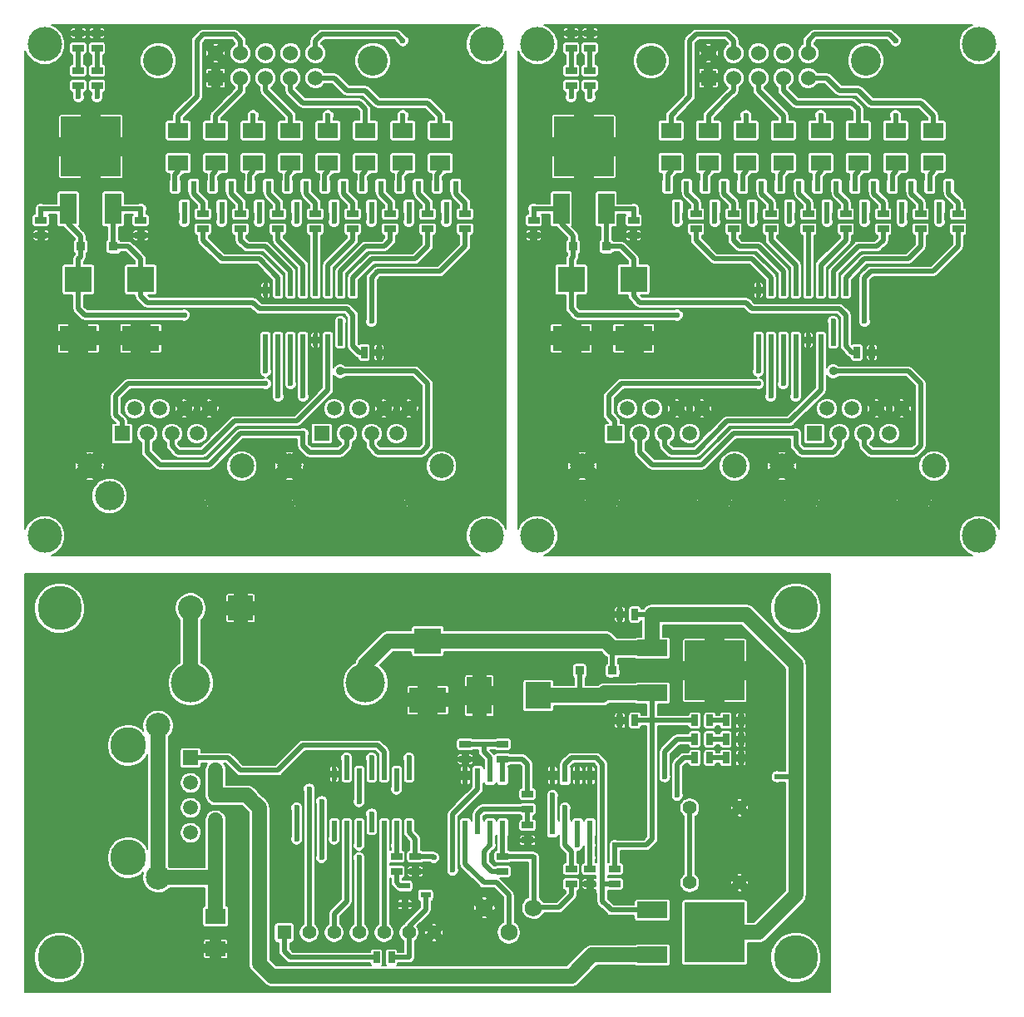
<source format=gtl>
G04 (created by PCBNEW (2013-may-18)-stable) date Thu 01 May 2014 10:49:58 PM CEST*
%MOIN*%
G04 Gerber Fmt 3.4, Leading zero omitted, Abs format*
%FSLAX34Y34*%
G01*
G70*
G90*
G04 APERTURE LIST*
%ADD10C,0.00590551*%
%ADD11R,0.045X0.025*%
%ADD12R,0.1063X0.1004*%
%ADD13R,0.1496X0.1004*%
%ADD14R,0.065X0.12*%
%ADD15R,0.24X0.24*%
%ADD16R,0.025X0.045*%
%ADD17R,0.08X0.06*%
%ADD18R,0.02X0.045*%
%ADD19R,0.0335X0.0335*%
%ADD20R,0.0236X0.0394*%
%ADD21C,0.12*%
%ADD22R,0.06X0.06*%
%ADD23C,0.06*%
%ADD24C,0.137795*%
%ADD25C,0.1437*%
%ADD26R,0.0591X0.0591*%
%ADD27C,0.0591*%
%ADD28C,0.0984252*%
%ADD29C,0.11811*%
%ADD30C,0.0689*%
%ADD31C,0.055*%
%ADD32R,0.0394X0.0236*%
%ADD33R,0.0236X0.0551*%
%ADD34C,0.1575*%
%ADD35R,0.12X0.065*%
%ADD36R,0.1004X0.1063*%
%ADD37R,0.1004X0.1496*%
%ADD38R,0.1X0.1*%
%ADD39C,0.1*%
%ADD40R,0.055X0.055*%
%ADD41C,0.177165*%
%ADD42C,0.023622*%
%ADD43C,0.0354331*%
%ADD44C,0.019685*%
%ADD45C,0.0590551*%
%ADD46C,0.0067*%
%ADD47C,0.00669291*%
G04 APERTURE END LIST*
G54D10*
G54D11*
X44000Y-21450D03*
X44000Y-22050D03*
G54D12*
X41500Y-23819D03*
G54D13*
X41500Y-26181D03*
G54D14*
X41100Y-21000D03*
G54D15*
X42000Y-18500D03*
G54D14*
X42900Y-21000D03*
G54D11*
X48000Y-21200D03*
X48000Y-21800D03*
X46500Y-21200D03*
X46500Y-21800D03*
X49500Y-21200D03*
X49500Y-21800D03*
G54D16*
X52950Y-26750D03*
X53550Y-26750D03*
G54D11*
X41500Y-14550D03*
X41500Y-13950D03*
X51000Y-21200D03*
X51000Y-21800D03*
X41500Y-16050D03*
X41500Y-15450D03*
X42250Y-14550D03*
X42250Y-13950D03*
X52500Y-21200D03*
X52500Y-21800D03*
X54000Y-21200D03*
X54000Y-21800D03*
X55500Y-21200D03*
X55500Y-21800D03*
X40000Y-21450D03*
X40000Y-22050D03*
X57000Y-21200D03*
X57000Y-21800D03*
X42250Y-16050D03*
X42250Y-15450D03*
G54D17*
X45500Y-19150D03*
X45500Y-17850D03*
X56000Y-19150D03*
X56000Y-17850D03*
X54500Y-19150D03*
X54500Y-17850D03*
X53000Y-19150D03*
X53000Y-17850D03*
X47000Y-19150D03*
X47000Y-17850D03*
X50000Y-19150D03*
X50000Y-17850D03*
X48500Y-19150D03*
X48500Y-17850D03*
X51500Y-19150D03*
X51500Y-17850D03*
G54D18*
X52500Y-24250D03*
X52000Y-24250D03*
X51500Y-24250D03*
X51000Y-24250D03*
X50500Y-24250D03*
X50000Y-24250D03*
X49500Y-24250D03*
X49000Y-24250D03*
X49000Y-26250D03*
X49500Y-26250D03*
X50000Y-26250D03*
X50500Y-26250D03*
X51000Y-26250D03*
X51500Y-26250D03*
X52000Y-26250D03*
X52500Y-26250D03*
G54D19*
X41591Y-22500D03*
X42909Y-22500D03*
G54D20*
X50625Y-20084D03*
X50250Y-20916D03*
X49875Y-20084D03*
X52125Y-20084D03*
X51750Y-20916D03*
X51375Y-20084D03*
X53625Y-20084D03*
X53250Y-20916D03*
X52875Y-20084D03*
X46125Y-20084D03*
X45750Y-20916D03*
X45375Y-20084D03*
X55125Y-20084D03*
X54750Y-20916D03*
X54375Y-20084D03*
X49125Y-20084D03*
X48750Y-20916D03*
X48375Y-20084D03*
X56625Y-20084D03*
X56250Y-20916D03*
X55875Y-20084D03*
X47625Y-20084D03*
X47250Y-20916D03*
X46875Y-20084D03*
G54D12*
X44000Y-23819D03*
G54D13*
X44000Y-26181D03*
G54D21*
X53300Y-15050D03*
X44700Y-15050D03*
G54D22*
X47000Y-15750D03*
G54D23*
X47000Y-14750D03*
X48000Y-15750D03*
X48000Y-14750D03*
X49000Y-15750D03*
X49000Y-14750D03*
X50000Y-15750D03*
X50000Y-14750D03*
X51000Y-15750D03*
X51000Y-14750D03*
G54D24*
X57850Y-14400D03*
X57850Y-34100D03*
X40150Y-34100D03*
X40150Y-14400D03*
G54D25*
X47250Y-32500D03*
X42750Y-32500D03*
G54D26*
X43250Y-30000D03*
G54D27*
X43750Y-29000D03*
X44250Y-30000D03*
X44750Y-29000D03*
X45250Y-30000D03*
X45750Y-29000D03*
X46250Y-30000D03*
X46750Y-29000D03*
G54D28*
X41950Y-31299D03*
X48050Y-31299D03*
G54D25*
X55250Y-32500D03*
X50750Y-32500D03*
G54D26*
X51250Y-30000D03*
G54D27*
X51750Y-29000D03*
X52250Y-30000D03*
X52750Y-29000D03*
X53250Y-30000D03*
X53750Y-29000D03*
X54250Y-30000D03*
X54750Y-29000D03*
G54D28*
X49950Y-31299D03*
X56050Y-31299D03*
G54D25*
X35500Y-32500D03*
X31000Y-32500D03*
G54D26*
X31500Y-30000D03*
G54D27*
X32000Y-29000D03*
X32500Y-30000D03*
X33000Y-29000D03*
X33500Y-30000D03*
X34000Y-29000D03*
X34500Y-30000D03*
X35000Y-29000D03*
G54D28*
X30200Y-31299D03*
X36300Y-31299D03*
G54D25*
X27500Y-32500D03*
G54D29*
X23000Y-32500D03*
G54D26*
X23500Y-30000D03*
G54D27*
X24000Y-29000D03*
X24500Y-30000D03*
X25000Y-29000D03*
X25500Y-30000D03*
X26000Y-29000D03*
X26500Y-30000D03*
X27000Y-29000D03*
G54D28*
X22200Y-31299D03*
X28300Y-31299D03*
G54D24*
X20400Y-14400D03*
X20400Y-34100D03*
X38100Y-34100D03*
X38100Y-14400D03*
G54D21*
X33550Y-15050D03*
X24950Y-15050D03*
G54D22*
X27250Y-15750D03*
G54D23*
X27250Y-14750D03*
X28250Y-15750D03*
X28250Y-14750D03*
X29250Y-15750D03*
X29250Y-14750D03*
X30250Y-15750D03*
X30250Y-14750D03*
X31250Y-15750D03*
X31250Y-14750D03*
G54D12*
X24250Y-23819D03*
G54D13*
X24250Y-26181D03*
G54D20*
X27875Y-20084D03*
X27500Y-20916D03*
X27125Y-20084D03*
X36875Y-20084D03*
X36500Y-20916D03*
X36125Y-20084D03*
X29375Y-20084D03*
X29000Y-20916D03*
X28625Y-20084D03*
X35375Y-20084D03*
X35000Y-20916D03*
X34625Y-20084D03*
X26375Y-20084D03*
X26000Y-20916D03*
X25625Y-20084D03*
X33875Y-20084D03*
X33500Y-20916D03*
X33125Y-20084D03*
X32375Y-20084D03*
X32000Y-20916D03*
X31625Y-20084D03*
X30875Y-20084D03*
X30500Y-20916D03*
X30125Y-20084D03*
G54D19*
X21841Y-22500D03*
X23159Y-22500D03*
G54D18*
X32750Y-24250D03*
X32250Y-24250D03*
X31750Y-24250D03*
X31250Y-24250D03*
X30750Y-24250D03*
X30250Y-24250D03*
X29750Y-24250D03*
X29250Y-24250D03*
X29250Y-26250D03*
X29750Y-26250D03*
X30250Y-26250D03*
X30750Y-26250D03*
X31250Y-26250D03*
X31750Y-26250D03*
X32250Y-26250D03*
X32750Y-26250D03*
G54D17*
X31750Y-19150D03*
X31750Y-17850D03*
X28750Y-19150D03*
X28750Y-17850D03*
X30250Y-19150D03*
X30250Y-17850D03*
X27250Y-19150D03*
X27250Y-17850D03*
X33250Y-19150D03*
X33250Y-17850D03*
X34750Y-19150D03*
X34750Y-17850D03*
X36250Y-19150D03*
X36250Y-17850D03*
X25750Y-19150D03*
X25750Y-17850D03*
G54D11*
X22500Y-16050D03*
X22500Y-15450D03*
X37250Y-21200D03*
X37250Y-21800D03*
X20250Y-21450D03*
X20250Y-22050D03*
X35750Y-21200D03*
X35750Y-21800D03*
X34250Y-21200D03*
X34250Y-21800D03*
X32750Y-21200D03*
X32750Y-21800D03*
X22500Y-14550D03*
X22500Y-13950D03*
X21750Y-16050D03*
X21750Y-15450D03*
X31250Y-21200D03*
X31250Y-21800D03*
X21750Y-14550D03*
X21750Y-13950D03*
G54D16*
X33200Y-26750D03*
X33800Y-26750D03*
G54D11*
X29750Y-21200D03*
X29750Y-21800D03*
X26750Y-21200D03*
X26750Y-21800D03*
X28250Y-21200D03*
X28250Y-21800D03*
G54D14*
X21350Y-21000D03*
G54D15*
X22250Y-18500D03*
G54D14*
X23150Y-21000D03*
G54D12*
X21750Y-23819D03*
G54D13*
X21750Y-26181D03*
G54D11*
X24250Y-21450D03*
X24250Y-22050D03*
G54D30*
X39984Y-49008D03*
X39000Y-49992D03*
X38016Y-49008D03*
G54D31*
X46250Y-45000D03*
X48250Y-45000D03*
X46250Y-48000D03*
X48250Y-48000D03*
G54D32*
X34834Y-48125D03*
X35666Y-48500D03*
X34834Y-48875D03*
G54D19*
X43159Y-39500D03*
X41841Y-39500D03*
G54D33*
X42250Y-45800D03*
X42250Y-43700D03*
X41750Y-45800D03*
X41250Y-45800D03*
X40750Y-45800D03*
X41750Y-43700D03*
X41250Y-43700D03*
X40750Y-43700D03*
X38750Y-45800D03*
X38750Y-43700D03*
X38250Y-45800D03*
X37750Y-45800D03*
X37250Y-45800D03*
X38250Y-43700D03*
X37750Y-43700D03*
X37250Y-43700D03*
G54D17*
X27250Y-49350D03*
X27250Y-50650D03*
G54D16*
X47700Y-43000D03*
X48300Y-43000D03*
G54D11*
X41500Y-47450D03*
X41500Y-48050D03*
X38750Y-46950D03*
X38750Y-47550D03*
X43250Y-47450D03*
X43250Y-48050D03*
G54D16*
X46450Y-43000D03*
X47050Y-43000D03*
G54D11*
X38750Y-42450D03*
X38750Y-43050D03*
X35250Y-46950D03*
X35250Y-47550D03*
X39750Y-44450D03*
X39750Y-45050D03*
X39750Y-45700D03*
X39750Y-46300D03*
X42250Y-47450D03*
X42250Y-48050D03*
G54D16*
X33700Y-51000D03*
X34300Y-51000D03*
G54D11*
X34500Y-46950D03*
X34500Y-47550D03*
G54D16*
X44050Y-37250D03*
X43450Y-37250D03*
G54D11*
X37250Y-42450D03*
X37250Y-43050D03*
G54D16*
X47700Y-42250D03*
X48300Y-42250D03*
X46450Y-42250D03*
X47050Y-42250D03*
X47700Y-41500D03*
X48300Y-41500D03*
X46450Y-41500D03*
X47050Y-41500D03*
X44050Y-41500D03*
X43450Y-41500D03*
G54D25*
X23750Y-47000D03*
X23750Y-42500D03*
G54D26*
X26250Y-43000D03*
G54D27*
X27250Y-43500D03*
X26250Y-44000D03*
X27250Y-44500D03*
X26250Y-45000D03*
X27250Y-45500D03*
X26250Y-46000D03*
X27250Y-46500D03*
G54D28*
X24950Y-41700D03*
X24950Y-47800D03*
G54D34*
X26250Y-40000D03*
X33250Y-40000D03*
G54D35*
X44750Y-38600D03*
G54D15*
X47250Y-39500D03*
G54D35*
X44750Y-40400D03*
G54D36*
X40181Y-40500D03*
G54D37*
X37819Y-40500D03*
G54D12*
X35750Y-38319D03*
G54D13*
X35750Y-40681D03*
G54D38*
X28250Y-37000D03*
G54D39*
X26250Y-37000D03*
G54D18*
X35000Y-43650D03*
X34500Y-43650D03*
X34000Y-43650D03*
X33500Y-43650D03*
X33000Y-43650D03*
X32500Y-43650D03*
X32000Y-43650D03*
X32000Y-45750D03*
X32500Y-45750D03*
X33000Y-45750D03*
X33500Y-45750D03*
X34000Y-45750D03*
X34500Y-45750D03*
X35000Y-45750D03*
G54D35*
X44750Y-49100D03*
G54D15*
X47250Y-50000D03*
G54D35*
X44750Y-50900D03*
G54D40*
X30000Y-50000D03*
G54D31*
X31000Y-50000D03*
X32000Y-50000D03*
X33000Y-50000D03*
X34000Y-50000D03*
X35000Y-50000D03*
X36000Y-50000D03*
G54D41*
X21000Y-37000D03*
X50500Y-37000D03*
X50500Y-51000D03*
X21000Y-51000D03*
G54D42*
X45750Y-21500D03*
X47250Y-21500D03*
X48750Y-21500D03*
X50250Y-21500D03*
X51750Y-21500D03*
X54750Y-21500D03*
X56250Y-21500D03*
X53250Y-21500D03*
X45750Y-25250D03*
X40000Y-21000D03*
X41500Y-16500D03*
X21750Y-16500D03*
X20250Y-21000D03*
X26000Y-25250D03*
X33500Y-21500D03*
X36500Y-21500D03*
X35000Y-21500D03*
X32000Y-21500D03*
X30500Y-21500D03*
X29000Y-21500D03*
X27500Y-21500D03*
X26000Y-21500D03*
X45250Y-43750D03*
X49750Y-43750D03*
X44000Y-21000D03*
X42250Y-16500D03*
X22500Y-16500D03*
X24250Y-21000D03*
X36000Y-47000D03*
X42250Y-47000D03*
X40000Y-47000D03*
X43250Y-46500D03*
X42250Y-46500D03*
X34500Y-44250D03*
X31000Y-44250D03*
X33000Y-44750D03*
X31500Y-47000D03*
X33000Y-47000D03*
X31500Y-44750D03*
X45750Y-44500D03*
X33000Y-46500D03*
X34500Y-46500D03*
X33500Y-43000D03*
X35000Y-43000D03*
X40750Y-44500D03*
X50000Y-28000D03*
X49000Y-28000D03*
X29250Y-28000D03*
X30250Y-28000D03*
G54D43*
X52000Y-27500D03*
G54D42*
X49000Y-27500D03*
X29250Y-27500D03*
G54D43*
X32250Y-27500D03*
G54D42*
X30500Y-46250D03*
X30500Y-45000D03*
X32000Y-46250D03*
X50500Y-28500D03*
X50500Y-30000D03*
X30750Y-30000D03*
X30750Y-28500D03*
X32500Y-43000D03*
X53250Y-25500D03*
X52000Y-25500D03*
X32250Y-25500D03*
X33500Y-25500D03*
X41250Y-45000D03*
X49500Y-28500D03*
X29750Y-28500D03*
X33500Y-45250D03*
X54500Y-17250D03*
X54500Y-14250D03*
X34750Y-14250D03*
X34750Y-17250D03*
X51500Y-17250D03*
X31750Y-17250D03*
X48500Y-17250D03*
X28750Y-17250D03*
X36750Y-47500D03*
X38250Y-46500D03*
X41750Y-46500D03*
G54D44*
X45750Y-21500D02*
X45750Y-20916D01*
X47250Y-20916D02*
X47250Y-21500D01*
X48750Y-21500D02*
X48750Y-20916D01*
X50250Y-20916D02*
X50250Y-21500D01*
X51750Y-21500D02*
X51750Y-20916D01*
X54750Y-20916D02*
X54750Y-21500D01*
X56250Y-21500D02*
X56250Y-20916D01*
X53250Y-20916D02*
X53250Y-21500D01*
X40000Y-21000D02*
X41100Y-21000D01*
X40000Y-21450D02*
X40000Y-21000D01*
X41591Y-22091D02*
X41500Y-22000D01*
X41100Y-21600D02*
X41100Y-21000D01*
X41100Y-21600D02*
X41500Y-22000D01*
X41591Y-22500D02*
X41591Y-22091D01*
X41591Y-22909D02*
X41500Y-23000D01*
X41500Y-23000D02*
X41500Y-23819D01*
X41591Y-22500D02*
X41591Y-22909D01*
X41500Y-25000D02*
X41500Y-23819D01*
X41500Y-25000D02*
X41750Y-25250D01*
X45750Y-25250D02*
X41750Y-25250D01*
X41500Y-16050D02*
X41500Y-16500D01*
X21750Y-16050D02*
X21750Y-16500D01*
X26000Y-25250D02*
X22000Y-25250D01*
X21750Y-25000D02*
X22000Y-25250D01*
X21750Y-25000D02*
X21750Y-23819D01*
X21841Y-22500D02*
X21841Y-22909D01*
X21750Y-23000D02*
X21750Y-23819D01*
X21841Y-22909D02*
X21750Y-23000D01*
X21841Y-22500D02*
X21841Y-22091D01*
X21350Y-21600D02*
X21750Y-22000D01*
X21350Y-21600D02*
X21350Y-21000D01*
X21841Y-22091D02*
X21750Y-22000D01*
X20250Y-21450D02*
X20250Y-21000D01*
X20250Y-21000D02*
X21350Y-21000D01*
X33500Y-20916D02*
X33500Y-21500D01*
X36500Y-21500D02*
X36500Y-20916D01*
X35000Y-20916D02*
X35000Y-21500D01*
X32000Y-21500D02*
X32000Y-20916D01*
X30500Y-20916D02*
X30500Y-21500D01*
X29000Y-21500D02*
X29000Y-20916D01*
X27500Y-20916D02*
X27500Y-21500D01*
X26000Y-21500D02*
X26000Y-20916D01*
X44050Y-37250D02*
X44750Y-37250D01*
G54D45*
X35750Y-38319D02*
X34181Y-38319D01*
X33250Y-39250D02*
X34000Y-38500D01*
X33250Y-39250D02*
X33250Y-40000D01*
X34181Y-38319D02*
X34000Y-38500D01*
G54D44*
X49750Y-43750D02*
X49750Y-43750D01*
X50500Y-43750D02*
X49750Y-43750D01*
X45750Y-42250D02*
X46450Y-42250D01*
X45250Y-42750D02*
X45750Y-42250D01*
X45250Y-42750D02*
X45250Y-42750D01*
X45250Y-43750D02*
X45250Y-42750D01*
G54D45*
X50500Y-39250D02*
X48500Y-37250D01*
X49000Y-50000D02*
X50500Y-48500D01*
X47250Y-50000D02*
X49000Y-50000D01*
X50500Y-39250D02*
X50500Y-43750D01*
X50500Y-43750D02*
X50500Y-48500D01*
X44750Y-37750D02*
X44750Y-37500D01*
X44750Y-37500D02*
X44750Y-37250D01*
X44750Y-37750D02*
X44750Y-38600D01*
X48500Y-37250D02*
X44750Y-37250D01*
X43159Y-38600D02*
X42878Y-38319D01*
X42878Y-38319D02*
X35750Y-38319D01*
G54D44*
X43159Y-39500D02*
X43159Y-38600D01*
X43250Y-38750D02*
X43250Y-38600D01*
X43250Y-38691D02*
X43250Y-38750D01*
X43159Y-38600D02*
X43250Y-38691D01*
G54D45*
X43250Y-38600D02*
X44750Y-38600D01*
G54D44*
X30000Y-50000D02*
X30000Y-50750D01*
X30250Y-51000D02*
X30000Y-50750D01*
X30250Y-51000D02*
X33700Y-51000D01*
X42900Y-22491D02*
X42909Y-22500D01*
X42900Y-21000D02*
X42900Y-22491D01*
X44000Y-23000D02*
X44000Y-23819D01*
X43500Y-22500D02*
X44000Y-23000D01*
X42909Y-22500D02*
X43500Y-22500D01*
X44000Y-21000D02*
X44000Y-21000D01*
X42900Y-21000D02*
X44000Y-21000D01*
X44000Y-21000D02*
X44000Y-21450D01*
X48750Y-25000D02*
X52250Y-25000D01*
X48500Y-24750D02*
X48750Y-25000D01*
X44000Y-24500D02*
X44000Y-23819D01*
X44000Y-24500D02*
X44250Y-24750D01*
X44250Y-24750D02*
X48500Y-24750D01*
X52250Y-25000D02*
X52500Y-25250D01*
X52500Y-26250D02*
X52500Y-25250D01*
X52500Y-26500D02*
X52500Y-26250D01*
X52500Y-26500D02*
X52750Y-26750D01*
X52950Y-26750D02*
X52750Y-26750D01*
X42250Y-16050D02*
X42250Y-16500D01*
X22500Y-16050D02*
X22500Y-16500D01*
X33200Y-26750D02*
X33000Y-26750D01*
X32750Y-26500D02*
X33000Y-26750D01*
X32750Y-26500D02*
X32750Y-26250D01*
X32750Y-26250D02*
X32750Y-25250D01*
X32500Y-25000D02*
X32750Y-25250D01*
X24500Y-24750D02*
X28750Y-24750D01*
X24250Y-24500D02*
X24500Y-24750D01*
X24250Y-24500D02*
X24250Y-23819D01*
X28750Y-24750D02*
X29000Y-25000D01*
X29000Y-25000D02*
X32500Y-25000D01*
X24250Y-21000D02*
X24250Y-21450D01*
X23150Y-21000D02*
X24250Y-21000D01*
X24250Y-21000D02*
X24250Y-21000D01*
X23159Y-22500D02*
X23750Y-22500D01*
X23750Y-22500D02*
X24250Y-23000D01*
X24250Y-23000D02*
X24250Y-23819D01*
X23150Y-21000D02*
X23150Y-22491D01*
X23150Y-22491D02*
X23159Y-22500D01*
X36000Y-47000D02*
X35950Y-46950D01*
X35950Y-46950D02*
X35250Y-46950D01*
X41500Y-48050D02*
X41500Y-48500D01*
X39992Y-49000D02*
X41000Y-49000D01*
X41000Y-49000D02*
X41500Y-48500D01*
X39992Y-49000D02*
X39984Y-49008D01*
X42250Y-47450D02*
X42250Y-47000D01*
X42250Y-47000D02*
X42250Y-46500D01*
X40000Y-47000D02*
X39950Y-46950D01*
X40000Y-48992D02*
X40000Y-47250D01*
X40000Y-47250D02*
X40000Y-47000D01*
X39984Y-49008D02*
X40000Y-48992D01*
X39950Y-46950D02*
X38750Y-46950D01*
X35000Y-45750D02*
X35000Y-46000D01*
X35250Y-46250D02*
X35250Y-46950D01*
X35000Y-46000D02*
X35250Y-46250D01*
X44750Y-41500D02*
X46450Y-41500D01*
X43250Y-46500D02*
X44500Y-46500D01*
X44500Y-46500D02*
X44750Y-46250D01*
X43250Y-46500D02*
X43250Y-47450D01*
X44750Y-46250D02*
X44750Y-46250D01*
X44750Y-46250D02*
X44750Y-41500D01*
X44050Y-41500D02*
X44750Y-41500D01*
X44750Y-40400D02*
X44750Y-41500D01*
X41841Y-39500D02*
X41841Y-40500D01*
X41841Y-40500D02*
X41750Y-40500D01*
G54D45*
X44750Y-40400D02*
X42850Y-40400D01*
X42750Y-40500D02*
X41750Y-40500D01*
X41750Y-40500D02*
X40181Y-40500D01*
X42850Y-40400D02*
X42750Y-40500D01*
G54D44*
X38750Y-46950D02*
X38750Y-46500D01*
X38750Y-46500D02*
X38750Y-45800D01*
X42250Y-45800D02*
X42250Y-46500D01*
X31000Y-50000D02*
X31000Y-44250D01*
X34500Y-44250D02*
X34500Y-43650D01*
X32500Y-45750D02*
X32500Y-48750D01*
X32000Y-49250D02*
X32000Y-50000D01*
X32500Y-48750D02*
X32000Y-49250D01*
X33000Y-50000D02*
X33000Y-47000D01*
X31500Y-47000D02*
X31500Y-44750D01*
X33000Y-44750D02*
X33000Y-43650D01*
X34000Y-50000D02*
X34000Y-45750D01*
X34500Y-46500D02*
X34500Y-46950D01*
X45750Y-43250D02*
X45750Y-44500D01*
X45750Y-43250D02*
X46000Y-43000D01*
X46000Y-43000D02*
X46450Y-43000D01*
X33000Y-46500D02*
X33000Y-45750D01*
X33500Y-43650D02*
X33500Y-43000D01*
X35000Y-43000D02*
X35000Y-43650D01*
X40750Y-45800D02*
X40750Y-44500D01*
X34500Y-46500D02*
X34500Y-45750D01*
X50000Y-26250D02*
X50000Y-28000D01*
X49000Y-28000D02*
X43500Y-28000D01*
X43250Y-29500D02*
X43000Y-29250D01*
X43000Y-29250D02*
X43000Y-28500D01*
X43000Y-28500D02*
X43500Y-28000D01*
X43250Y-30000D02*
X43250Y-29500D01*
X23500Y-30000D02*
X23500Y-29500D01*
X23250Y-28500D02*
X23750Y-28000D01*
X23250Y-29250D02*
X23250Y-28500D01*
X23500Y-29500D02*
X23250Y-29250D01*
X29250Y-28000D02*
X23750Y-28000D01*
X30250Y-26250D02*
X30250Y-28000D01*
X26250Y-43000D02*
X27500Y-43000D01*
X30750Y-42500D02*
X33750Y-42500D01*
X29750Y-43500D02*
X30750Y-42500D01*
X28250Y-43500D02*
X29750Y-43500D01*
X33750Y-42500D02*
X34000Y-42750D01*
X34000Y-42750D02*
X34000Y-43650D01*
X27750Y-43000D02*
X28250Y-43500D01*
X27500Y-43000D02*
X27750Y-43000D01*
X45500Y-30750D02*
X45250Y-30500D01*
X45250Y-30500D02*
X45250Y-30000D01*
X51500Y-28250D02*
X50250Y-29500D01*
X51500Y-27250D02*
X51500Y-28250D01*
X51500Y-26250D02*
X51500Y-27250D01*
X47750Y-29500D02*
X46500Y-30750D01*
X46500Y-30750D02*
X45500Y-30750D01*
X50250Y-29500D02*
X47750Y-29500D01*
X30500Y-29500D02*
X28000Y-29500D01*
X26750Y-30750D02*
X25750Y-30750D01*
X28000Y-29500D02*
X26750Y-30750D01*
X31750Y-26250D02*
X31750Y-27250D01*
X31750Y-27250D02*
X31750Y-28250D01*
X31750Y-28250D02*
X30500Y-29500D01*
X25500Y-30500D02*
X25500Y-30000D01*
X25750Y-30750D02*
X25500Y-30500D01*
X55500Y-30500D02*
X55250Y-30750D01*
X55250Y-30750D02*
X53500Y-30750D01*
X53500Y-30750D02*
X53250Y-30500D01*
X53250Y-30500D02*
X53250Y-30000D01*
X49000Y-26250D02*
X49000Y-27500D01*
X55000Y-27500D02*
X55500Y-28000D01*
X54500Y-27500D02*
X55000Y-27500D01*
X52000Y-27500D02*
X54500Y-27500D01*
X52000Y-27500D02*
X52000Y-27500D01*
X55500Y-28000D02*
X55500Y-30500D01*
X35750Y-28000D02*
X35750Y-30500D01*
X32250Y-27500D02*
X32250Y-27500D01*
X32250Y-27500D02*
X34750Y-27500D01*
X34750Y-27500D02*
X35250Y-27500D01*
X35250Y-27500D02*
X35750Y-28000D01*
X29250Y-26250D02*
X29250Y-27500D01*
X33500Y-30500D02*
X33500Y-30000D01*
X33750Y-30750D02*
X33500Y-30500D01*
X35500Y-30750D02*
X33750Y-30750D01*
X35750Y-30500D02*
X35500Y-30750D01*
X32000Y-46250D02*
X32000Y-45750D01*
X30500Y-45000D02*
X30500Y-46250D01*
X50500Y-26250D02*
X50500Y-28500D01*
X45500Y-31250D02*
X45750Y-31250D01*
X44250Y-30750D02*
X44250Y-30000D01*
X44250Y-30750D02*
X44750Y-31250D01*
X45750Y-31250D02*
X44750Y-31250D01*
X46750Y-31250D02*
X45750Y-31250D01*
X48000Y-30000D02*
X46750Y-31250D01*
X48000Y-30000D02*
X50500Y-30000D01*
X50500Y-30000D02*
X50500Y-30000D01*
X51750Y-30750D02*
X52000Y-30750D01*
X50500Y-30500D02*
X50500Y-30000D01*
X50500Y-30500D02*
X50750Y-30750D01*
X51750Y-30750D02*
X50750Y-30750D01*
X52000Y-30750D02*
X52250Y-30500D01*
X52250Y-30000D02*
X52250Y-30500D01*
X32500Y-30000D02*
X32500Y-30500D01*
X32250Y-30750D02*
X32500Y-30500D01*
X32000Y-30750D02*
X31000Y-30750D01*
X30750Y-30500D02*
X31000Y-30750D01*
X30750Y-30500D02*
X30750Y-30000D01*
X32000Y-30750D02*
X32250Y-30750D01*
X30750Y-30000D02*
X30750Y-30000D01*
X28250Y-30000D02*
X30750Y-30000D01*
X28250Y-30000D02*
X27000Y-31250D01*
X27000Y-31250D02*
X26000Y-31250D01*
X26000Y-31250D02*
X25000Y-31250D01*
X24500Y-30750D02*
X25000Y-31250D01*
X24500Y-30750D02*
X24500Y-30000D01*
X25750Y-31250D02*
X26000Y-31250D01*
X30750Y-26250D02*
X30750Y-28500D01*
X32500Y-43650D02*
X32500Y-43000D01*
X56000Y-23500D02*
X54000Y-23500D01*
X57000Y-22000D02*
X57000Y-22500D01*
X57000Y-22500D02*
X56000Y-23500D01*
X57000Y-22000D02*
X57000Y-21800D01*
X53500Y-23500D02*
X53250Y-23750D01*
X54000Y-23500D02*
X53500Y-23500D01*
X52000Y-26250D02*
X52000Y-25500D01*
X53250Y-23750D02*
X53250Y-25500D01*
X33500Y-23750D02*
X33500Y-25500D01*
X32250Y-26250D02*
X32250Y-25500D01*
X34250Y-23500D02*
X33750Y-23500D01*
X33750Y-23500D02*
X33500Y-23750D01*
X37250Y-22000D02*
X37250Y-21800D01*
X37250Y-22500D02*
X36250Y-23500D01*
X37250Y-22000D02*
X37250Y-22500D01*
X36250Y-23500D02*
X34250Y-23500D01*
X55000Y-23000D02*
X55500Y-22500D01*
X55500Y-22500D02*
X55500Y-21800D01*
X52500Y-24250D02*
X52500Y-23750D01*
X52500Y-23750D02*
X53250Y-23000D01*
X53250Y-23000D02*
X55000Y-23000D01*
X33500Y-23000D02*
X35250Y-23000D01*
X32750Y-23750D02*
X33500Y-23000D01*
X32750Y-24250D02*
X32750Y-23750D01*
X35750Y-22500D02*
X35750Y-21800D01*
X35250Y-23000D02*
X35750Y-22500D01*
X53750Y-22500D02*
X54000Y-22250D01*
X54000Y-22250D02*
X54000Y-21800D01*
X52000Y-24250D02*
X52000Y-23500D01*
X52000Y-23500D02*
X53000Y-22500D01*
X53000Y-22500D02*
X53750Y-22500D01*
X33250Y-22500D02*
X34000Y-22500D01*
X32250Y-23500D02*
X33250Y-22500D01*
X32250Y-24250D02*
X32250Y-23500D01*
X34250Y-22250D02*
X34250Y-21800D01*
X34000Y-22500D02*
X34250Y-22250D01*
X51500Y-23250D02*
X52500Y-22250D01*
X52500Y-22250D02*
X52500Y-21800D01*
X51500Y-24250D02*
X51500Y-23250D01*
X31750Y-24250D02*
X31750Y-23250D01*
X32750Y-22250D02*
X32750Y-21800D01*
X31750Y-23250D02*
X32750Y-22250D01*
X51000Y-24250D02*
X51000Y-21800D01*
X31250Y-24250D02*
X31250Y-21800D01*
X50500Y-23250D02*
X49500Y-22250D01*
X49500Y-22250D02*
X49500Y-21800D01*
X50500Y-24250D02*
X50500Y-23250D01*
X30750Y-24250D02*
X30750Y-23250D01*
X29750Y-22250D02*
X29750Y-21800D01*
X30750Y-23250D02*
X29750Y-22250D01*
X48250Y-22500D02*
X48000Y-22250D01*
X48000Y-22250D02*
X48000Y-21800D01*
X50000Y-24250D02*
X50000Y-23500D01*
X50000Y-23500D02*
X49000Y-22500D01*
X49000Y-22500D02*
X48250Y-22500D01*
X29250Y-22500D02*
X28500Y-22500D01*
X30250Y-23500D02*
X29250Y-22500D01*
X30250Y-24250D02*
X30250Y-23500D01*
X28250Y-22250D02*
X28250Y-21800D01*
X28500Y-22500D02*
X28250Y-22250D01*
X47250Y-23000D02*
X46500Y-22250D01*
X46500Y-22250D02*
X46500Y-21800D01*
X49500Y-24250D02*
X49500Y-23750D01*
X49500Y-23750D02*
X48750Y-23000D01*
X48750Y-23000D02*
X47250Y-23000D01*
X29000Y-23000D02*
X27500Y-23000D01*
X29750Y-23750D02*
X29000Y-23000D01*
X29750Y-24250D02*
X29750Y-23750D01*
X26750Y-22250D02*
X26750Y-21800D01*
X27500Y-23000D02*
X26750Y-22250D01*
X37250Y-43700D02*
X37250Y-43050D01*
X52125Y-20375D02*
X52500Y-20750D01*
X52500Y-20750D02*
X52500Y-21200D01*
X52125Y-20084D02*
X52125Y-20375D01*
X32375Y-20084D02*
X32375Y-20375D01*
X32750Y-20750D02*
X32750Y-21200D01*
X32375Y-20375D02*
X32750Y-20750D01*
X48375Y-19625D02*
X48375Y-20084D01*
X48375Y-19625D02*
X48500Y-19500D01*
X48500Y-19150D02*
X48500Y-19500D01*
X28750Y-19150D02*
X28750Y-19500D01*
X28625Y-19625D02*
X28750Y-19500D01*
X28625Y-19625D02*
X28625Y-20084D01*
G54D45*
X26250Y-37000D02*
X26250Y-40000D01*
G54D44*
X55875Y-19625D02*
X55875Y-20084D01*
X55875Y-19625D02*
X56000Y-19500D01*
X56000Y-19150D02*
X56000Y-19500D01*
X36250Y-19150D02*
X36250Y-19500D01*
X36125Y-19625D02*
X36250Y-19500D01*
X36125Y-19625D02*
X36125Y-20084D01*
X47050Y-41500D02*
X47700Y-41500D01*
X39000Y-49992D02*
X39000Y-48500D01*
X37250Y-47250D02*
X38000Y-48000D01*
X38000Y-48000D02*
X38500Y-48000D01*
X38500Y-48000D02*
X39000Y-48500D01*
X37250Y-47250D02*
X37250Y-45800D01*
X38250Y-43700D02*
X38250Y-43000D01*
X38000Y-42750D02*
X38000Y-42450D01*
X38250Y-43000D02*
X38000Y-42750D01*
X37250Y-42450D02*
X38000Y-42450D01*
X38000Y-42450D02*
X38750Y-42450D01*
X35666Y-48500D02*
X35666Y-49084D01*
X35000Y-49750D02*
X35500Y-49250D01*
X35000Y-49750D02*
X35000Y-50000D01*
X35666Y-49084D02*
X35500Y-49250D01*
X35000Y-50000D02*
X35000Y-50750D01*
X35000Y-51000D02*
X34300Y-51000D01*
X35000Y-50750D02*
X35000Y-51000D01*
X34834Y-48125D02*
X34625Y-48125D01*
X34500Y-48000D02*
X34500Y-47550D01*
X34625Y-48125D02*
X34500Y-48000D01*
X47050Y-43000D02*
X47700Y-43000D01*
X56625Y-20375D02*
X57000Y-20750D01*
X57000Y-20750D02*
X57000Y-21200D01*
X56625Y-20084D02*
X56625Y-20375D01*
X36875Y-20084D02*
X36875Y-20375D01*
X37250Y-20750D02*
X37250Y-21200D01*
X36875Y-20375D02*
X37250Y-20750D01*
X54375Y-19625D02*
X54500Y-19500D01*
X54500Y-19500D02*
X54500Y-19150D01*
X54375Y-20084D02*
X54375Y-19625D01*
X34625Y-20084D02*
X34625Y-19625D01*
X34750Y-19500D02*
X34750Y-19150D01*
X34625Y-19625D02*
X34750Y-19500D01*
X39750Y-45050D02*
X37950Y-45050D01*
X37750Y-45250D02*
X37750Y-45800D01*
X37950Y-45050D02*
X37750Y-45250D01*
X39750Y-45050D02*
X39750Y-45700D01*
X38750Y-43050D02*
X39550Y-43050D01*
X39750Y-43250D02*
X39750Y-44450D01*
X39550Y-43050D02*
X39750Y-43250D01*
X38750Y-43700D02*
X38750Y-43050D01*
X55125Y-20375D02*
X55500Y-20750D01*
X55500Y-20750D02*
X55500Y-21200D01*
X55125Y-20084D02*
X55125Y-20375D01*
X35375Y-20084D02*
X35375Y-20375D01*
X35750Y-20750D02*
X35750Y-21200D01*
X35375Y-20375D02*
X35750Y-20750D01*
X46250Y-45000D02*
X46250Y-48000D01*
X41500Y-47450D02*
X41500Y-46750D01*
X41250Y-46500D02*
X41500Y-46750D01*
X41250Y-46500D02*
X41250Y-45800D01*
X41250Y-45800D02*
X41250Y-45000D01*
X46125Y-20375D02*
X46500Y-20750D01*
X46500Y-20750D02*
X46500Y-21200D01*
X46125Y-20084D02*
X46125Y-20375D01*
X26375Y-20084D02*
X26375Y-20375D01*
X26750Y-20750D02*
X26750Y-21200D01*
X26375Y-20375D02*
X26750Y-20750D01*
G54D45*
X29500Y-51750D02*
X41500Y-51750D01*
X44750Y-50900D02*
X42350Y-50900D01*
X42250Y-51000D02*
X41500Y-51750D01*
X42250Y-51000D02*
X42350Y-50900D01*
X28750Y-44750D02*
X29000Y-45000D01*
X28500Y-44500D02*
X28750Y-44750D01*
X28500Y-44500D02*
X27250Y-44500D01*
X29000Y-51250D02*
X29500Y-51750D01*
X29000Y-45000D02*
X29000Y-51250D01*
X27250Y-43500D02*
X27250Y-44500D01*
G54D44*
X44750Y-50900D02*
X44650Y-51000D01*
X47050Y-42250D02*
X47700Y-42250D01*
X52875Y-19625D02*
X52875Y-20084D01*
X52875Y-19625D02*
X53000Y-19500D01*
X53000Y-19150D02*
X53000Y-19500D01*
X33250Y-19150D02*
X33250Y-19500D01*
X33125Y-19625D02*
X33250Y-19500D01*
X33125Y-19625D02*
X33125Y-20084D01*
X49125Y-20375D02*
X49500Y-20750D01*
X49500Y-20750D02*
X49500Y-21200D01*
X49125Y-20084D02*
X49125Y-20375D01*
X29375Y-20084D02*
X29375Y-20375D01*
X29750Y-20750D02*
X29750Y-21200D01*
X29375Y-20375D02*
X29750Y-20750D01*
X46875Y-19625D02*
X46875Y-20084D01*
X46875Y-19625D02*
X47000Y-19500D01*
X47000Y-19150D02*
X47000Y-19500D01*
X27250Y-19150D02*
X27250Y-19500D01*
X27125Y-19625D02*
X27250Y-19500D01*
X27125Y-19625D02*
X27125Y-20084D01*
X47625Y-20375D02*
X48000Y-20750D01*
X48000Y-20750D02*
X48000Y-21200D01*
X47625Y-20084D02*
X47625Y-20375D01*
X27875Y-20084D02*
X27875Y-20375D01*
X28250Y-20750D02*
X28250Y-21200D01*
X27875Y-20375D02*
X28250Y-20750D01*
X45375Y-19625D02*
X45375Y-20084D01*
X45375Y-19625D02*
X45500Y-19500D01*
X45500Y-19150D02*
X45500Y-19500D01*
X25750Y-19150D02*
X25750Y-19500D01*
X25625Y-19625D02*
X25750Y-19500D01*
X25625Y-19625D02*
X25625Y-20084D01*
X53625Y-20375D02*
X54000Y-20750D01*
X54000Y-20750D02*
X54000Y-21200D01*
X53625Y-20084D02*
X53625Y-20375D01*
X33875Y-20084D02*
X33875Y-20375D01*
X34250Y-20750D02*
X34250Y-21200D01*
X33875Y-20375D02*
X34250Y-20750D01*
X41500Y-15450D02*
X41500Y-14550D01*
X21750Y-15450D02*
X21750Y-14550D01*
X42250Y-15450D02*
X42250Y-14550D01*
X22500Y-15450D02*
X22500Y-14550D01*
X51375Y-19625D02*
X51375Y-20084D01*
X51375Y-19625D02*
X51500Y-19500D01*
X51500Y-19150D02*
X51500Y-19500D01*
X31750Y-19150D02*
X31750Y-19500D01*
X31625Y-19625D02*
X31750Y-19500D01*
X31625Y-19625D02*
X31625Y-20084D01*
X49875Y-19625D02*
X49875Y-20084D01*
X49875Y-19625D02*
X50000Y-19500D01*
X50000Y-19150D02*
X50000Y-19500D01*
X30250Y-19150D02*
X30250Y-19500D01*
X30125Y-19625D02*
X30250Y-19500D01*
X30125Y-19625D02*
X30125Y-20084D01*
X50625Y-20375D02*
X51000Y-20750D01*
X51000Y-20750D02*
X51000Y-21200D01*
X50625Y-20084D02*
X50625Y-20375D01*
X30875Y-20084D02*
X30875Y-20375D01*
X31250Y-20750D02*
X31250Y-21200D01*
X30875Y-20375D02*
X31250Y-20750D01*
X43000Y-49000D02*
X43100Y-49100D01*
X42750Y-48750D02*
X43000Y-49000D01*
X42750Y-48000D02*
X42750Y-48750D01*
X43100Y-49100D02*
X44750Y-49100D01*
X42750Y-48000D02*
X42800Y-48050D01*
X42750Y-47500D02*
X42750Y-48000D01*
X42800Y-48050D02*
X43250Y-48050D01*
X42750Y-47500D02*
X42750Y-43250D01*
X42500Y-43000D02*
X42750Y-43250D01*
X42750Y-47500D02*
X42750Y-47500D01*
X41250Y-43700D02*
X41250Y-43250D01*
X42500Y-43000D02*
X42500Y-43000D01*
X41500Y-43000D02*
X42500Y-43000D01*
X41250Y-43250D02*
X41500Y-43000D01*
X49500Y-26250D02*
X49500Y-28500D01*
X29750Y-26250D02*
X29750Y-28500D01*
X33500Y-45250D02*
X33500Y-45750D01*
X53000Y-16250D02*
X53500Y-16750D01*
X51000Y-15750D02*
X51750Y-15750D01*
X51750Y-15750D02*
X52250Y-16250D01*
X52250Y-16250D02*
X53000Y-16250D01*
X56000Y-17250D02*
X56000Y-17850D01*
X55500Y-16750D02*
X56000Y-17250D01*
X53500Y-16750D02*
X55500Y-16750D01*
X33750Y-16750D02*
X35750Y-16750D01*
X35750Y-16750D02*
X36250Y-17250D01*
X36250Y-17250D02*
X36250Y-17850D01*
X32500Y-16250D02*
X33250Y-16250D01*
X32000Y-15750D02*
X32500Y-16250D01*
X31250Y-15750D02*
X32000Y-15750D01*
X33250Y-16250D02*
X33750Y-16750D01*
X54500Y-17250D02*
X54500Y-17850D01*
X51000Y-14750D02*
X51000Y-14250D01*
X54250Y-14000D02*
X54500Y-14250D01*
X51250Y-14000D02*
X54250Y-14000D01*
X51000Y-14250D02*
X51250Y-14000D01*
X31250Y-14250D02*
X31500Y-14000D01*
X31500Y-14000D02*
X34500Y-14000D01*
X34500Y-14000D02*
X34750Y-14250D01*
X31250Y-14750D02*
X31250Y-14250D01*
X34750Y-17250D02*
X34750Y-17850D01*
X50500Y-16750D02*
X50000Y-16250D01*
X50000Y-16250D02*
X50000Y-15750D01*
X53000Y-17850D02*
X53000Y-17000D01*
X53000Y-17000D02*
X52750Y-16750D01*
X52750Y-16750D02*
X50500Y-16750D01*
X33000Y-16750D02*
X30750Y-16750D01*
X33250Y-17000D02*
X33000Y-16750D01*
X33250Y-17850D02*
X33250Y-17000D01*
X30250Y-16250D02*
X30250Y-15750D01*
X30750Y-16750D02*
X30250Y-16250D01*
X51500Y-17850D02*
X51500Y-17250D01*
X31750Y-17850D02*
X31750Y-17250D01*
X50000Y-17250D02*
X50000Y-17850D01*
X50000Y-17250D02*
X49000Y-16250D01*
X49000Y-15750D02*
X49000Y-16250D01*
X29250Y-15750D02*
X29250Y-16250D01*
X30250Y-17250D02*
X29250Y-16250D01*
X30250Y-17250D02*
X30250Y-17850D01*
X48500Y-17250D02*
X48500Y-17850D01*
X28750Y-17250D02*
X28750Y-17850D01*
X48000Y-16250D02*
X48000Y-15750D01*
X47000Y-17850D02*
X47000Y-17250D01*
X47000Y-17250D02*
X47750Y-16500D01*
X47750Y-16500D02*
X48000Y-16250D01*
X28000Y-16500D02*
X28250Y-16250D01*
X27250Y-17250D02*
X28000Y-16500D01*
X27250Y-17850D02*
X27250Y-17250D01*
X28250Y-16250D02*
X28250Y-15750D01*
X47750Y-14000D02*
X48000Y-14250D01*
X48000Y-14250D02*
X48000Y-14750D01*
X46250Y-16500D02*
X46250Y-14250D01*
X45500Y-17250D02*
X46250Y-16500D01*
X45500Y-17850D02*
X45500Y-17250D01*
X46250Y-14250D02*
X46500Y-14000D01*
X46500Y-14000D02*
X47750Y-14000D01*
X26750Y-14000D02*
X28000Y-14000D01*
X26500Y-14250D02*
X26750Y-14000D01*
X25750Y-17850D02*
X25750Y-17250D01*
X25750Y-17250D02*
X26500Y-16500D01*
X26500Y-16500D02*
X26500Y-14250D01*
X28250Y-14250D02*
X28250Y-14750D01*
X28000Y-14000D02*
X28250Y-14250D01*
G54D45*
X24950Y-47800D02*
X27250Y-47800D01*
X27250Y-47800D02*
X27250Y-47750D01*
X24950Y-41700D02*
X24950Y-47800D01*
G54D44*
X36750Y-45250D02*
X36750Y-47500D01*
X37500Y-44500D02*
X36750Y-45250D01*
X37750Y-44250D02*
X37500Y-44500D01*
X37750Y-43700D02*
X37750Y-44250D01*
G54D45*
X27250Y-46500D02*
X27250Y-47750D01*
X27250Y-47750D02*
X27250Y-49350D01*
X27250Y-45500D02*
X27250Y-46500D01*
G54D44*
X41750Y-45800D02*
X41750Y-46500D01*
X41750Y-46500D02*
X41750Y-46500D01*
X38750Y-47550D02*
X38300Y-47550D01*
X38300Y-47550D02*
X38250Y-47500D01*
X38250Y-46500D02*
X38250Y-45800D01*
X38000Y-47250D02*
X38250Y-47500D01*
X38000Y-46750D02*
X38000Y-47250D01*
X38250Y-46500D02*
X38000Y-46750D01*
G54D10*
G36*
X38879Y-33833D02*
X38797Y-33634D01*
X38566Y-33403D01*
X38264Y-33277D01*
X37937Y-33277D01*
X37634Y-33402D01*
X37608Y-33428D01*
X37608Y-21898D01*
X37608Y-21648D01*
X37608Y-21298D01*
X37608Y-21048D01*
X37588Y-20999D01*
X37550Y-20961D01*
X37501Y-20941D01*
X37481Y-20941D01*
X37481Y-20750D01*
X37464Y-20661D01*
X37413Y-20586D01*
X37413Y-20586D01*
X37126Y-20298D01*
X37126Y-20254D01*
X37126Y-19860D01*
X37106Y-19811D01*
X37068Y-19773D01*
X37019Y-19753D01*
X36966Y-19753D01*
X36783Y-19753D01*
X36783Y-19423D01*
X36783Y-18823D01*
X36783Y-18123D01*
X36783Y-17523D01*
X36763Y-17474D01*
X36725Y-17436D01*
X36676Y-17416D01*
X36623Y-17416D01*
X36481Y-17416D01*
X36481Y-17250D01*
X36481Y-17250D01*
X36481Y-17250D01*
X36464Y-17161D01*
X36413Y-17086D01*
X36413Y-17086D01*
X35913Y-16586D01*
X35838Y-16535D01*
X35750Y-16518D01*
X35749Y-16518D01*
X35001Y-16518D01*
X35001Y-14200D01*
X34963Y-14107D01*
X34892Y-14036D01*
X34844Y-14017D01*
X34663Y-13836D01*
X34588Y-13785D01*
X34500Y-13768D01*
X34499Y-13768D01*
X31500Y-13768D01*
X31411Y-13785D01*
X31336Y-13836D01*
X31336Y-13836D01*
X31086Y-14086D01*
X31035Y-14161D01*
X31018Y-14250D01*
X31018Y-14250D01*
X31018Y-14376D01*
X31004Y-14382D01*
X30882Y-14504D01*
X30816Y-14663D01*
X30816Y-14835D01*
X30882Y-14995D01*
X31004Y-15117D01*
X31163Y-15183D01*
X31335Y-15183D01*
X31495Y-15117D01*
X31617Y-14995D01*
X31683Y-14836D01*
X31683Y-14664D01*
X31617Y-14504D01*
X31495Y-14382D01*
X31481Y-14376D01*
X31481Y-14346D01*
X31596Y-14231D01*
X34403Y-14231D01*
X34517Y-14345D01*
X34536Y-14392D01*
X34607Y-14463D01*
X34699Y-14501D01*
X34799Y-14501D01*
X34892Y-14463D01*
X34963Y-14392D01*
X35001Y-14300D01*
X35001Y-14200D01*
X35001Y-16518D01*
X34283Y-16518D01*
X34283Y-14904D01*
X34172Y-14635D01*
X33966Y-14428D01*
X33696Y-14316D01*
X33404Y-14316D01*
X33135Y-14427D01*
X32928Y-14633D01*
X32816Y-14903D01*
X32816Y-15195D01*
X32927Y-15464D01*
X33133Y-15671D01*
X33403Y-15783D01*
X33695Y-15783D01*
X33964Y-15672D01*
X34171Y-15466D01*
X34283Y-15196D01*
X34283Y-14904D01*
X34283Y-16518D01*
X33846Y-16518D01*
X33413Y-16086D01*
X33338Y-16035D01*
X33250Y-16018D01*
X33249Y-16018D01*
X32596Y-16018D01*
X32163Y-15586D01*
X32088Y-15535D01*
X32000Y-15518D01*
X31999Y-15518D01*
X31623Y-15518D01*
X31617Y-15504D01*
X31495Y-15382D01*
X31336Y-15316D01*
X31164Y-15316D01*
X31004Y-15382D01*
X30882Y-15504D01*
X30816Y-15663D01*
X30816Y-15835D01*
X30882Y-15995D01*
X31004Y-16117D01*
X31163Y-16183D01*
X31335Y-16183D01*
X31495Y-16117D01*
X31617Y-15995D01*
X31623Y-15981D01*
X31903Y-15981D01*
X32336Y-16413D01*
X32336Y-16413D01*
X32411Y-16464D01*
X32500Y-16481D01*
X32500Y-16481D01*
X32500Y-16481D01*
X33153Y-16481D01*
X33586Y-16913D01*
X33586Y-16913D01*
X33661Y-16964D01*
X33750Y-16981D01*
X33750Y-16981D01*
X33750Y-16981D01*
X35653Y-16981D01*
X36018Y-17346D01*
X36018Y-17416D01*
X35823Y-17416D01*
X35774Y-17436D01*
X35736Y-17474D01*
X35716Y-17523D01*
X35716Y-17576D01*
X35716Y-18176D01*
X35736Y-18225D01*
X35774Y-18263D01*
X35823Y-18283D01*
X35876Y-18283D01*
X36676Y-18283D01*
X36725Y-18263D01*
X36763Y-18225D01*
X36783Y-18176D01*
X36783Y-18123D01*
X36783Y-18823D01*
X36763Y-18774D01*
X36725Y-18736D01*
X36676Y-18716D01*
X36623Y-18716D01*
X35823Y-18716D01*
X35774Y-18736D01*
X35736Y-18774D01*
X35716Y-18823D01*
X35716Y-18876D01*
X35716Y-19476D01*
X35736Y-19525D01*
X35774Y-19563D01*
X35823Y-19583D01*
X35876Y-19583D01*
X35901Y-19583D01*
X35893Y-19625D01*
X35893Y-19625D01*
X35893Y-19813D01*
X35873Y-19860D01*
X35873Y-19913D01*
X35873Y-20307D01*
X35893Y-20356D01*
X35931Y-20394D01*
X35980Y-20414D01*
X36033Y-20414D01*
X36269Y-20414D01*
X36318Y-20394D01*
X36356Y-20356D01*
X36376Y-20307D01*
X36376Y-20254D01*
X36376Y-19860D01*
X36356Y-19813D01*
X36356Y-19721D01*
X36413Y-19663D01*
X36413Y-19663D01*
X36413Y-19663D01*
X36464Y-19588D01*
X36464Y-19588D01*
X36465Y-19583D01*
X36676Y-19583D01*
X36725Y-19563D01*
X36763Y-19525D01*
X36783Y-19476D01*
X36783Y-19423D01*
X36783Y-19753D01*
X36730Y-19753D01*
X36681Y-19773D01*
X36643Y-19811D01*
X36623Y-19860D01*
X36623Y-19913D01*
X36623Y-20307D01*
X36643Y-20354D01*
X36643Y-20374D01*
X36643Y-20375D01*
X36660Y-20463D01*
X36711Y-20538D01*
X37018Y-20846D01*
X37018Y-20941D01*
X36998Y-20941D01*
X36949Y-20961D01*
X36911Y-20999D01*
X36891Y-21048D01*
X36891Y-21101D01*
X36891Y-21351D01*
X36911Y-21400D01*
X36949Y-21438D01*
X36998Y-21458D01*
X37051Y-21458D01*
X37501Y-21458D01*
X37550Y-21438D01*
X37588Y-21400D01*
X37608Y-21351D01*
X37608Y-21298D01*
X37608Y-21648D01*
X37588Y-21599D01*
X37550Y-21561D01*
X37501Y-21541D01*
X37448Y-21541D01*
X36998Y-21541D01*
X36949Y-21561D01*
X36911Y-21599D01*
X36891Y-21648D01*
X36891Y-21701D01*
X36891Y-21951D01*
X36911Y-22000D01*
X36949Y-22038D01*
X36998Y-22058D01*
X37018Y-22058D01*
X37018Y-22403D01*
X36751Y-22670D01*
X36751Y-21450D01*
X36731Y-21402D01*
X36731Y-21186D01*
X36751Y-21139D01*
X36751Y-21086D01*
X36751Y-20692D01*
X36731Y-20643D01*
X36693Y-20605D01*
X36644Y-20585D01*
X36591Y-20585D01*
X36355Y-20585D01*
X36306Y-20605D01*
X36268Y-20643D01*
X36248Y-20692D01*
X36248Y-20745D01*
X36248Y-21139D01*
X36268Y-21186D01*
X36268Y-21402D01*
X36248Y-21449D01*
X36248Y-21549D01*
X36286Y-21642D01*
X36357Y-21713D01*
X36449Y-21751D01*
X36549Y-21751D01*
X36642Y-21713D01*
X36713Y-21642D01*
X36751Y-21550D01*
X36751Y-21450D01*
X36751Y-22670D01*
X36153Y-23268D01*
X36108Y-23268D01*
X36108Y-21898D01*
X36108Y-21648D01*
X36108Y-21298D01*
X36108Y-21048D01*
X36088Y-20999D01*
X36050Y-20961D01*
X36001Y-20941D01*
X35981Y-20941D01*
X35981Y-20750D01*
X35964Y-20661D01*
X35913Y-20586D01*
X35913Y-20586D01*
X35626Y-20298D01*
X35626Y-20254D01*
X35626Y-19860D01*
X35606Y-19811D01*
X35568Y-19773D01*
X35519Y-19753D01*
X35466Y-19753D01*
X35283Y-19753D01*
X35283Y-19423D01*
X35283Y-18823D01*
X35283Y-18123D01*
X35283Y-17523D01*
X35263Y-17474D01*
X35225Y-17436D01*
X35176Y-17416D01*
X35123Y-17416D01*
X34981Y-17416D01*
X34981Y-17347D01*
X35001Y-17300D01*
X35001Y-17200D01*
X34963Y-17107D01*
X34892Y-17036D01*
X34800Y-16998D01*
X34700Y-16998D01*
X34607Y-17036D01*
X34536Y-17107D01*
X34498Y-17199D01*
X34498Y-17299D01*
X34518Y-17347D01*
X34518Y-17416D01*
X34323Y-17416D01*
X34274Y-17436D01*
X34236Y-17474D01*
X34216Y-17523D01*
X34216Y-17576D01*
X34216Y-18176D01*
X34236Y-18225D01*
X34274Y-18263D01*
X34323Y-18283D01*
X34376Y-18283D01*
X35176Y-18283D01*
X35225Y-18263D01*
X35263Y-18225D01*
X35283Y-18176D01*
X35283Y-18123D01*
X35283Y-18823D01*
X35263Y-18774D01*
X35225Y-18736D01*
X35176Y-18716D01*
X35123Y-18716D01*
X34323Y-18716D01*
X34274Y-18736D01*
X34236Y-18774D01*
X34216Y-18823D01*
X34216Y-18876D01*
X34216Y-19476D01*
X34236Y-19525D01*
X34274Y-19563D01*
X34323Y-19583D01*
X34376Y-19583D01*
X34401Y-19583D01*
X34393Y-19625D01*
X34393Y-19625D01*
X34393Y-19813D01*
X34373Y-19860D01*
X34373Y-19913D01*
X34373Y-20307D01*
X34393Y-20356D01*
X34431Y-20394D01*
X34480Y-20414D01*
X34533Y-20414D01*
X34769Y-20414D01*
X34818Y-20394D01*
X34856Y-20356D01*
X34876Y-20307D01*
X34876Y-20254D01*
X34876Y-19860D01*
X34856Y-19813D01*
X34856Y-19721D01*
X34913Y-19663D01*
X34913Y-19663D01*
X34913Y-19663D01*
X34964Y-19588D01*
X34964Y-19588D01*
X34965Y-19583D01*
X35176Y-19583D01*
X35225Y-19563D01*
X35263Y-19525D01*
X35283Y-19476D01*
X35283Y-19423D01*
X35283Y-19753D01*
X35230Y-19753D01*
X35181Y-19773D01*
X35143Y-19811D01*
X35123Y-19860D01*
X35123Y-19913D01*
X35123Y-20307D01*
X35143Y-20354D01*
X35143Y-20374D01*
X35143Y-20375D01*
X35160Y-20463D01*
X35211Y-20538D01*
X35518Y-20846D01*
X35518Y-20941D01*
X35498Y-20941D01*
X35449Y-20961D01*
X35411Y-20999D01*
X35391Y-21048D01*
X35391Y-21101D01*
X35391Y-21351D01*
X35411Y-21400D01*
X35449Y-21438D01*
X35498Y-21458D01*
X35551Y-21458D01*
X36001Y-21458D01*
X36050Y-21438D01*
X36088Y-21400D01*
X36108Y-21351D01*
X36108Y-21298D01*
X36108Y-21648D01*
X36088Y-21599D01*
X36050Y-21561D01*
X36001Y-21541D01*
X35948Y-21541D01*
X35498Y-21541D01*
X35449Y-21561D01*
X35411Y-21599D01*
X35391Y-21648D01*
X35391Y-21701D01*
X35391Y-21951D01*
X35411Y-22000D01*
X35449Y-22038D01*
X35498Y-22058D01*
X35518Y-22058D01*
X35518Y-22403D01*
X35251Y-22670D01*
X35251Y-21450D01*
X35231Y-21402D01*
X35231Y-21186D01*
X35251Y-21139D01*
X35251Y-21086D01*
X35251Y-20692D01*
X35231Y-20643D01*
X35193Y-20605D01*
X35144Y-20585D01*
X35091Y-20585D01*
X34855Y-20585D01*
X34806Y-20605D01*
X34768Y-20643D01*
X34748Y-20692D01*
X34748Y-20745D01*
X34748Y-21139D01*
X34768Y-21186D01*
X34768Y-21402D01*
X34748Y-21449D01*
X34748Y-21549D01*
X34786Y-21642D01*
X34857Y-21713D01*
X34949Y-21751D01*
X35049Y-21751D01*
X35142Y-21713D01*
X35213Y-21642D01*
X35251Y-21550D01*
X35251Y-21450D01*
X35251Y-22670D01*
X35153Y-22768D01*
X34608Y-22768D01*
X34608Y-21898D01*
X34608Y-21648D01*
X34608Y-21298D01*
X34608Y-21048D01*
X34588Y-20999D01*
X34550Y-20961D01*
X34501Y-20941D01*
X34481Y-20941D01*
X34481Y-20750D01*
X34464Y-20661D01*
X34413Y-20586D01*
X34413Y-20586D01*
X34126Y-20298D01*
X34126Y-20254D01*
X34126Y-19860D01*
X34106Y-19811D01*
X34068Y-19773D01*
X34019Y-19753D01*
X33966Y-19753D01*
X33783Y-19753D01*
X33783Y-19423D01*
X33783Y-18823D01*
X33783Y-18123D01*
X33783Y-17523D01*
X33763Y-17474D01*
X33725Y-17436D01*
X33676Y-17416D01*
X33623Y-17416D01*
X33481Y-17416D01*
X33481Y-17000D01*
X33464Y-16911D01*
X33413Y-16836D01*
X33413Y-16836D01*
X33163Y-16586D01*
X33088Y-16535D01*
X33000Y-16518D01*
X32999Y-16518D01*
X30846Y-16518D01*
X30481Y-16153D01*
X30481Y-16123D01*
X30495Y-16117D01*
X30617Y-15995D01*
X30683Y-15836D01*
X30683Y-15664D01*
X30683Y-14664D01*
X30617Y-14504D01*
X30495Y-14382D01*
X30336Y-14316D01*
X30164Y-14316D01*
X30004Y-14382D01*
X29882Y-14504D01*
X29816Y-14663D01*
X29816Y-14835D01*
X29882Y-14995D01*
X30004Y-15117D01*
X30163Y-15183D01*
X30335Y-15183D01*
X30495Y-15117D01*
X30617Y-14995D01*
X30683Y-14836D01*
X30683Y-14664D01*
X30683Y-15664D01*
X30617Y-15504D01*
X30495Y-15382D01*
X30336Y-15316D01*
X30164Y-15316D01*
X30004Y-15382D01*
X29882Y-15504D01*
X29816Y-15663D01*
X29816Y-15835D01*
X29882Y-15995D01*
X30004Y-16117D01*
X30018Y-16123D01*
X30018Y-16249D01*
X30018Y-16250D01*
X30035Y-16338D01*
X30086Y-16413D01*
X30586Y-16913D01*
X30586Y-16913D01*
X30661Y-16964D01*
X30750Y-16981D01*
X30750Y-16981D01*
X30750Y-16981D01*
X32903Y-16981D01*
X33018Y-17096D01*
X33018Y-17416D01*
X32823Y-17416D01*
X32774Y-17436D01*
X32736Y-17474D01*
X32716Y-17523D01*
X32716Y-17576D01*
X32716Y-18176D01*
X32736Y-18225D01*
X32774Y-18263D01*
X32823Y-18283D01*
X32876Y-18283D01*
X33676Y-18283D01*
X33725Y-18263D01*
X33763Y-18225D01*
X33783Y-18176D01*
X33783Y-18123D01*
X33783Y-18823D01*
X33763Y-18774D01*
X33725Y-18736D01*
X33676Y-18716D01*
X33623Y-18716D01*
X32823Y-18716D01*
X32774Y-18736D01*
X32736Y-18774D01*
X32716Y-18823D01*
X32716Y-18876D01*
X32716Y-19476D01*
X32736Y-19525D01*
X32774Y-19563D01*
X32823Y-19583D01*
X32876Y-19583D01*
X32901Y-19583D01*
X32893Y-19625D01*
X32893Y-19625D01*
X32893Y-19813D01*
X32873Y-19860D01*
X32873Y-19913D01*
X32873Y-20307D01*
X32893Y-20356D01*
X32931Y-20394D01*
X32980Y-20414D01*
X33033Y-20414D01*
X33269Y-20414D01*
X33318Y-20394D01*
X33356Y-20356D01*
X33376Y-20307D01*
X33376Y-20254D01*
X33376Y-19860D01*
X33356Y-19813D01*
X33356Y-19721D01*
X33413Y-19663D01*
X33413Y-19663D01*
X33413Y-19663D01*
X33464Y-19588D01*
X33464Y-19588D01*
X33465Y-19583D01*
X33676Y-19583D01*
X33725Y-19563D01*
X33763Y-19525D01*
X33783Y-19476D01*
X33783Y-19423D01*
X33783Y-19753D01*
X33730Y-19753D01*
X33681Y-19773D01*
X33643Y-19811D01*
X33623Y-19860D01*
X33623Y-19913D01*
X33623Y-20307D01*
X33643Y-20354D01*
X33643Y-20374D01*
X33643Y-20375D01*
X33660Y-20463D01*
X33711Y-20538D01*
X34018Y-20846D01*
X34018Y-20941D01*
X33998Y-20941D01*
X33949Y-20961D01*
X33911Y-20999D01*
X33891Y-21048D01*
X33891Y-21101D01*
X33891Y-21351D01*
X33911Y-21400D01*
X33949Y-21438D01*
X33998Y-21458D01*
X34051Y-21458D01*
X34501Y-21458D01*
X34550Y-21438D01*
X34588Y-21400D01*
X34608Y-21351D01*
X34608Y-21298D01*
X34608Y-21648D01*
X34588Y-21599D01*
X34550Y-21561D01*
X34501Y-21541D01*
X34448Y-21541D01*
X33998Y-21541D01*
X33949Y-21561D01*
X33911Y-21599D01*
X33891Y-21648D01*
X33891Y-21701D01*
X33891Y-21951D01*
X33911Y-22000D01*
X33949Y-22038D01*
X33998Y-22058D01*
X34018Y-22058D01*
X34018Y-22153D01*
X33903Y-22268D01*
X33751Y-22268D01*
X33751Y-21450D01*
X33731Y-21402D01*
X33731Y-21186D01*
X33751Y-21139D01*
X33751Y-21086D01*
X33751Y-20692D01*
X33731Y-20643D01*
X33693Y-20605D01*
X33644Y-20585D01*
X33591Y-20585D01*
X33355Y-20585D01*
X33306Y-20605D01*
X33268Y-20643D01*
X33248Y-20692D01*
X33248Y-20745D01*
X33248Y-21139D01*
X33268Y-21186D01*
X33268Y-21402D01*
X33248Y-21449D01*
X33248Y-21549D01*
X33286Y-21642D01*
X33357Y-21713D01*
X33449Y-21751D01*
X33549Y-21751D01*
X33642Y-21713D01*
X33713Y-21642D01*
X33751Y-21550D01*
X33751Y-21450D01*
X33751Y-22268D01*
X33250Y-22268D01*
X33161Y-22285D01*
X33108Y-22320D01*
X33108Y-21898D01*
X33108Y-21648D01*
X33108Y-21298D01*
X33108Y-21048D01*
X33088Y-20999D01*
X33050Y-20961D01*
X33001Y-20941D01*
X32981Y-20941D01*
X32981Y-20750D01*
X32964Y-20661D01*
X32913Y-20586D01*
X32913Y-20586D01*
X32626Y-20298D01*
X32626Y-20254D01*
X32626Y-19860D01*
X32606Y-19811D01*
X32568Y-19773D01*
X32519Y-19753D01*
X32466Y-19753D01*
X32283Y-19753D01*
X32283Y-19423D01*
X32283Y-18823D01*
X32283Y-18123D01*
X32283Y-17523D01*
X32263Y-17474D01*
X32225Y-17436D01*
X32176Y-17416D01*
X32123Y-17416D01*
X31981Y-17416D01*
X31981Y-17347D01*
X32001Y-17300D01*
X32001Y-17200D01*
X31963Y-17107D01*
X31892Y-17036D01*
X31800Y-16998D01*
X31700Y-16998D01*
X31607Y-17036D01*
X31536Y-17107D01*
X31498Y-17199D01*
X31498Y-17299D01*
X31518Y-17347D01*
X31518Y-17416D01*
X31323Y-17416D01*
X31274Y-17436D01*
X31236Y-17474D01*
X31216Y-17523D01*
X31216Y-17576D01*
X31216Y-18176D01*
X31236Y-18225D01*
X31274Y-18263D01*
X31323Y-18283D01*
X31376Y-18283D01*
X32176Y-18283D01*
X32225Y-18263D01*
X32263Y-18225D01*
X32283Y-18176D01*
X32283Y-18123D01*
X32283Y-18823D01*
X32263Y-18774D01*
X32225Y-18736D01*
X32176Y-18716D01*
X32123Y-18716D01*
X31323Y-18716D01*
X31274Y-18736D01*
X31236Y-18774D01*
X31216Y-18823D01*
X31216Y-18876D01*
X31216Y-19476D01*
X31236Y-19525D01*
X31274Y-19563D01*
X31323Y-19583D01*
X31376Y-19583D01*
X31401Y-19583D01*
X31393Y-19625D01*
X31393Y-19625D01*
X31393Y-19813D01*
X31373Y-19860D01*
X31373Y-19913D01*
X31373Y-20307D01*
X31393Y-20356D01*
X31431Y-20394D01*
X31480Y-20414D01*
X31533Y-20414D01*
X31769Y-20414D01*
X31818Y-20394D01*
X31856Y-20356D01*
X31876Y-20307D01*
X31876Y-20254D01*
X31876Y-19860D01*
X31856Y-19813D01*
X31856Y-19721D01*
X31913Y-19663D01*
X31913Y-19663D01*
X31913Y-19663D01*
X31964Y-19588D01*
X31964Y-19588D01*
X31965Y-19583D01*
X32176Y-19583D01*
X32225Y-19563D01*
X32263Y-19525D01*
X32283Y-19476D01*
X32283Y-19423D01*
X32283Y-19753D01*
X32230Y-19753D01*
X32181Y-19773D01*
X32143Y-19811D01*
X32123Y-19860D01*
X32123Y-19913D01*
X32123Y-20307D01*
X32143Y-20354D01*
X32143Y-20374D01*
X32143Y-20375D01*
X32160Y-20463D01*
X32211Y-20538D01*
X32518Y-20846D01*
X32518Y-20941D01*
X32498Y-20941D01*
X32449Y-20961D01*
X32411Y-20999D01*
X32391Y-21048D01*
X32391Y-21101D01*
X32391Y-21351D01*
X32411Y-21400D01*
X32449Y-21438D01*
X32498Y-21458D01*
X32551Y-21458D01*
X33001Y-21458D01*
X33050Y-21438D01*
X33088Y-21400D01*
X33108Y-21351D01*
X33108Y-21298D01*
X33108Y-21648D01*
X33088Y-21599D01*
X33050Y-21561D01*
X33001Y-21541D01*
X32948Y-21541D01*
X32498Y-21541D01*
X32449Y-21561D01*
X32411Y-21599D01*
X32391Y-21648D01*
X32391Y-21701D01*
X32391Y-21951D01*
X32411Y-22000D01*
X32449Y-22038D01*
X32498Y-22058D01*
X32518Y-22058D01*
X32518Y-22153D01*
X32251Y-22420D01*
X32251Y-21450D01*
X32231Y-21402D01*
X32231Y-21186D01*
X32251Y-21139D01*
X32251Y-21086D01*
X32251Y-20692D01*
X32231Y-20643D01*
X32193Y-20605D01*
X32144Y-20585D01*
X32091Y-20585D01*
X31855Y-20585D01*
X31806Y-20605D01*
X31768Y-20643D01*
X31748Y-20692D01*
X31748Y-20745D01*
X31748Y-21139D01*
X31768Y-21186D01*
X31768Y-21402D01*
X31748Y-21449D01*
X31748Y-21549D01*
X31786Y-21642D01*
X31857Y-21713D01*
X31949Y-21751D01*
X32049Y-21751D01*
X32142Y-21713D01*
X32213Y-21642D01*
X32251Y-21550D01*
X32251Y-21450D01*
X32251Y-22420D01*
X31608Y-23063D01*
X31608Y-21898D01*
X31608Y-21648D01*
X31608Y-21298D01*
X31608Y-21048D01*
X31588Y-20999D01*
X31550Y-20961D01*
X31501Y-20941D01*
X31481Y-20941D01*
X31481Y-20750D01*
X31464Y-20661D01*
X31413Y-20586D01*
X31413Y-20586D01*
X31126Y-20298D01*
X31126Y-20254D01*
X31126Y-19860D01*
X31106Y-19811D01*
X31068Y-19773D01*
X31019Y-19753D01*
X30966Y-19753D01*
X30783Y-19753D01*
X30783Y-19423D01*
X30783Y-18823D01*
X30783Y-18123D01*
X30783Y-17523D01*
X30763Y-17474D01*
X30725Y-17436D01*
X30676Y-17416D01*
X30623Y-17416D01*
X30481Y-17416D01*
X30481Y-17250D01*
X30464Y-17161D01*
X30413Y-17086D01*
X30413Y-17086D01*
X29481Y-16153D01*
X29481Y-16123D01*
X29495Y-16117D01*
X29617Y-15995D01*
X29683Y-15836D01*
X29683Y-15664D01*
X29683Y-14664D01*
X29617Y-14504D01*
X29495Y-14382D01*
X29336Y-14316D01*
X29164Y-14316D01*
X29004Y-14382D01*
X28882Y-14504D01*
X28816Y-14663D01*
X28816Y-14835D01*
X28882Y-14995D01*
X29004Y-15117D01*
X29163Y-15183D01*
X29335Y-15183D01*
X29495Y-15117D01*
X29617Y-14995D01*
X29683Y-14836D01*
X29683Y-14664D01*
X29683Y-15664D01*
X29617Y-15504D01*
X29495Y-15382D01*
X29336Y-15316D01*
X29164Y-15316D01*
X29004Y-15382D01*
X28882Y-15504D01*
X28816Y-15663D01*
X28816Y-15835D01*
X28882Y-15995D01*
X29004Y-16117D01*
X29018Y-16123D01*
X29018Y-16249D01*
X29018Y-16250D01*
X29035Y-16338D01*
X29086Y-16413D01*
X30018Y-17346D01*
X30018Y-17416D01*
X29823Y-17416D01*
X29774Y-17436D01*
X29736Y-17474D01*
X29716Y-17523D01*
X29716Y-17576D01*
X29716Y-18176D01*
X29736Y-18225D01*
X29774Y-18263D01*
X29823Y-18283D01*
X29876Y-18283D01*
X30676Y-18283D01*
X30725Y-18263D01*
X30763Y-18225D01*
X30783Y-18176D01*
X30783Y-18123D01*
X30783Y-18823D01*
X30763Y-18774D01*
X30725Y-18736D01*
X30676Y-18716D01*
X30623Y-18716D01*
X29823Y-18716D01*
X29774Y-18736D01*
X29736Y-18774D01*
X29716Y-18823D01*
X29716Y-18876D01*
X29716Y-19476D01*
X29736Y-19525D01*
X29774Y-19563D01*
X29823Y-19583D01*
X29876Y-19583D01*
X29901Y-19583D01*
X29893Y-19625D01*
X29893Y-19625D01*
X29893Y-19813D01*
X29873Y-19860D01*
X29873Y-19913D01*
X29873Y-20307D01*
X29893Y-20356D01*
X29931Y-20394D01*
X29980Y-20414D01*
X30033Y-20414D01*
X30269Y-20414D01*
X30318Y-20394D01*
X30356Y-20356D01*
X30376Y-20307D01*
X30376Y-20254D01*
X30376Y-19860D01*
X30356Y-19813D01*
X30356Y-19721D01*
X30413Y-19663D01*
X30413Y-19663D01*
X30413Y-19663D01*
X30464Y-19588D01*
X30464Y-19588D01*
X30465Y-19583D01*
X30676Y-19583D01*
X30725Y-19563D01*
X30763Y-19525D01*
X30783Y-19476D01*
X30783Y-19423D01*
X30783Y-19753D01*
X30730Y-19753D01*
X30681Y-19773D01*
X30643Y-19811D01*
X30623Y-19860D01*
X30623Y-19913D01*
X30623Y-20307D01*
X30643Y-20354D01*
X30643Y-20374D01*
X30643Y-20375D01*
X30660Y-20463D01*
X30711Y-20538D01*
X31018Y-20846D01*
X31018Y-20941D01*
X30998Y-20941D01*
X30949Y-20961D01*
X30911Y-20999D01*
X30891Y-21048D01*
X30891Y-21101D01*
X30891Y-21351D01*
X30911Y-21400D01*
X30949Y-21438D01*
X30998Y-21458D01*
X31051Y-21458D01*
X31501Y-21458D01*
X31550Y-21438D01*
X31588Y-21400D01*
X31608Y-21351D01*
X31608Y-21298D01*
X31608Y-21648D01*
X31588Y-21599D01*
X31550Y-21561D01*
X31501Y-21541D01*
X31448Y-21541D01*
X30998Y-21541D01*
X30949Y-21561D01*
X30911Y-21599D01*
X30891Y-21648D01*
X30891Y-21701D01*
X30891Y-21951D01*
X30911Y-22000D01*
X30949Y-22038D01*
X30998Y-22058D01*
X31018Y-22058D01*
X31018Y-23994D01*
X31016Y-23998D01*
X31016Y-24051D01*
X31016Y-24501D01*
X31036Y-24550D01*
X31074Y-24588D01*
X31123Y-24608D01*
X31176Y-24608D01*
X31376Y-24608D01*
X31425Y-24588D01*
X31463Y-24550D01*
X31483Y-24501D01*
X31483Y-24448D01*
X31483Y-23998D01*
X31481Y-23994D01*
X31481Y-22058D01*
X31501Y-22058D01*
X31550Y-22038D01*
X31588Y-22000D01*
X31608Y-21951D01*
X31608Y-21898D01*
X31608Y-23063D01*
X31586Y-23086D01*
X31535Y-23161D01*
X31518Y-23250D01*
X31518Y-23250D01*
X31518Y-23994D01*
X31516Y-23998D01*
X31516Y-24051D01*
X31516Y-24501D01*
X31536Y-24550D01*
X31574Y-24588D01*
X31623Y-24608D01*
X31676Y-24608D01*
X31876Y-24608D01*
X31925Y-24588D01*
X31963Y-24550D01*
X31983Y-24501D01*
X31983Y-24448D01*
X31983Y-23998D01*
X31981Y-23994D01*
X31981Y-23346D01*
X32913Y-22413D01*
X32913Y-22413D01*
X32913Y-22413D01*
X32964Y-22338D01*
X32981Y-22250D01*
X32981Y-22058D01*
X33001Y-22058D01*
X33050Y-22038D01*
X33088Y-22000D01*
X33108Y-21951D01*
X33108Y-21898D01*
X33108Y-22320D01*
X33086Y-22336D01*
X33086Y-22336D01*
X32086Y-23336D01*
X32035Y-23411D01*
X32018Y-23500D01*
X32018Y-23500D01*
X32018Y-23994D01*
X32016Y-23998D01*
X32016Y-24051D01*
X32016Y-24501D01*
X32036Y-24550D01*
X32074Y-24588D01*
X32123Y-24608D01*
X32176Y-24608D01*
X32376Y-24608D01*
X32425Y-24588D01*
X32463Y-24550D01*
X32483Y-24501D01*
X32483Y-24448D01*
X32483Y-23998D01*
X32481Y-23994D01*
X32481Y-23596D01*
X33346Y-22731D01*
X33999Y-22731D01*
X34000Y-22731D01*
X34000Y-22731D01*
X34088Y-22714D01*
X34163Y-22663D01*
X34413Y-22413D01*
X34413Y-22413D01*
X34413Y-22413D01*
X34464Y-22338D01*
X34481Y-22250D01*
X34481Y-22058D01*
X34501Y-22058D01*
X34550Y-22038D01*
X34588Y-22000D01*
X34608Y-21951D01*
X34608Y-21898D01*
X34608Y-22768D01*
X33500Y-22768D01*
X33499Y-22768D01*
X33485Y-22771D01*
X33411Y-22785D01*
X33336Y-22836D01*
X33336Y-22836D01*
X32586Y-23586D01*
X32535Y-23661D01*
X32518Y-23750D01*
X32518Y-23750D01*
X32518Y-23994D01*
X32516Y-23998D01*
X32516Y-24051D01*
X32516Y-24501D01*
X32536Y-24550D01*
X32574Y-24588D01*
X32623Y-24608D01*
X32676Y-24608D01*
X32876Y-24608D01*
X32925Y-24588D01*
X32963Y-24550D01*
X32983Y-24501D01*
X32983Y-24448D01*
X32983Y-23998D01*
X32981Y-23994D01*
X32981Y-23846D01*
X33596Y-23231D01*
X35249Y-23231D01*
X35250Y-23231D01*
X35250Y-23231D01*
X35338Y-23214D01*
X35413Y-23163D01*
X35913Y-22663D01*
X35913Y-22663D01*
X35913Y-22663D01*
X35964Y-22588D01*
X35981Y-22500D01*
X35981Y-22500D01*
X35981Y-22499D01*
X35981Y-22058D01*
X36001Y-22058D01*
X36050Y-22038D01*
X36088Y-22000D01*
X36108Y-21951D01*
X36108Y-21898D01*
X36108Y-23268D01*
X34250Y-23268D01*
X33750Y-23268D01*
X33661Y-23285D01*
X33586Y-23336D01*
X33586Y-23336D01*
X33336Y-23586D01*
X33285Y-23661D01*
X33268Y-23750D01*
X33268Y-23750D01*
X33268Y-25402D01*
X33248Y-25449D01*
X33248Y-25549D01*
X33286Y-25642D01*
X33357Y-25713D01*
X33449Y-25751D01*
X33549Y-25751D01*
X33642Y-25713D01*
X33713Y-25642D01*
X33751Y-25550D01*
X33751Y-25450D01*
X33731Y-25402D01*
X33731Y-23846D01*
X33846Y-23731D01*
X34250Y-23731D01*
X36249Y-23731D01*
X36250Y-23731D01*
X36250Y-23731D01*
X36338Y-23714D01*
X36413Y-23663D01*
X37413Y-22663D01*
X37413Y-22663D01*
X37413Y-22663D01*
X37464Y-22588D01*
X37481Y-22500D01*
X37481Y-22058D01*
X37501Y-22058D01*
X37550Y-22038D01*
X37588Y-22000D01*
X37608Y-21951D01*
X37608Y-21898D01*
X37608Y-33428D01*
X37403Y-33633D01*
X37277Y-33935D01*
X37277Y-34262D01*
X37402Y-34565D01*
X37633Y-34796D01*
X37833Y-34879D01*
X36925Y-34879D01*
X36925Y-31175D01*
X36830Y-30945D01*
X36654Y-30769D01*
X36424Y-30673D01*
X36176Y-30673D01*
X35981Y-30753D01*
X35981Y-28000D01*
X35964Y-27911D01*
X35913Y-27836D01*
X35913Y-27836D01*
X35413Y-27336D01*
X35338Y-27285D01*
X35250Y-27268D01*
X35249Y-27268D01*
X34750Y-27268D01*
X34025Y-27268D01*
X34025Y-26955D01*
X34025Y-26544D01*
X34025Y-26504D01*
X34010Y-26467D01*
X33981Y-26439D01*
X33944Y-26424D01*
X33887Y-26424D01*
X33862Y-26449D01*
X33862Y-26637D01*
X34000Y-26637D01*
X34025Y-26612D01*
X34025Y-26544D01*
X34025Y-26955D01*
X34025Y-26887D01*
X34000Y-26862D01*
X33862Y-26862D01*
X33862Y-27050D01*
X33887Y-27075D01*
X33944Y-27075D01*
X33981Y-27060D01*
X34010Y-27032D01*
X34025Y-26995D01*
X34025Y-26955D01*
X34025Y-27268D01*
X33737Y-27268D01*
X33737Y-27050D01*
X33737Y-26862D01*
X33737Y-26637D01*
X33737Y-26449D01*
X33712Y-26424D01*
X33655Y-26424D01*
X33618Y-26439D01*
X33589Y-26467D01*
X33574Y-26504D01*
X33574Y-26544D01*
X33574Y-26612D01*
X33599Y-26637D01*
X33737Y-26637D01*
X33737Y-26862D01*
X33599Y-26862D01*
X33574Y-26887D01*
X33574Y-26955D01*
X33574Y-26995D01*
X33589Y-27032D01*
X33618Y-27060D01*
X33655Y-27075D01*
X33712Y-27075D01*
X33737Y-27050D01*
X33737Y-27268D01*
X33458Y-27268D01*
X33458Y-26948D01*
X33458Y-26498D01*
X33438Y-26449D01*
X33400Y-26411D01*
X33351Y-26391D01*
X33298Y-26391D01*
X33048Y-26391D01*
X32999Y-26411D01*
X32994Y-26416D01*
X32983Y-26405D01*
X32983Y-25998D01*
X32981Y-25994D01*
X32981Y-25250D01*
X32964Y-25161D01*
X32913Y-25086D01*
X32913Y-25086D01*
X32663Y-24836D01*
X32588Y-24785D01*
X32500Y-24768D01*
X32499Y-24768D01*
X30983Y-24768D01*
X30983Y-24448D01*
X30983Y-23998D01*
X30981Y-23994D01*
X30981Y-23250D01*
X30964Y-23161D01*
X30913Y-23086D01*
X30913Y-23086D01*
X30751Y-22923D01*
X30751Y-21450D01*
X30731Y-21402D01*
X30731Y-21186D01*
X30751Y-21139D01*
X30751Y-21086D01*
X30751Y-20692D01*
X30731Y-20643D01*
X30693Y-20605D01*
X30644Y-20585D01*
X30591Y-20585D01*
X30355Y-20585D01*
X30306Y-20605D01*
X30268Y-20643D01*
X30248Y-20692D01*
X30248Y-20745D01*
X30248Y-21139D01*
X30268Y-21186D01*
X30268Y-21402D01*
X30248Y-21449D01*
X30248Y-21549D01*
X30286Y-21642D01*
X30357Y-21713D01*
X30449Y-21751D01*
X30549Y-21751D01*
X30642Y-21713D01*
X30713Y-21642D01*
X30751Y-21550D01*
X30751Y-21450D01*
X30751Y-22923D01*
X29981Y-22153D01*
X29981Y-22058D01*
X30001Y-22058D01*
X30050Y-22038D01*
X30088Y-22000D01*
X30108Y-21951D01*
X30108Y-21898D01*
X30108Y-21648D01*
X30108Y-21298D01*
X30108Y-21048D01*
X30088Y-20999D01*
X30050Y-20961D01*
X30001Y-20941D01*
X29981Y-20941D01*
X29981Y-20750D01*
X29964Y-20661D01*
X29913Y-20586D01*
X29913Y-20586D01*
X29626Y-20298D01*
X29626Y-20254D01*
X29626Y-19860D01*
X29606Y-19811D01*
X29568Y-19773D01*
X29519Y-19753D01*
X29466Y-19753D01*
X29283Y-19753D01*
X29283Y-19423D01*
X29283Y-18823D01*
X29283Y-18123D01*
X29283Y-17523D01*
X29263Y-17474D01*
X29225Y-17436D01*
X29176Y-17416D01*
X29123Y-17416D01*
X28981Y-17416D01*
X28981Y-17347D01*
X29001Y-17300D01*
X29001Y-17200D01*
X28963Y-17107D01*
X28892Y-17036D01*
X28800Y-16998D01*
X28700Y-16998D01*
X28683Y-17005D01*
X28683Y-15664D01*
X28683Y-14664D01*
X28617Y-14504D01*
X28495Y-14382D01*
X28481Y-14376D01*
X28481Y-14250D01*
X28464Y-14161D01*
X28413Y-14086D01*
X28413Y-14086D01*
X28163Y-13836D01*
X28088Y-13785D01*
X28000Y-13768D01*
X27999Y-13768D01*
X26750Y-13768D01*
X26661Y-13785D01*
X26586Y-13836D01*
X26586Y-13836D01*
X26336Y-14086D01*
X26285Y-14161D01*
X26268Y-14250D01*
X26268Y-14250D01*
X26268Y-16403D01*
X25683Y-16988D01*
X25683Y-14904D01*
X25572Y-14635D01*
X25366Y-14428D01*
X25096Y-14316D01*
X24804Y-14316D01*
X24535Y-14427D01*
X24328Y-14633D01*
X24216Y-14903D01*
X24216Y-15195D01*
X24327Y-15464D01*
X24533Y-15671D01*
X24803Y-15783D01*
X25095Y-15783D01*
X25364Y-15672D01*
X25571Y-15466D01*
X25683Y-15196D01*
X25683Y-14904D01*
X25683Y-16988D01*
X25586Y-17086D01*
X25535Y-17161D01*
X25518Y-17250D01*
X25518Y-17250D01*
X25518Y-17416D01*
X25323Y-17416D01*
X25274Y-17436D01*
X25236Y-17474D01*
X25216Y-17523D01*
X25216Y-17576D01*
X25216Y-18176D01*
X25236Y-18225D01*
X25274Y-18263D01*
X25323Y-18283D01*
X25376Y-18283D01*
X26176Y-18283D01*
X26225Y-18263D01*
X26263Y-18225D01*
X26283Y-18176D01*
X26283Y-18123D01*
X26283Y-17523D01*
X26263Y-17474D01*
X26225Y-17436D01*
X26176Y-17416D01*
X26123Y-17416D01*
X25981Y-17416D01*
X25981Y-17346D01*
X26663Y-16663D01*
X26663Y-16663D01*
X26663Y-16663D01*
X26714Y-16588D01*
X26714Y-16588D01*
X26728Y-16514D01*
X26731Y-16500D01*
X26731Y-16500D01*
X26731Y-16500D01*
X26731Y-14346D01*
X26846Y-14231D01*
X27903Y-14231D01*
X28018Y-14346D01*
X28018Y-14376D01*
X28004Y-14382D01*
X27882Y-14504D01*
X27816Y-14663D01*
X27816Y-14835D01*
X27882Y-14995D01*
X28004Y-15117D01*
X28163Y-15183D01*
X28335Y-15183D01*
X28495Y-15117D01*
X28617Y-14995D01*
X28683Y-14836D01*
X28683Y-14664D01*
X28683Y-15664D01*
X28617Y-15504D01*
X28495Y-15382D01*
X28336Y-15316D01*
X28164Y-15316D01*
X28004Y-15382D01*
X27882Y-15504D01*
X27816Y-15663D01*
X27816Y-15835D01*
X27882Y-15995D01*
X28004Y-16117D01*
X28018Y-16123D01*
X28018Y-16153D01*
X27836Y-16336D01*
X27836Y-16336D01*
X27654Y-16517D01*
X27654Y-14692D01*
X27645Y-14648D01*
X27605Y-14606D01*
X27462Y-14750D01*
X27605Y-14893D01*
X27645Y-14851D01*
X27654Y-14692D01*
X27654Y-16517D01*
X27650Y-16521D01*
X27650Y-16030D01*
X27650Y-15469D01*
X27650Y-15429D01*
X27635Y-15392D01*
X27606Y-15364D01*
X27569Y-15349D01*
X27425Y-15349D01*
X27400Y-15374D01*
X27400Y-15600D01*
X27625Y-15600D01*
X27650Y-15574D01*
X27650Y-15469D01*
X27650Y-16030D01*
X27650Y-15925D01*
X27625Y-15900D01*
X27400Y-15900D01*
X27400Y-16125D01*
X27425Y-16150D01*
X27569Y-16150D01*
X27606Y-16135D01*
X27635Y-16107D01*
X27650Y-16070D01*
X27650Y-16030D01*
X27650Y-16521D01*
X27393Y-16778D01*
X27393Y-15105D01*
X27393Y-14394D01*
X27351Y-14354D01*
X27192Y-14345D01*
X27148Y-14354D01*
X27106Y-14394D01*
X27250Y-14537D01*
X27393Y-14394D01*
X27393Y-15105D01*
X27250Y-14962D01*
X27106Y-15105D01*
X27148Y-15145D01*
X27307Y-15154D01*
X27351Y-15145D01*
X27393Y-15105D01*
X27393Y-16778D01*
X27100Y-17072D01*
X27100Y-16125D01*
X27100Y-15900D01*
X27100Y-15600D01*
X27100Y-15374D01*
X27074Y-15349D01*
X27037Y-15349D01*
X27037Y-14750D01*
X26894Y-14606D01*
X26854Y-14648D01*
X26845Y-14807D01*
X26854Y-14851D01*
X26894Y-14893D01*
X27037Y-14750D01*
X27037Y-15349D01*
X26930Y-15349D01*
X26893Y-15364D01*
X26864Y-15392D01*
X26849Y-15429D01*
X26849Y-15469D01*
X26849Y-15574D01*
X26874Y-15600D01*
X27100Y-15600D01*
X27100Y-15900D01*
X26874Y-15900D01*
X26849Y-15925D01*
X26849Y-16030D01*
X26849Y-16070D01*
X26864Y-16107D01*
X26893Y-16135D01*
X26930Y-16150D01*
X27074Y-16150D01*
X27100Y-16125D01*
X27100Y-17072D01*
X27086Y-17086D01*
X27035Y-17161D01*
X27018Y-17250D01*
X27018Y-17250D01*
X27018Y-17416D01*
X26823Y-17416D01*
X26774Y-17436D01*
X26736Y-17474D01*
X26716Y-17523D01*
X26716Y-17576D01*
X26716Y-18176D01*
X26736Y-18225D01*
X26774Y-18263D01*
X26823Y-18283D01*
X26876Y-18283D01*
X27676Y-18283D01*
X27725Y-18263D01*
X27763Y-18225D01*
X27783Y-18176D01*
X27783Y-18123D01*
X27783Y-17523D01*
X27763Y-17474D01*
X27725Y-17436D01*
X27676Y-17416D01*
X27623Y-17416D01*
X27481Y-17416D01*
X27481Y-17346D01*
X28163Y-16663D01*
X28163Y-16663D01*
X28163Y-16663D01*
X28413Y-16413D01*
X28413Y-16413D01*
X28413Y-16413D01*
X28464Y-16338D01*
X28481Y-16250D01*
X28481Y-16123D01*
X28495Y-16117D01*
X28617Y-15995D01*
X28683Y-15836D01*
X28683Y-15664D01*
X28683Y-17005D01*
X28607Y-17036D01*
X28536Y-17107D01*
X28498Y-17199D01*
X28498Y-17299D01*
X28518Y-17347D01*
X28518Y-17416D01*
X28323Y-17416D01*
X28274Y-17436D01*
X28236Y-17474D01*
X28216Y-17523D01*
X28216Y-17576D01*
X28216Y-18176D01*
X28236Y-18225D01*
X28274Y-18263D01*
X28323Y-18283D01*
X28376Y-18283D01*
X29176Y-18283D01*
X29225Y-18263D01*
X29263Y-18225D01*
X29283Y-18176D01*
X29283Y-18123D01*
X29283Y-18823D01*
X29263Y-18774D01*
X29225Y-18736D01*
X29176Y-18716D01*
X29123Y-18716D01*
X28323Y-18716D01*
X28274Y-18736D01*
X28236Y-18774D01*
X28216Y-18823D01*
X28216Y-18876D01*
X28216Y-19476D01*
X28236Y-19525D01*
X28274Y-19563D01*
X28323Y-19583D01*
X28376Y-19583D01*
X28401Y-19583D01*
X28393Y-19625D01*
X28393Y-19625D01*
X28393Y-19813D01*
X28373Y-19860D01*
X28373Y-19913D01*
X28373Y-20307D01*
X28393Y-20356D01*
X28431Y-20394D01*
X28480Y-20414D01*
X28533Y-20414D01*
X28769Y-20414D01*
X28818Y-20394D01*
X28856Y-20356D01*
X28876Y-20307D01*
X28876Y-20254D01*
X28876Y-19860D01*
X28856Y-19813D01*
X28856Y-19721D01*
X28913Y-19663D01*
X28913Y-19663D01*
X28913Y-19663D01*
X28964Y-19588D01*
X28964Y-19588D01*
X28965Y-19583D01*
X29176Y-19583D01*
X29225Y-19563D01*
X29263Y-19525D01*
X29283Y-19476D01*
X29283Y-19423D01*
X29283Y-19753D01*
X29230Y-19753D01*
X29181Y-19773D01*
X29143Y-19811D01*
X29123Y-19860D01*
X29123Y-19913D01*
X29123Y-20307D01*
X29143Y-20354D01*
X29143Y-20374D01*
X29143Y-20375D01*
X29160Y-20463D01*
X29211Y-20538D01*
X29518Y-20846D01*
X29518Y-20941D01*
X29498Y-20941D01*
X29449Y-20961D01*
X29411Y-20999D01*
X29391Y-21048D01*
X29391Y-21101D01*
X29391Y-21351D01*
X29411Y-21400D01*
X29449Y-21438D01*
X29498Y-21458D01*
X29551Y-21458D01*
X30001Y-21458D01*
X30050Y-21438D01*
X30088Y-21400D01*
X30108Y-21351D01*
X30108Y-21298D01*
X30108Y-21648D01*
X30088Y-21599D01*
X30050Y-21561D01*
X30001Y-21541D01*
X29948Y-21541D01*
X29498Y-21541D01*
X29449Y-21561D01*
X29411Y-21599D01*
X29391Y-21648D01*
X29391Y-21701D01*
X29391Y-21951D01*
X29411Y-22000D01*
X29449Y-22038D01*
X29498Y-22058D01*
X29518Y-22058D01*
X29518Y-22249D01*
X29518Y-22250D01*
X29535Y-22338D01*
X29586Y-22413D01*
X30518Y-23346D01*
X30518Y-23994D01*
X30516Y-23998D01*
X30516Y-24051D01*
X30516Y-24501D01*
X30536Y-24550D01*
X30574Y-24588D01*
X30623Y-24608D01*
X30676Y-24608D01*
X30876Y-24608D01*
X30925Y-24588D01*
X30963Y-24550D01*
X30983Y-24501D01*
X30983Y-24448D01*
X30983Y-24768D01*
X30483Y-24768D01*
X30483Y-24448D01*
X30483Y-23998D01*
X30481Y-23994D01*
X30481Y-23500D01*
X30464Y-23411D01*
X30413Y-23336D01*
X30413Y-23336D01*
X29413Y-22336D01*
X29338Y-22285D01*
X29251Y-22268D01*
X29251Y-21450D01*
X29231Y-21402D01*
X29231Y-21186D01*
X29251Y-21139D01*
X29251Y-21086D01*
X29251Y-20692D01*
X29231Y-20643D01*
X29193Y-20605D01*
X29144Y-20585D01*
X29091Y-20585D01*
X28855Y-20585D01*
X28806Y-20605D01*
X28768Y-20643D01*
X28748Y-20692D01*
X28748Y-20745D01*
X28748Y-21139D01*
X28768Y-21186D01*
X28768Y-21402D01*
X28748Y-21449D01*
X28748Y-21549D01*
X28786Y-21642D01*
X28857Y-21713D01*
X28949Y-21751D01*
X29049Y-21751D01*
X29142Y-21713D01*
X29213Y-21642D01*
X29251Y-21550D01*
X29251Y-21450D01*
X29251Y-22268D01*
X29250Y-22268D01*
X29249Y-22268D01*
X28596Y-22268D01*
X28481Y-22153D01*
X28481Y-22058D01*
X28501Y-22058D01*
X28550Y-22038D01*
X28588Y-22000D01*
X28608Y-21951D01*
X28608Y-21898D01*
X28608Y-21648D01*
X28608Y-21298D01*
X28608Y-21048D01*
X28588Y-20999D01*
X28550Y-20961D01*
X28501Y-20941D01*
X28481Y-20941D01*
X28481Y-20750D01*
X28464Y-20661D01*
X28413Y-20586D01*
X28413Y-20586D01*
X28126Y-20298D01*
X28126Y-20254D01*
X28126Y-19860D01*
X28106Y-19811D01*
X28068Y-19773D01*
X28019Y-19753D01*
X27966Y-19753D01*
X27783Y-19753D01*
X27783Y-19423D01*
X27783Y-18823D01*
X27763Y-18774D01*
X27725Y-18736D01*
X27676Y-18716D01*
X27623Y-18716D01*
X26823Y-18716D01*
X26774Y-18736D01*
X26736Y-18774D01*
X26716Y-18823D01*
X26716Y-18876D01*
X26716Y-19476D01*
X26736Y-19525D01*
X26774Y-19563D01*
X26823Y-19583D01*
X26876Y-19583D01*
X26901Y-19583D01*
X26893Y-19625D01*
X26893Y-19625D01*
X26893Y-19813D01*
X26873Y-19860D01*
X26873Y-19913D01*
X26873Y-20307D01*
X26893Y-20356D01*
X26931Y-20394D01*
X26980Y-20414D01*
X27033Y-20414D01*
X27269Y-20414D01*
X27318Y-20394D01*
X27356Y-20356D01*
X27376Y-20307D01*
X27376Y-20254D01*
X27376Y-19860D01*
X27356Y-19813D01*
X27356Y-19721D01*
X27413Y-19663D01*
X27413Y-19663D01*
X27413Y-19663D01*
X27464Y-19588D01*
X27464Y-19588D01*
X27465Y-19583D01*
X27676Y-19583D01*
X27725Y-19563D01*
X27763Y-19525D01*
X27783Y-19476D01*
X27783Y-19423D01*
X27783Y-19753D01*
X27730Y-19753D01*
X27681Y-19773D01*
X27643Y-19811D01*
X27623Y-19860D01*
X27623Y-19913D01*
X27623Y-20307D01*
X27643Y-20354D01*
X27643Y-20374D01*
X27643Y-20375D01*
X27660Y-20463D01*
X27711Y-20538D01*
X28018Y-20846D01*
X28018Y-20941D01*
X27998Y-20941D01*
X27949Y-20961D01*
X27911Y-20999D01*
X27891Y-21048D01*
X27891Y-21101D01*
X27891Y-21351D01*
X27911Y-21400D01*
X27949Y-21438D01*
X27998Y-21458D01*
X28051Y-21458D01*
X28501Y-21458D01*
X28550Y-21438D01*
X28588Y-21400D01*
X28608Y-21351D01*
X28608Y-21298D01*
X28608Y-21648D01*
X28588Y-21599D01*
X28550Y-21561D01*
X28501Y-21541D01*
X28448Y-21541D01*
X27998Y-21541D01*
X27949Y-21561D01*
X27911Y-21599D01*
X27891Y-21648D01*
X27891Y-21701D01*
X27891Y-21951D01*
X27911Y-22000D01*
X27949Y-22038D01*
X27998Y-22058D01*
X28018Y-22058D01*
X28018Y-22249D01*
X28018Y-22250D01*
X28035Y-22338D01*
X28086Y-22413D01*
X28336Y-22663D01*
X28336Y-22663D01*
X28411Y-22714D01*
X28500Y-22731D01*
X29153Y-22731D01*
X30018Y-23596D01*
X30018Y-23994D01*
X30016Y-23998D01*
X30016Y-24051D01*
X30016Y-24501D01*
X30036Y-24550D01*
X30074Y-24588D01*
X30123Y-24608D01*
X30176Y-24608D01*
X30376Y-24608D01*
X30425Y-24588D01*
X30463Y-24550D01*
X30483Y-24501D01*
X30483Y-24448D01*
X30483Y-24768D01*
X29983Y-24768D01*
X29983Y-24448D01*
X29983Y-23998D01*
X29981Y-23994D01*
X29981Y-23750D01*
X29981Y-23749D01*
X29981Y-23749D01*
X29978Y-23735D01*
X29964Y-23661D01*
X29913Y-23586D01*
X29913Y-23586D01*
X29163Y-22836D01*
X29088Y-22785D01*
X29000Y-22768D01*
X28999Y-22768D01*
X27751Y-22768D01*
X27751Y-21450D01*
X27731Y-21402D01*
X27731Y-21186D01*
X27751Y-21139D01*
X27751Y-21086D01*
X27751Y-20692D01*
X27731Y-20643D01*
X27693Y-20605D01*
X27644Y-20585D01*
X27591Y-20585D01*
X27355Y-20585D01*
X27306Y-20605D01*
X27268Y-20643D01*
X27248Y-20692D01*
X27248Y-20745D01*
X27248Y-21139D01*
X27268Y-21186D01*
X27268Y-21402D01*
X27248Y-21449D01*
X27248Y-21549D01*
X27286Y-21642D01*
X27357Y-21713D01*
X27449Y-21751D01*
X27549Y-21751D01*
X27642Y-21713D01*
X27713Y-21642D01*
X27751Y-21550D01*
X27751Y-21450D01*
X27751Y-22768D01*
X27596Y-22768D01*
X26981Y-22153D01*
X26981Y-22058D01*
X27001Y-22058D01*
X27050Y-22038D01*
X27088Y-22000D01*
X27108Y-21951D01*
X27108Y-21898D01*
X27108Y-21648D01*
X27108Y-21298D01*
X27108Y-21048D01*
X27088Y-20999D01*
X27050Y-20961D01*
X27001Y-20941D01*
X26981Y-20941D01*
X26981Y-20750D01*
X26964Y-20661D01*
X26913Y-20586D01*
X26913Y-20586D01*
X26626Y-20298D01*
X26626Y-20254D01*
X26626Y-19860D01*
X26606Y-19811D01*
X26568Y-19773D01*
X26519Y-19753D01*
X26466Y-19753D01*
X26283Y-19753D01*
X26283Y-19423D01*
X26283Y-18823D01*
X26263Y-18774D01*
X26225Y-18736D01*
X26176Y-18716D01*
X26123Y-18716D01*
X25323Y-18716D01*
X25274Y-18736D01*
X25236Y-18774D01*
X25216Y-18823D01*
X25216Y-18876D01*
X25216Y-19476D01*
X25236Y-19525D01*
X25274Y-19563D01*
X25323Y-19583D01*
X25376Y-19583D01*
X25401Y-19583D01*
X25393Y-19625D01*
X25393Y-19625D01*
X25393Y-19813D01*
X25373Y-19860D01*
X25373Y-19913D01*
X25373Y-20307D01*
X25393Y-20356D01*
X25431Y-20394D01*
X25480Y-20414D01*
X25533Y-20414D01*
X25769Y-20414D01*
X25818Y-20394D01*
X25856Y-20356D01*
X25876Y-20307D01*
X25876Y-20254D01*
X25876Y-19860D01*
X25856Y-19813D01*
X25856Y-19721D01*
X25913Y-19663D01*
X25913Y-19663D01*
X25913Y-19663D01*
X25964Y-19588D01*
X25964Y-19588D01*
X25965Y-19583D01*
X26176Y-19583D01*
X26225Y-19563D01*
X26263Y-19525D01*
X26283Y-19476D01*
X26283Y-19423D01*
X26283Y-19753D01*
X26230Y-19753D01*
X26181Y-19773D01*
X26143Y-19811D01*
X26123Y-19860D01*
X26123Y-19913D01*
X26123Y-20307D01*
X26143Y-20354D01*
X26143Y-20374D01*
X26143Y-20375D01*
X26160Y-20463D01*
X26211Y-20538D01*
X26518Y-20846D01*
X26518Y-20941D01*
X26498Y-20941D01*
X26449Y-20961D01*
X26411Y-20999D01*
X26391Y-21048D01*
X26391Y-21101D01*
X26391Y-21351D01*
X26411Y-21400D01*
X26449Y-21438D01*
X26498Y-21458D01*
X26551Y-21458D01*
X27001Y-21458D01*
X27050Y-21438D01*
X27088Y-21400D01*
X27108Y-21351D01*
X27108Y-21298D01*
X27108Y-21648D01*
X27088Y-21599D01*
X27050Y-21561D01*
X27001Y-21541D01*
X26948Y-21541D01*
X26498Y-21541D01*
X26449Y-21561D01*
X26411Y-21599D01*
X26391Y-21648D01*
X26391Y-21701D01*
X26391Y-21951D01*
X26411Y-22000D01*
X26449Y-22038D01*
X26498Y-22058D01*
X26518Y-22058D01*
X26518Y-22249D01*
X26518Y-22250D01*
X26535Y-22338D01*
X26586Y-22413D01*
X27336Y-23163D01*
X27336Y-23163D01*
X27411Y-23214D01*
X27485Y-23228D01*
X27499Y-23231D01*
X27499Y-23231D01*
X27500Y-23231D01*
X28903Y-23231D01*
X29518Y-23846D01*
X29518Y-23994D01*
X29516Y-23998D01*
X29516Y-24051D01*
X29516Y-24501D01*
X29536Y-24550D01*
X29574Y-24588D01*
X29623Y-24608D01*
X29676Y-24608D01*
X29876Y-24608D01*
X29925Y-24588D01*
X29963Y-24550D01*
X29983Y-24501D01*
X29983Y-24448D01*
X29983Y-24768D01*
X29450Y-24768D01*
X29450Y-24455D01*
X29450Y-24044D01*
X29450Y-24004D01*
X29435Y-23967D01*
X29406Y-23939D01*
X29369Y-23924D01*
X29325Y-23924D01*
X29300Y-23949D01*
X29300Y-24137D01*
X29425Y-24137D01*
X29450Y-24112D01*
X29450Y-24044D01*
X29450Y-24455D01*
X29450Y-24387D01*
X29425Y-24362D01*
X29300Y-24362D01*
X29300Y-24550D01*
X29325Y-24575D01*
X29369Y-24575D01*
X29406Y-24560D01*
X29435Y-24532D01*
X29450Y-24495D01*
X29450Y-24455D01*
X29450Y-24768D01*
X29200Y-24768D01*
X29200Y-24550D01*
X29200Y-24362D01*
X29200Y-24137D01*
X29200Y-23949D01*
X29174Y-23924D01*
X29130Y-23924D01*
X29093Y-23939D01*
X29064Y-23967D01*
X29049Y-24004D01*
X29049Y-24044D01*
X29049Y-24112D01*
X29074Y-24137D01*
X29200Y-24137D01*
X29200Y-24362D01*
X29074Y-24362D01*
X29049Y-24387D01*
X29049Y-24455D01*
X29049Y-24495D01*
X29064Y-24532D01*
X29093Y-24560D01*
X29130Y-24575D01*
X29174Y-24575D01*
X29200Y-24550D01*
X29200Y-24768D01*
X29096Y-24768D01*
X28913Y-24586D01*
X28838Y-24535D01*
X28750Y-24518D01*
X28749Y-24518D01*
X26251Y-24518D01*
X26251Y-21450D01*
X26231Y-21402D01*
X26231Y-21186D01*
X26251Y-21139D01*
X26251Y-21086D01*
X26251Y-20692D01*
X26231Y-20643D01*
X26193Y-20605D01*
X26144Y-20585D01*
X26091Y-20585D01*
X25855Y-20585D01*
X25806Y-20605D01*
X25768Y-20643D01*
X25748Y-20692D01*
X25748Y-20745D01*
X25748Y-21139D01*
X25768Y-21186D01*
X25768Y-21402D01*
X25748Y-21449D01*
X25748Y-21549D01*
X25786Y-21642D01*
X25857Y-21713D01*
X25949Y-21751D01*
X26049Y-21751D01*
X26142Y-21713D01*
X26213Y-21642D01*
X26251Y-21550D01*
X26251Y-21450D01*
X26251Y-24518D01*
X24596Y-24518D01*
X24532Y-24454D01*
X24807Y-24454D01*
X24857Y-24434D01*
X24894Y-24396D01*
X24914Y-24347D01*
X24915Y-24294D01*
X24915Y-23290D01*
X24894Y-23241D01*
X24857Y-23203D01*
X24808Y-23183D01*
X24755Y-23183D01*
X24575Y-23183D01*
X24575Y-22194D01*
X24575Y-21905D01*
X24560Y-21868D01*
X24532Y-21839D01*
X24495Y-21824D01*
X24455Y-21824D01*
X24387Y-21824D01*
X24362Y-21849D01*
X24362Y-21987D01*
X24550Y-21987D01*
X24575Y-21962D01*
X24575Y-21905D01*
X24575Y-22194D01*
X24575Y-22137D01*
X24550Y-22112D01*
X24362Y-22112D01*
X24362Y-22250D01*
X24387Y-22275D01*
X24455Y-22275D01*
X24495Y-22275D01*
X24532Y-22260D01*
X24560Y-22231D01*
X24575Y-22194D01*
X24575Y-23183D01*
X24481Y-23183D01*
X24481Y-23000D01*
X24481Y-23000D01*
X24481Y-23000D01*
X24464Y-22911D01*
X24413Y-22836D01*
X24413Y-22836D01*
X24137Y-22559D01*
X24137Y-22250D01*
X24137Y-22112D01*
X24137Y-21987D01*
X24137Y-21849D01*
X24112Y-21824D01*
X24044Y-21824D01*
X24004Y-21824D01*
X23967Y-21839D01*
X23939Y-21868D01*
X23924Y-21905D01*
X23924Y-21962D01*
X23949Y-21987D01*
X24137Y-21987D01*
X24137Y-22112D01*
X23949Y-22112D01*
X23924Y-22137D01*
X23924Y-22194D01*
X23939Y-22231D01*
X23967Y-22260D01*
X24004Y-22275D01*
X24044Y-22275D01*
X24112Y-22275D01*
X24137Y-22250D01*
X24137Y-22559D01*
X23913Y-22336D01*
X23838Y-22285D01*
X23750Y-22268D01*
X23749Y-22268D01*
X23444Y-22268D01*
X23439Y-22256D01*
X23402Y-22219D01*
X23381Y-22210D01*
X23381Y-21733D01*
X23501Y-21733D01*
X23550Y-21713D01*
X23588Y-21675D01*
X23608Y-21626D01*
X23608Y-21573D01*
X23608Y-21231D01*
X23929Y-21231D01*
X23911Y-21249D01*
X23891Y-21298D01*
X23891Y-21351D01*
X23891Y-21601D01*
X23911Y-21650D01*
X23949Y-21688D01*
X23998Y-21708D01*
X24051Y-21708D01*
X24501Y-21708D01*
X24550Y-21688D01*
X24588Y-21650D01*
X24608Y-21601D01*
X24608Y-21548D01*
X24608Y-21298D01*
X24588Y-21249D01*
X24550Y-21211D01*
X24501Y-21191D01*
X24481Y-21191D01*
X24481Y-21097D01*
X24501Y-21050D01*
X24501Y-20950D01*
X24463Y-20857D01*
X24392Y-20786D01*
X24300Y-20748D01*
X24200Y-20748D01*
X24152Y-20768D01*
X23608Y-20768D01*
X23608Y-20373D01*
X23588Y-20324D01*
X23550Y-20286D01*
X23550Y-20286D01*
X23550Y-19680D01*
X23550Y-17319D01*
X23550Y-17279D01*
X23535Y-17242D01*
X23506Y-17214D01*
X23469Y-17199D01*
X22858Y-17199D01*
X22858Y-16148D01*
X22858Y-15898D01*
X22858Y-15548D01*
X22858Y-15298D01*
X22838Y-15249D01*
X22800Y-15211D01*
X22751Y-15191D01*
X22731Y-15191D01*
X22731Y-14808D01*
X22751Y-14808D01*
X22800Y-14788D01*
X22838Y-14750D01*
X22858Y-14701D01*
X22858Y-14648D01*
X22858Y-14398D01*
X22838Y-14349D01*
X22825Y-14336D01*
X22825Y-14094D01*
X22825Y-13805D01*
X22810Y-13768D01*
X22782Y-13739D01*
X22745Y-13724D01*
X22705Y-13724D01*
X22637Y-13724D01*
X22612Y-13749D01*
X22612Y-13887D01*
X22800Y-13887D01*
X22825Y-13862D01*
X22825Y-13805D01*
X22825Y-14094D01*
X22825Y-14037D01*
X22800Y-14012D01*
X22612Y-14012D01*
X22612Y-14150D01*
X22637Y-14175D01*
X22705Y-14175D01*
X22745Y-14175D01*
X22782Y-14160D01*
X22810Y-14131D01*
X22825Y-14094D01*
X22825Y-14336D01*
X22800Y-14311D01*
X22751Y-14291D01*
X22698Y-14291D01*
X22387Y-14291D01*
X22387Y-14150D01*
X22387Y-14012D01*
X22387Y-13887D01*
X22387Y-13749D01*
X22362Y-13724D01*
X22294Y-13724D01*
X22254Y-13724D01*
X22217Y-13739D01*
X22189Y-13768D01*
X22174Y-13805D01*
X22174Y-13862D01*
X22199Y-13887D01*
X22387Y-13887D01*
X22387Y-14012D01*
X22199Y-14012D01*
X22174Y-14037D01*
X22174Y-14094D01*
X22189Y-14131D01*
X22217Y-14160D01*
X22254Y-14175D01*
X22294Y-14175D01*
X22362Y-14175D01*
X22387Y-14150D01*
X22387Y-14291D01*
X22248Y-14291D01*
X22199Y-14311D01*
X22161Y-14349D01*
X22141Y-14398D01*
X22141Y-14451D01*
X22141Y-14701D01*
X22161Y-14750D01*
X22199Y-14788D01*
X22248Y-14808D01*
X22268Y-14808D01*
X22268Y-15191D01*
X22248Y-15191D01*
X22199Y-15211D01*
X22161Y-15249D01*
X22141Y-15298D01*
X22141Y-15351D01*
X22141Y-15601D01*
X22161Y-15650D01*
X22199Y-15688D01*
X22248Y-15708D01*
X22301Y-15708D01*
X22751Y-15708D01*
X22800Y-15688D01*
X22838Y-15650D01*
X22858Y-15601D01*
X22858Y-15548D01*
X22858Y-15898D01*
X22838Y-15849D01*
X22800Y-15811D01*
X22751Y-15791D01*
X22698Y-15791D01*
X22248Y-15791D01*
X22199Y-15811D01*
X22161Y-15849D01*
X22141Y-15898D01*
X22141Y-15951D01*
X22141Y-16201D01*
X22161Y-16250D01*
X22199Y-16288D01*
X22248Y-16308D01*
X22268Y-16308D01*
X22268Y-16402D01*
X22248Y-16449D01*
X22248Y-16549D01*
X22286Y-16642D01*
X22357Y-16713D01*
X22449Y-16751D01*
X22549Y-16751D01*
X22642Y-16713D01*
X22713Y-16642D01*
X22751Y-16550D01*
X22751Y-16450D01*
X22731Y-16402D01*
X22731Y-16308D01*
X22751Y-16308D01*
X22800Y-16288D01*
X22838Y-16250D01*
X22858Y-16201D01*
X22858Y-16148D01*
X22858Y-17199D01*
X22635Y-17199D01*
X22610Y-17224D01*
X22610Y-18140D01*
X23525Y-18140D01*
X23550Y-18114D01*
X23550Y-17319D01*
X23550Y-19680D01*
X23550Y-18885D01*
X23525Y-18860D01*
X22610Y-18860D01*
X22610Y-19775D01*
X22635Y-19800D01*
X23469Y-19800D01*
X23506Y-19785D01*
X23535Y-19757D01*
X23550Y-19720D01*
X23550Y-19680D01*
X23550Y-20286D01*
X23501Y-20266D01*
X23448Y-20266D01*
X22798Y-20266D01*
X22749Y-20286D01*
X22711Y-20324D01*
X22691Y-20373D01*
X22691Y-20426D01*
X22691Y-21626D01*
X22711Y-21675D01*
X22749Y-21713D01*
X22798Y-21733D01*
X22851Y-21733D01*
X22918Y-21733D01*
X22918Y-22218D01*
X22915Y-22219D01*
X22878Y-22256D01*
X22858Y-22305D01*
X22857Y-22358D01*
X22857Y-22693D01*
X22878Y-22743D01*
X22915Y-22780D01*
X22964Y-22800D01*
X23017Y-22801D01*
X23352Y-22801D01*
X23402Y-22780D01*
X23439Y-22743D01*
X23444Y-22731D01*
X23653Y-22731D01*
X24018Y-23096D01*
X24018Y-23183D01*
X23692Y-23183D01*
X23642Y-23203D01*
X23605Y-23241D01*
X23585Y-23290D01*
X23584Y-23343D01*
X23584Y-24347D01*
X23605Y-24396D01*
X23642Y-24434D01*
X23691Y-24454D01*
X23744Y-24454D01*
X24018Y-24454D01*
X24018Y-24499D01*
X24018Y-24500D01*
X24035Y-24588D01*
X24086Y-24663D01*
X24336Y-24913D01*
X24336Y-24913D01*
X24411Y-24964D01*
X24500Y-24981D01*
X28653Y-24981D01*
X28836Y-25163D01*
X28836Y-25163D01*
X28911Y-25214D01*
X29000Y-25231D01*
X32403Y-25231D01*
X32518Y-25346D01*
X32518Y-25994D01*
X32516Y-25998D01*
X32516Y-26051D01*
X32516Y-26501D01*
X32520Y-26510D01*
X32535Y-26588D01*
X32586Y-26663D01*
X32836Y-26913D01*
X32836Y-26913D01*
X32911Y-26964D01*
X32941Y-26970D01*
X32941Y-27001D01*
X32961Y-27050D01*
X32999Y-27088D01*
X33048Y-27108D01*
X33101Y-27108D01*
X33351Y-27108D01*
X33400Y-27088D01*
X33438Y-27050D01*
X33458Y-27001D01*
X33458Y-26948D01*
X33458Y-27268D01*
X32501Y-27268D01*
X32501Y-25450D01*
X32463Y-25357D01*
X32392Y-25286D01*
X32300Y-25248D01*
X32200Y-25248D01*
X32107Y-25286D01*
X32036Y-25357D01*
X31998Y-25449D01*
X31998Y-25549D01*
X32018Y-25597D01*
X32018Y-25994D01*
X32016Y-25998D01*
X32016Y-26051D01*
X32016Y-26501D01*
X32036Y-26550D01*
X32074Y-26588D01*
X32123Y-26608D01*
X32176Y-26608D01*
X32376Y-26608D01*
X32425Y-26588D01*
X32463Y-26550D01*
X32483Y-26501D01*
X32483Y-26448D01*
X32483Y-25998D01*
X32481Y-25994D01*
X32481Y-25597D01*
X32501Y-25550D01*
X32501Y-25450D01*
X32501Y-27268D01*
X32457Y-27268D01*
X32426Y-27236D01*
X32312Y-27189D01*
X32188Y-27189D01*
X32074Y-27236D01*
X31986Y-27323D01*
X31981Y-27335D01*
X31981Y-27250D01*
X31981Y-26505D01*
X31983Y-26501D01*
X31983Y-26448D01*
X31983Y-25998D01*
X31963Y-25949D01*
X31925Y-25911D01*
X31876Y-25891D01*
X31823Y-25891D01*
X31623Y-25891D01*
X31574Y-25911D01*
X31536Y-25949D01*
X31516Y-25998D01*
X31516Y-26051D01*
X31516Y-26501D01*
X31518Y-26505D01*
X31518Y-27250D01*
X31518Y-28153D01*
X31450Y-28221D01*
X31450Y-26455D01*
X31450Y-26044D01*
X31450Y-26004D01*
X31435Y-25967D01*
X31406Y-25939D01*
X31369Y-25924D01*
X31325Y-25924D01*
X31300Y-25949D01*
X31300Y-26137D01*
X31425Y-26137D01*
X31450Y-26112D01*
X31450Y-26044D01*
X31450Y-26455D01*
X31450Y-26387D01*
X31425Y-26362D01*
X31300Y-26362D01*
X31300Y-26550D01*
X31325Y-26575D01*
X31369Y-26575D01*
X31406Y-26560D01*
X31435Y-26532D01*
X31450Y-26495D01*
X31450Y-26455D01*
X31450Y-28221D01*
X31200Y-28472D01*
X31200Y-26550D01*
X31200Y-26362D01*
X31200Y-26137D01*
X31200Y-25949D01*
X31174Y-25924D01*
X31130Y-25924D01*
X31093Y-25939D01*
X31064Y-25967D01*
X31049Y-26004D01*
X31049Y-26044D01*
X31049Y-26112D01*
X31074Y-26137D01*
X31200Y-26137D01*
X31200Y-26362D01*
X31074Y-26362D01*
X31049Y-26387D01*
X31049Y-26455D01*
X31049Y-26495D01*
X31064Y-26532D01*
X31093Y-26560D01*
X31130Y-26575D01*
X31174Y-26575D01*
X31200Y-26550D01*
X31200Y-28472D01*
X31001Y-28670D01*
X31001Y-28450D01*
X30981Y-28402D01*
X30981Y-26505D01*
X30983Y-26501D01*
X30983Y-26448D01*
X30983Y-25998D01*
X30963Y-25949D01*
X30925Y-25911D01*
X30876Y-25891D01*
X30823Y-25891D01*
X30623Y-25891D01*
X30574Y-25911D01*
X30536Y-25949D01*
X30516Y-25998D01*
X30516Y-26051D01*
X30516Y-26501D01*
X30518Y-26505D01*
X30518Y-28402D01*
X30501Y-28441D01*
X30501Y-27950D01*
X30481Y-27902D01*
X30481Y-26505D01*
X30483Y-26501D01*
X30483Y-26448D01*
X30483Y-25998D01*
X30463Y-25949D01*
X30425Y-25911D01*
X30376Y-25891D01*
X30323Y-25891D01*
X30123Y-25891D01*
X30074Y-25911D01*
X30036Y-25949D01*
X30016Y-25998D01*
X30016Y-26051D01*
X30016Y-26501D01*
X30018Y-26505D01*
X30018Y-27902D01*
X29998Y-27949D01*
X29998Y-28049D01*
X30036Y-28142D01*
X30107Y-28213D01*
X30199Y-28251D01*
X30299Y-28251D01*
X30392Y-28213D01*
X30463Y-28142D01*
X30501Y-28050D01*
X30501Y-27950D01*
X30501Y-28441D01*
X30498Y-28449D01*
X30498Y-28549D01*
X30536Y-28642D01*
X30607Y-28713D01*
X30699Y-28751D01*
X30799Y-28751D01*
X30892Y-28713D01*
X30963Y-28642D01*
X31001Y-28550D01*
X31001Y-28450D01*
X31001Y-28670D01*
X30403Y-29268D01*
X30001Y-29268D01*
X30001Y-28450D01*
X29981Y-28402D01*
X29981Y-26505D01*
X29983Y-26501D01*
X29983Y-26448D01*
X29983Y-25998D01*
X29963Y-25949D01*
X29925Y-25911D01*
X29876Y-25891D01*
X29823Y-25891D01*
X29623Y-25891D01*
X29574Y-25911D01*
X29536Y-25949D01*
X29516Y-25998D01*
X29516Y-26051D01*
X29516Y-26501D01*
X29518Y-26505D01*
X29518Y-28402D01*
X29501Y-28441D01*
X29501Y-27950D01*
X29463Y-27857D01*
X29392Y-27786D01*
X29303Y-27749D01*
X29392Y-27713D01*
X29463Y-27642D01*
X29501Y-27550D01*
X29501Y-27450D01*
X29481Y-27402D01*
X29481Y-26505D01*
X29483Y-26501D01*
X29483Y-26448D01*
X29483Y-25998D01*
X29463Y-25949D01*
X29425Y-25911D01*
X29376Y-25891D01*
X29323Y-25891D01*
X29123Y-25891D01*
X29074Y-25911D01*
X29036Y-25949D01*
X29016Y-25998D01*
X29016Y-26051D01*
X29016Y-26501D01*
X29018Y-26505D01*
X29018Y-27402D01*
X28998Y-27449D01*
X28998Y-27549D01*
X29036Y-27642D01*
X29107Y-27713D01*
X29196Y-27750D01*
X29152Y-27768D01*
X26251Y-27768D01*
X26251Y-25200D01*
X26213Y-25107D01*
X26142Y-25036D01*
X26050Y-24998D01*
X25950Y-24998D01*
X25902Y-25018D01*
X22096Y-25018D01*
X21981Y-24903D01*
X21981Y-24454D01*
X22307Y-24454D01*
X22357Y-24434D01*
X22394Y-24396D01*
X22414Y-24347D01*
X22415Y-24294D01*
X22415Y-23290D01*
X22394Y-23241D01*
X22357Y-23203D01*
X22308Y-23183D01*
X22255Y-23183D01*
X21981Y-23183D01*
X21981Y-23096D01*
X22004Y-23072D01*
X22004Y-23072D01*
X22004Y-23072D01*
X22055Y-22997D01*
X22072Y-22909D01*
X22072Y-22785D01*
X22084Y-22780D01*
X22121Y-22743D01*
X22141Y-22694D01*
X22142Y-22641D01*
X22142Y-22306D01*
X22121Y-22256D01*
X22108Y-22243D01*
X22108Y-16148D01*
X22108Y-15898D01*
X22108Y-15548D01*
X22108Y-15298D01*
X22088Y-15249D01*
X22050Y-15211D01*
X22001Y-15191D01*
X21981Y-15191D01*
X21981Y-14808D01*
X22001Y-14808D01*
X22050Y-14788D01*
X22088Y-14750D01*
X22108Y-14701D01*
X22108Y-14648D01*
X22108Y-14398D01*
X22088Y-14349D01*
X22075Y-14336D01*
X22075Y-14094D01*
X22075Y-13805D01*
X22060Y-13768D01*
X22032Y-13739D01*
X21995Y-13724D01*
X21955Y-13724D01*
X21887Y-13724D01*
X21862Y-13749D01*
X21862Y-13887D01*
X22050Y-13887D01*
X22075Y-13862D01*
X22075Y-13805D01*
X22075Y-14094D01*
X22075Y-14037D01*
X22050Y-14012D01*
X21862Y-14012D01*
X21862Y-14150D01*
X21887Y-14175D01*
X21955Y-14175D01*
X21995Y-14175D01*
X22032Y-14160D01*
X22060Y-14131D01*
X22075Y-14094D01*
X22075Y-14336D01*
X22050Y-14311D01*
X22001Y-14291D01*
X21948Y-14291D01*
X21637Y-14291D01*
X21637Y-14150D01*
X21637Y-14012D01*
X21637Y-13887D01*
X21637Y-13749D01*
X21612Y-13724D01*
X21544Y-13724D01*
X21504Y-13724D01*
X21467Y-13739D01*
X21439Y-13768D01*
X21424Y-13805D01*
X21424Y-13862D01*
X21449Y-13887D01*
X21637Y-13887D01*
X21637Y-14012D01*
X21449Y-14012D01*
X21424Y-14037D01*
X21424Y-14094D01*
X21439Y-14131D01*
X21467Y-14160D01*
X21504Y-14175D01*
X21544Y-14175D01*
X21612Y-14175D01*
X21637Y-14150D01*
X21637Y-14291D01*
X21498Y-14291D01*
X21449Y-14311D01*
X21411Y-14349D01*
X21391Y-14398D01*
X21391Y-14451D01*
X21391Y-14701D01*
X21411Y-14750D01*
X21449Y-14788D01*
X21498Y-14808D01*
X21518Y-14808D01*
X21518Y-15191D01*
X21498Y-15191D01*
X21449Y-15211D01*
X21411Y-15249D01*
X21391Y-15298D01*
X21391Y-15351D01*
X21391Y-15601D01*
X21411Y-15650D01*
X21449Y-15688D01*
X21498Y-15708D01*
X21551Y-15708D01*
X22001Y-15708D01*
X22050Y-15688D01*
X22088Y-15650D01*
X22108Y-15601D01*
X22108Y-15548D01*
X22108Y-15898D01*
X22088Y-15849D01*
X22050Y-15811D01*
X22001Y-15791D01*
X21948Y-15791D01*
X21498Y-15791D01*
X21449Y-15811D01*
X21411Y-15849D01*
X21391Y-15898D01*
X21391Y-15951D01*
X21391Y-16201D01*
X21411Y-16250D01*
X21449Y-16288D01*
X21498Y-16308D01*
X21518Y-16308D01*
X21518Y-16402D01*
X21498Y-16449D01*
X21498Y-16549D01*
X21536Y-16642D01*
X21607Y-16713D01*
X21699Y-16751D01*
X21799Y-16751D01*
X21892Y-16713D01*
X21963Y-16642D01*
X22001Y-16550D01*
X22001Y-16450D01*
X21981Y-16402D01*
X21981Y-16308D01*
X22001Y-16308D01*
X22050Y-16288D01*
X22088Y-16250D01*
X22108Y-16201D01*
X22108Y-16148D01*
X22108Y-22243D01*
X22084Y-22219D01*
X22072Y-22214D01*
X22072Y-22091D01*
X22055Y-22002D01*
X22004Y-21927D01*
X22004Y-21927D01*
X21913Y-21836D01*
X21913Y-21836D01*
X21890Y-21812D01*
X21890Y-19775D01*
X21890Y-18860D01*
X21890Y-18140D01*
X21890Y-17224D01*
X21864Y-17199D01*
X21030Y-17199D01*
X20993Y-17214D01*
X20964Y-17242D01*
X20949Y-17279D01*
X20949Y-17319D01*
X20949Y-18114D01*
X20974Y-18140D01*
X21890Y-18140D01*
X21890Y-18860D01*
X20974Y-18860D01*
X20949Y-18885D01*
X20949Y-19680D01*
X20949Y-19720D01*
X20964Y-19757D01*
X20993Y-19785D01*
X21030Y-19800D01*
X21864Y-19800D01*
X21890Y-19775D01*
X21890Y-21812D01*
X21770Y-21692D01*
X21788Y-21675D01*
X21808Y-21626D01*
X21808Y-21573D01*
X21808Y-20373D01*
X21788Y-20324D01*
X21750Y-20286D01*
X21701Y-20266D01*
X21648Y-20266D01*
X20998Y-20266D01*
X20949Y-20286D01*
X20911Y-20324D01*
X20891Y-20373D01*
X20891Y-20426D01*
X20891Y-20768D01*
X20347Y-20768D01*
X20300Y-20748D01*
X20200Y-20748D01*
X20107Y-20786D01*
X20036Y-20857D01*
X19998Y-20949D01*
X19998Y-21049D01*
X20018Y-21097D01*
X20018Y-21191D01*
X19998Y-21191D01*
X19949Y-21211D01*
X19911Y-21249D01*
X19891Y-21298D01*
X19891Y-21351D01*
X19891Y-21601D01*
X19911Y-21650D01*
X19949Y-21688D01*
X19998Y-21708D01*
X20051Y-21708D01*
X20501Y-21708D01*
X20550Y-21688D01*
X20588Y-21650D01*
X20608Y-21601D01*
X20608Y-21548D01*
X20608Y-21298D01*
X20588Y-21249D01*
X20570Y-21231D01*
X20891Y-21231D01*
X20891Y-21626D01*
X20911Y-21675D01*
X20949Y-21713D01*
X20998Y-21733D01*
X21051Y-21733D01*
X21165Y-21733D01*
X21186Y-21763D01*
X21586Y-22163D01*
X21586Y-22163D01*
X21609Y-22187D01*
X21609Y-22214D01*
X21597Y-22219D01*
X21560Y-22256D01*
X21540Y-22305D01*
X21539Y-22358D01*
X21539Y-22693D01*
X21560Y-22743D01*
X21597Y-22780D01*
X21609Y-22785D01*
X21609Y-22812D01*
X21586Y-22836D01*
X21535Y-22911D01*
X21518Y-23000D01*
X21518Y-23000D01*
X21518Y-23183D01*
X21192Y-23183D01*
X21142Y-23203D01*
X21105Y-23241D01*
X21085Y-23290D01*
X21084Y-23343D01*
X21084Y-24347D01*
X21105Y-24396D01*
X21142Y-24434D01*
X21191Y-24454D01*
X21244Y-24454D01*
X21518Y-24454D01*
X21518Y-24999D01*
X21518Y-25000D01*
X21535Y-25088D01*
X21586Y-25163D01*
X21836Y-25413D01*
X21836Y-25413D01*
X21911Y-25464D01*
X22000Y-25481D01*
X25902Y-25481D01*
X25949Y-25501D01*
X26049Y-25501D01*
X26142Y-25463D01*
X26213Y-25392D01*
X26251Y-25300D01*
X26251Y-25200D01*
X26251Y-27768D01*
X25098Y-27768D01*
X25098Y-26702D01*
X25098Y-25659D01*
X25083Y-25622D01*
X25055Y-25593D01*
X25018Y-25578D01*
X24978Y-25578D01*
X24635Y-25578D01*
X24610Y-25603D01*
X24610Y-25930D01*
X25073Y-25930D01*
X25098Y-25904D01*
X25098Y-25659D01*
X25098Y-26702D01*
X25098Y-26457D01*
X25073Y-26432D01*
X24610Y-26432D01*
X24610Y-26758D01*
X24635Y-26783D01*
X24978Y-26783D01*
X25018Y-26783D01*
X25055Y-26768D01*
X25083Y-26739D01*
X25098Y-26702D01*
X25098Y-27768D01*
X23890Y-27768D01*
X23890Y-26758D01*
X23890Y-26432D01*
X23890Y-25930D01*
X23890Y-25603D01*
X23864Y-25578D01*
X23521Y-25578D01*
X23481Y-25578D01*
X23444Y-25593D01*
X23416Y-25622D01*
X23401Y-25659D01*
X23401Y-25904D01*
X23426Y-25930D01*
X23890Y-25930D01*
X23890Y-26432D01*
X23426Y-26432D01*
X23401Y-26457D01*
X23401Y-26702D01*
X23416Y-26739D01*
X23444Y-26768D01*
X23481Y-26783D01*
X23521Y-26783D01*
X23864Y-26783D01*
X23890Y-26758D01*
X23890Y-27768D01*
X23750Y-27768D01*
X23750Y-27768D01*
X23661Y-27785D01*
X23586Y-27836D01*
X23586Y-27836D01*
X23086Y-28336D01*
X23035Y-28411D01*
X23018Y-28500D01*
X23018Y-28500D01*
X23018Y-29249D01*
X23018Y-29250D01*
X23035Y-29338D01*
X23086Y-29413D01*
X23242Y-29570D01*
X23178Y-29570D01*
X23128Y-29591D01*
X23091Y-29628D01*
X23071Y-29677D01*
X23070Y-29730D01*
X23070Y-30321D01*
X23091Y-30371D01*
X23128Y-30408D01*
X23177Y-30428D01*
X23230Y-30429D01*
X23821Y-30429D01*
X23871Y-30408D01*
X23908Y-30371D01*
X23928Y-30322D01*
X23929Y-30269D01*
X23929Y-29678D01*
X23908Y-29628D01*
X23871Y-29591D01*
X23822Y-29571D01*
X23769Y-29570D01*
X23731Y-29570D01*
X23731Y-29500D01*
X23714Y-29411D01*
X23663Y-29336D01*
X23663Y-29336D01*
X23481Y-29153D01*
X23481Y-28596D01*
X23846Y-28231D01*
X29152Y-28231D01*
X29199Y-28251D01*
X29299Y-28251D01*
X29392Y-28213D01*
X29463Y-28142D01*
X29501Y-28050D01*
X29501Y-27950D01*
X29501Y-28441D01*
X29498Y-28449D01*
X29498Y-28549D01*
X29536Y-28642D01*
X29607Y-28713D01*
X29699Y-28751D01*
X29799Y-28751D01*
X29892Y-28713D01*
X29963Y-28642D01*
X30001Y-28550D01*
X30001Y-28450D01*
X30001Y-29268D01*
X28000Y-29268D01*
X28000Y-29268D01*
X27911Y-29285D01*
X27836Y-29336D01*
X27836Y-29336D01*
X27399Y-29772D01*
X27399Y-28944D01*
X27390Y-28898D01*
X27350Y-28857D01*
X27208Y-29000D01*
X27350Y-29142D01*
X27390Y-29101D01*
X27399Y-28944D01*
X27399Y-29772D01*
X27142Y-30029D01*
X27142Y-29350D01*
X27142Y-28649D01*
X27101Y-28609D01*
X26944Y-28600D01*
X26898Y-28609D01*
X26857Y-28649D01*
X27000Y-28791D01*
X27142Y-28649D01*
X27142Y-29350D01*
X27000Y-29208D01*
X26857Y-29350D01*
X26898Y-29390D01*
X27055Y-29399D01*
X27101Y-29390D01*
X27142Y-29350D01*
X27142Y-30029D01*
X26929Y-30242D01*
X26929Y-29915D01*
X26863Y-29757D01*
X26791Y-29684D01*
X26791Y-29000D01*
X26649Y-28857D01*
X26609Y-28898D01*
X26600Y-29055D01*
X26609Y-29101D01*
X26649Y-29142D01*
X26791Y-29000D01*
X26791Y-29684D01*
X26743Y-29636D01*
X26585Y-29571D01*
X26415Y-29570D01*
X26399Y-29577D01*
X26399Y-28944D01*
X26390Y-28898D01*
X26350Y-28857D01*
X26208Y-29000D01*
X26350Y-29142D01*
X26390Y-29101D01*
X26399Y-28944D01*
X26399Y-29577D01*
X26257Y-29636D01*
X26142Y-29751D01*
X26142Y-29350D01*
X26142Y-28649D01*
X26101Y-28609D01*
X25944Y-28600D01*
X25898Y-28609D01*
X25857Y-28649D01*
X26000Y-28791D01*
X26142Y-28649D01*
X26142Y-29350D01*
X26000Y-29208D01*
X25857Y-29350D01*
X25898Y-29390D01*
X26055Y-29399D01*
X26101Y-29390D01*
X26142Y-29350D01*
X26142Y-29751D01*
X26136Y-29756D01*
X26071Y-29914D01*
X26070Y-30084D01*
X26136Y-30242D01*
X26256Y-30363D01*
X26414Y-30428D01*
X26584Y-30429D01*
X26742Y-30363D01*
X26863Y-30243D01*
X26928Y-30085D01*
X26929Y-29915D01*
X26929Y-30242D01*
X26653Y-30518D01*
X25846Y-30518D01*
X25731Y-30403D01*
X25731Y-30368D01*
X25742Y-30363D01*
X25863Y-30243D01*
X25928Y-30085D01*
X25929Y-29915D01*
X25863Y-29757D01*
X25791Y-29684D01*
X25791Y-29000D01*
X25649Y-28857D01*
X25609Y-28898D01*
X25600Y-29055D01*
X25609Y-29101D01*
X25649Y-29142D01*
X25791Y-29000D01*
X25791Y-29684D01*
X25743Y-29636D01*
X25585Y-29571D01*
X25429Y-29570D01*
X25429Y-28915D01*
X25363Y-28757D01*
X25243Y-28636D01*
X25085Y-28571D01*
X24915Y-28570D01*
X24757Y-28636D01*
X24636Y-28756D01*
X24571Y-28914D01*
X24570Y-29084D01*
X24636Y-29242D01*
X24756Y-29363D01*
X24914Y-29428D01*
X25084Y-29429D01*
X25242Y-29363D01*
X25363Y-29243D01*
X25428Y-29085D01*
X25429Y-28915D01*
X25429Y-29570D01*
X25415Y-29570D01*
X25257Y-29636D01*
X25136Y-29756D01*
X25071Y-29914D01*
X25070Y-30084D01*
X25136Y-30242D01*
X25256Y-30363D01*
X25268Y-30368D01*
X25268Y-30499D01*
X25268Y-30500D01*
X25285Y-30588D01*
X25336Y-30663D01*
X25586Y-30913D01*
X25586Y-30913D01*
X25661Y-30964D01*
X25750Y-30981D01*
X26749Y-30981D01*
X26750Y-30981D01*
X26750Y-30981D01*
X26838Y-30964D01*
X26913Y-30913D01*
X28096Y-29731D01*
X30499Y-29731D01*
X30500Y-29731D01*
X30500Y-29731D01*
X30588Y-29714D01*
X30663Y-29663D01*
X31913Y-28413D01*
X31913Y-28413D01*
X31913Y-28413D01*
X31964Y-28338D01*
X31981Y-28250D01*
X31981Y-28250D01*
X31981Y-28249D01*
X31981Y-27664D01*
X31986Y-27675D01*
X32073Y-27763D01*
X32187Y-27810D01*
X32311Y-27810D01*
X32425Y-27763D01*
X32457Y-27731D01*
X34750Y-27731D01*
X35153Y-27731D01*
X35518Y-28096D01*
X35518Y-30403D01*
X35403Y-30518D01*
X35399Y-30518D01*
X35399Y-28944D01*
X35390Y-28898D01*
X35350Y-28857D01*
X35208Y-29000D01*
X35350Y-29142D01*
X35390Y-29101D01*
X35399Y-28944D01*
X35399Y-30518D01*
X35142Y-30518D01*
X35142Y-29350D01*
X35142Y-28649D01*
X35101Y-28609D01*
X34944Y-28600D01*
X34898Y-28609D01*
X34857Y-28649D01*
X35000Y-28791D01*
X35142Y-28649D01*
X35142Y-29350D01*
X35000Y-29208D01*
X34857Y-29350D01*
X34898Y-29390D01*
X35055Y-29399D01*
X35101Y-29390D01*
X35142Y-29350D01*
X35142Y-30518D01*
X34929Y-30518D01*
X34929Y-29915D01*
X34863Y-29757D01*
X34791Y-29684D01*
X34791Y-29000D01*
X34649Y-28857D01*
X34609Y-28898D01*
X34600Y-29055D01*
X34609Y-29101D01*
X34649Y-29142D01*
X34791Y-29000D01*
X34791Y-29684D01*
X34743Y-29636D01*
X34585Y-29571D01*
X34415Y-29570D01*
X34399Y-29577D01*
X34399Y-28944D01*
X34390Y-28898D01*
X34350Y-28857D01*
X34208Y-29000D01*
X34350Y-29142D01*
X34390Y-29101D01*
X34399Y-28944D01*
X34399Y-29577D01*
X34257Y-29636D01*
X34142Y-29751D01*
X34142Y-29350D01*
X34142Y-28649D01*
X34101Y-28609D01*
X33944Y-28600D01*
X33898Y-28609D01*
X33857Y-28649D01*
X34000Y-28791D01*
X34142Y-28649D01*
X34142Y-29350D01*
X34000Y-29208D01*
X33857Y-29350D01*
X33898Y-29390D01*
X34055Y-29399D01*
X34101Y-29390D01*
X34142Y-29350D01*
X34142Y-29751D01*
X34136Y-29756D01*
X34071Y-29914D01*
X34070Y-30084D01*
X34136Y-30242D01*
X34256Y-30363D01*
X34414Y-30428D01*
X34584Y-30429D01*
X34742Y-30363D01*
X34863Y-30243D01*
X34928Y-30085D01*
X34929Y-29915D01*
X34929Y-30518D01*
X33846Y-30518D01*
X33731Y-30403D01*
X33731Y-30368D01*
X33742Y-30363D01*
X33863Y-30243D01*
X33928Y-30085D01*
X33929Y-29915D01*
X33863Y-29757D01*
X33791Y-29684D01*
X33791Y-29000D01*
X33649Y-28857D01*
X33609Y-28898D01*
X33600Y-29055D01*
X33609Y-29101D01*
X33649Y-29142D01*
X33791Y-29000D01*
X33791Y-29684D01*
X33743Y-29636D01*
X33585Y-29571D01*
X33429Y-29570D01*
X33429Y-28915D01*
X33363Y-28757D01*
X33243Y-28636D01*
X33085Y-28571D01*
X32915Y-28570D01*
X32757Y-28636D01*
X32636Y-28756D01*
X32571Y-28914D01*
X32570Y-29084D01*
X32636Y-29242D01*
X32756Y-29363D01*
X32914Y-29428D01*
X33084Y-29429D01*
X33242Y-29363D01*
X33363Y-29243D01*
X33428Y-29085D01*
X33429Y-28915D01*
X33429Y-29570D01*
X33415Y-29570D01*
X33257Y-29636D01*
X33136Y-29756D01*
X33071Y-29914D01*
X33070Y-30084D01*
X33136Y-30242D01*
X33256Y-30363D01*
X33268Y-30368D01*
X33268Y-30499D01*
X33268Y-30500D01*
X33285Y-30588D01*
X33336Y-30663D01*
X33586Y-30913D01*
X33586Y-30913D01*
X33661Y-30964D01*
X33750Y-30981D01*
X35499Y-30981D01*
X35500Y-30981D01*
X35500Y-30981D01*
X35588Y-30964D01*
X35663Y-30913D01*
X35913Y-30663D01*
X35913Y-30663D01*
X35913Y-30663D01*
X35964Y-30588D01*
X35981Y-30500D01*
X35981Y-28000D01*
X35981Y-28000D01*
X35981Y-28000D01*
X35981Y-30753D01*
X35946Y-30768D01*
X35769Y-30944D01*
X35674Y-31174D01*
X35674Y-31423D01*
X35769Y-31653D01*
X35945Y-31829D01*
X36175Y-31924D01*
X36423Y-31924D01*
X36653Y-31829D01*
X36830Y-31654D01*
X36925Y-31424D01*
X36925Y-31175D01*
X36925Y-34879D01*
X36224Y-34879D01*
X36224Y-32356D01*
X36114Y-32090D01*
X35910Y-31886D01*
X35644Y-31776D01*
X35356Y-31775D01*
X35090Y-31885D01*
X34886Y-32089D01*
X34776Y-32355D01*
X34775Y-32643D01*
X34885Y-32909D01*
X35089Y-33113D01*
X35355Y-33223D01*
X35643Y-33224D01*
X35909Y-33114D01*
X36113Y-32910D01*
X36223Y-32644D01*
X36224Y-32356D01*
X36224Y-34879D01*
X32929Y-34879D01*
X32929Y-29915D01*
X32863Y-29757D01*
X32743Y-29636D01*
X32585Y-29571D01*
X32429Y-29570D01*
X32429Y-28915D01*
X32363Y-28757D01*
X32243Y-28636D01*
X32085Y-28571D01*
X31915Y-28570D01*
X31757Y-28636D01*
X31636Y-28756D01*
X31571Y-28914D01*
X31570Y-29084D01*
X31636Y-29242D01*
X31756Y-29363D01*
X31914Y-29428D01*
X32084Y-29429D01*
X32242Y-29363D01*
X32363Y-29243D01*
X32428Y-29085D01*
X32429Y-28915D01*
X32429Y-29570D01*
X32415Y-29570D01*
X32257Y-29636D01*
X32136Y-29756D01*
X32071Y-29914D01*
X32070Y-30084D01*
X32136Y-30242D01*
X32256Y-30363D01*
X32268Y-30368D01*
X32268Y-30403D01*
X32153Y-30518D01*
X32000Y-30518D01*
X31929Y-30518D01*
X31929Y-30269D01*
X31929Y-29678D01*
X31908Y-29628D01*
X31871Y-29591D01*
X31822Y-29571D01*
X31769Y-29570D01*
X31178Y-29570D01*
X31128Y-29591D01*
X31091Y-29628D01*
X31071Y-29677D01*
X31070Y-29730D01*
X31070Y-30321D01*
X31091Y-30371D01*
X31128Y-30408D01*
X31177Y-30428D01*
X31230Y-30429D01*
X31821Y-30429D01*
X31871Y-30408D01*
X31908Y-30371D01*
X31928Y-30322D01*
X31929Y-30269D01*
X31929Y-30518D01*
X31096Y-30518D01*
X30981Y-30403D01*
X30981Y-30097D01*
X31001Y-30050D01*
X31001Y-29950D01*
X30963Y-29857D01*
X30892Y-29786D01*
X30800Y-29748D01*
X30700Y-29748D01*
X30652Y-29768D01*
X28250Y-29768D01*
X28250Y-29768D01*
X28161Y-29785D01*
X28086Y-29836D01*
X28086Y-29836D01*
X26903Y-31018D01*
X26000Y-31018D01*
X25750Y-31018D01*
X25096Y-31018D01*
X24731Y-30653D01*
X24731Y-30368D01*
X24742Y-30363D01*
X24863Y-30243D01*
X24928Y-30085D01*
X24929Y-29915D01*
X24863Y-29757D01*
X24743Y-29636D01*
X24585Y-29571D01*
X24429Y-29570D01*
X24429Y-28915D01*
X24363Y-28757D01*
X24243Y-28636D01*
X24085Y-28571D01*
X23915Y-28570D01*
X23757Y-28636D01*
X23636Y-28756D01*
X23571Y-28914D01*
X23570Y-29084D01*
X23636Y-29242D01*
X23756Y-29363D01*
X23914Y-29428D01*
X24084Y-29429D01*
X24242Y-29363D01*
X24363Y-29243D01*
X24428Y-29085D01*
X24429Y-28915D01*
X24429Y-29570D01*
X24415Y-29570D01*
X24257Y-29636D01*
X24136Y-29756D01*
X24071Y-29914D01*
X24070Y-30084D01*
X24136Y-30242D01*
X24256Y-30363D01*
X24268Y-30368D01*
X24268Y-30749D01*
X24268Y-30750D01*
X24285Y-30838D01*
X24336Y-30913D01*
X24836Y-31413D01*
X24836Y-31413D01*
X24911Y-31464D01*
X25000Y-31481D01*
X25000Y-31481D01*
X25000Y-31481D01*
X25750Y-31481D01*
X26000Y-31481D01*
X26999Y-31481D01*
X27000Y-31481D01*
X27000Y-31481D01*
X27088Y-31464D01*
X27163Y-31413D01*
X28346Y-30231D01*
X30518Y-30231D01*
X30518Y-30499D01*
X30518Y-30500D01*
X30535Y-30588D01*
X30586Y-30663D01*
X30836Y-30913D01*
X30836Y-30913D01*
X30911Y-30964D01*
X31000Y-30981D01*
X32000Y-30981D01*
X32249Y-30981D01*
X32250Y-30981D01*
X32250Y-30981D01*
X32338Y-30964D01*
X32413Y-30913D01*
X32663Y-30663D01*
X32663Y-30663D01*
X32663Y-30663D01*
X32714Y-30588D01*
X32731Y-30500D01*
X32731Y-30368D01*
X32742Y-30363D01*
X32863Y-30243D01*
X32928Y-30085D01*
X32929Y-29915D01*
X32929Y-34879D01*
X31724Y-34879D01*
X31724Y-32356D01*
X31614Y-32090D01*
X31410Y-31886D01*
X31144Y-31776D01*
X30856Y-31775D01*
X30794Y-31801D01*
X30794Y-31188D01*
X30791Y-31173D01*
X30745Y-31102D01*
X30548Y-31299D01*
X30745Y-31495D01*
X30791Y-31424D01*
X30794Y-31188D01*
X30794Y-31801D01*
X30590Y-31885D01*
X30397Y-32078D01*
X30397Y-31843D01*
X30397Y-30754D01*
X30326Y-30708D01*
X30090Y-30705D01*
X30075Y-30708D01*
X30004Y-30754D01*
X30200Y-30951D01*
X30397Y-30754D01*
X30397Y-31843D01*
X30200Y-31647D01*
X30004Y-31843D01*
X30075Y-31890D01*
X30311Y-31893D01*
X30326Y-31890D01*
X30397Y-31843D01*
X30397Y-32078D01*
X30386Y-32089D01*
X30276Y-32355D01*
X30275Y-32643D01*
X30385Y-32909D01*
X30589Y-33113D01*
X30855Y-33223D01*
X31143Y-33224D01*
X31409Y-33114D01*
X31613Y-32910D01*
X31723Y-32644D01*
X31724Y-32356D01*
X31724Y-34879D01*
X29852Y-34879D01*
X29852Y-31299D01*
X29656Y-31102D01*
X29609Y-31173D01*
X29606Y-31409D01*
X29609Y-31424D01*
X29656Y-31495D01*
X29852Y-31299D01*
X29852Y-34879D01*
X28925Y-34879D01*
X28925Y-31175D01*
X28830Y-30945D01*
X28654Y-30769D01*
X28424Y-30673D01*
X28176Y-30673D01*
X27946Y-30768D01*
X27769Y-30944D01*
X27674Y-31174D01*
X27674Y-31423D01*
X27769Y-31653D01*
X27945Y-31829D01*
X28175Y-31924D01*
X28423Y-31924D01*
X28653Y-31829D01*
X28830Y-31654D01*
X28925Y-31424D01*
X28925Y-31175D01*
X28925Y-34879D01*
X28224Y-34879D01*
X28224Y-32356D01*
X28114Y-32090D01*
X27910Y-31886D01*
X27644Y-31776D01*
X27356Y-31775D01*
X27090Y-31885D01*
X26886Y-32089D01*
X26776Y-32355D01*
X26775Y-32643D01*
X26885Y-32909D01*
X27089Y-33113D01*
X27355Y-33223D01*
X27643Y-33224D01*
X27909Y-33114D01*
X28113Y-32910D01*
X28223Y-32644D01*
X28224Y-32356D01*
X28224Y-34879D01*
X23724Y-34879D01*
X23724Y-32356D01*
X23614Y-32090D01*
X23410Y-31886D01*
X23144Y-31776D01*
X22856Y-31775D01*
X22794Y-31801D01*
X22794Y-31188D01*
X22791Y-31173D01*
X22745Y-31102D01*
X22598Y-31249D01*
X22598Y-26702D01*
X22598Y-25659D01*
X22583Y-25622D01*
X22555Y-25593D01*
X22518Y-25578D01*
X22478Y-25578D01*
X22135Y-25578D01*
X22110Y-25603D01*
X22110Y-25930D01*
X22573Y-25930D01*
X22598Y-25904D01*
X22598Y-25659D01*
X22598Y-26702D01*
X22598Y-26457D01*
X22573Y-26432D01*
X22110Y-26432D01*
X22110Y-26758D01*
X22135Y-26783D01*
X22478Y-26783D01*
X22518Y-26783D01*
X22555Y-26768D01*
X22583Y-26739D01*
X22598Y-26702D01*
X22598Y-31249D01*
X22548Y-31299D01*
X22745Y-31495D01*
X22791Y-31424D01*
X22794Y-31188D01*
X22794Y-31801D01*
X22590Y-31885D01*
X22397Y-32078D01*
X22397Y-31843D01*
X22397Y-30754D01*
X22326Y-30708D01*
X22090Y-30705D01*
X22075Y-30708D01*
X22004Y-30754D01*
X22200Y-30951D01*
X22397Y-30754D01*
X22397Y-31843D01*
X22200Y-31647D01*
X22004Y-31843D01*
X22075Y-31890D01*
X22311Y-31893D01*
X22326Y-31890D01*
X22397Y-31843D01*
X22397Y-32078D01*
X22386Y-32089D01*
X22276Y-32355D01*
X22275Y-32643D01*
X22385Y-32909D01*
X22589Y-33113D01*
X22855Y-33223D01*
X23143Y-33224D01*
X23409Y-33114D01*
X23613Y-32910D01*
X23723Y-32644D01*
X23724Y-32356D01*
X23724Y-34879D01*
X21852Y-34879D01*
X21852Y-31299D01*
X21656Y-31102D01*
X21609Y-31173D01*
X21606Y-31409D01*
X21609Y-31424D01*
X21656Y-31495D01*
X21852Y-31299D01*
X21852Y-34879D01*
X21390Y-34879D01*
X21390Y-26758D01*
X21390Y-26432D01*
X21390Y-25930D01*
X21390Y-25603D01*
X21364Y-25578D01*
X21021Y-25578D01*
X20981Y-25578D01*
X20944Y-25593D01*
X20916Y-25622D01*
X20901Y-25659D01*
X20901Y-25904D01*
X20926Y-25930D01*
X21390Y-25930D01*
X21390Y-26432D01*
X20926Y-26432D01*
X20901Y-26457D01*
X20901Y-26702D01*
X20916Y-26739D01*
X20944Y-26768D01*
X20981Y-26783D01*
X21021Y-26783D01*
X21364Y-26783D01*
X21390Y-26758D01*
X21390Y-34879D01*
X20666Y-34879D01*
X20865Y-34797D01*
X21096Y-34566D01*
X21222Y-34264D01*
X21222Y-33937D01*
X21097Y-33634D01*
X20866Y-33403D01*
X20575Y-33282D01*
X20575Y-22194D01*
X20575Y-21905D01*
X20560Y-21868D01*
X20532Y-21839D01*
X20495Y-21824D01*
X20455Y-21824D01*
X20387Y-21824D01*
X20362Y-21849D01*
X20362Y-21987D01*
X20550Y-21987D01*
X20575Y-21962D01*
X20575Y-21905D01*
X20575Y-22194D01*
X20575Y-22137D01*
X20550Y-22112D01*
X20362Y-22112D01*
X20362Y-22250D01*
X20387Y-22275D01*
X20455Y-22275D01*
X20495Y-22275D01*
X20532Y-22260D01*
X20560Y-22231D01*
X20575Y-22194D01*
X20575Y-33282D01*
X20564Y-33277D01*
X20237Y-33277D01*
X20137Y-33318D01*
X20137Y-22250D01*
X20137Y-22112D01*
X20137Y-21987D01*
X20137Y-21849D01*
X20112Y-21824D01*
X20044Y-21824D01*
X20004Y-21824D01*
X19967Y-21839D01*
X19939Y-21868D01*
X19924Y-21905D01*
X19924Y-21962D01*
X19949Y-21987D01*
X20137Y-21987D01*
X20137Y-22112D01*
X19949Y-22112D01*
X19924Y-22137D01*
X19924Y-22194D01*
X19939Y-22231D01*
X19967Y-22260D01*
X20004Y-22275D01*
X20044Y-22275D01*
X20112Y-22275D01*
X20137Y-22250D01*
X20137Y-33318D01*
X19934Y-33402D01*
X19703Y-33633D01*
X19620Y-33833D01*
X19620Y-14666D01*
X19702Y-14865D01*
X19933Y-15096D01*
X20235Y-15222D01*
X20562Y-15222D01*
X20865Y-15097D01*
X21096Y-14866D01*
X21222Y-14564D01*
X21222Y-14237D01*
X21097Y-13934D01*
X20866Y-13703D01*
X20666Y-13620D01*
X37833Y-13620D01*
X37634Y-13702D01*
X37403Y-13933D01*
X37277Y-14235D01*
X37277Y-14562D01*
X37402Y-14865D01*
X37633Y-15096D01*
X37935Y-15222D01*
X38262Y-15222D01*
X38565Y-15097D01*
X38796Y-14866D01*
X38879Y-14666D01*
X38879Y-33833D01*
X38879Y-33833D01*
G37*
G54D46*
X38879Y-33833D02*
X38797Y-33634D01*
X38566Y-33403D01*
X38264Y-33277D01*
X37937Y-33277D01*
X37634Y-33402D01*
X37608Y-33428D01*
X37608Y-21898D01*
X37608Y-21648D01*
X37608Y-21298D01*
X37608Y-21048D01*
X37588Y-20999D01*
X37550Y-20961D01*
X37501Y-20941D01*
X37481Y-20941D01*
X37481Y-20750D01*
X37464Y-20661D01*
X37413Y-20586D01*
X37413Y-20586D01*
X37126Y-20298D01*
X37126Y-20254D01*
X37126Y-19860D01*
X37106Y-19811D01*
X37068Y-19773D01*
X37019Y-19753D01*
X36966Y-19753D01*
X36783Y-19753D01*
X36783Y-19423D01*
X36783Y-18823D01*
X36783Y-18123D01*
X36783Y-17523D01*
X36763Y-17474D01*
X36725Y-17436D01*
X36676Y-17416D01*
X36623Y-17416D01*
X36481Y-17416D01*
X36481Y-17250D01*
X36481Y-17250D01*
X36481Y-17250D01*
X36464Y-17161D01*
X36413Y-17086D01*
X36413Y-17086D01*
X35913Y-16586D01*
X35838Y-16535D01*
X35750Y-16518D01*
X35749Y-16518D01*
X35001Y-16518D01*
X35001Y-14200D01*
X34963Y-14107D01*
X34892Y-14036D01*
X34844Y-14017D01*
X34663Y-13836D01*
X34588Y-13785D01*
X34500Y-13768D01*
X34499Y-13768D01*
X31500Y-13768D01*
X31411Y-13785D01*
X31336Y-13836D01*
X31336Y-13836D01*
X31086Y-14086D01*
X31035Y-14161D01*
X31018Y-14250D01*
X31018Y-14250D01*
X31018Y-14376D01*
X31004Y-14382D01*
X30882Y-14504D01*
X30816Y-14663D01*
X30816Y-14835D01*
X30882Y-14995D01*
X31004Y-15117D01*
X31163Y-15183D01*
X31335Y-15183D01*
X31495Y-15117D01*
X31617Y-14995D01*
X31683Y-14836D01*
X31683Y-14664D01*
X31617Y-14504D01*
X31495Y-14382D01*
X31481Y-14376D01*
X31481Y-14346D01*
X31596Y-14231D01*
X34403Y-14231D01*
X34517Y-14345D01*
X34536Y-14392D01*
X34607Y-14463D01*
X34699Y-14501D01*
X34799Y-14501D01*
X34892Y-14463D01*
X34963Y-14392D01*
X35001Y-14300D01*
X35001Y-14200D01*
X35001Y-16518D01*
X34283Y-16518D01*
X34283Y-14904D01*
X34172Y-14635D01*
X33966Y-14428D01*
X33696Y-14316D01*
X33404Y-14316D01*
X33135Y-14427D01*
X32928Y-14633D01*
X32816Y-14903D01*
X32816Y-15195D01*
X32927Y-15464D01*
X33133Y-15671D01*
X33403Y-15783D01*
X33695Y-15783D01*
X33964Y-15672D01*
X34171Y-15466D01*
X34283Y-15196D01*
X34283Y-14904D01*
X34283Y-16518D01*
X33846Y-16518D01*
X33413Y-16086D01*
X33338Y-16035D01*
X33250Y-16018D01*
X33249Y-16018D01*
X32596Y-16018D01*
X32163Y-15586D01*
X32088Y-15535D01*
X32000Y-15518D01*
X31999Y-15518D01*
X31623Y-15518D01*
X31617Y-15504D01*
X31495Y-15382D01*
X31336Y-15316D01*
X31164Y-15316D01*
X31004Y-15382D01*
X30882Y-15504D01*
X30816Y-15663D01*
X30816Y-15835D01*
X30882Y-15995D01*
X31004Y-16117D01*
X31163Y-16183D01*
X31335Y-16183D01*
X31495Y-16117D01*
X31617Y-15995D01*
X31623Y-15981D01*
X31903Y-15981D01*
X32336Y-16413D01*
X32336Y-16413D01*
X32411Y-16464D01*
X32500Y-16481D01*
X32500Y-16481D01*
X32500Y-16481D01*
X33153Y-16481D01*
X33586Y-16913D01*
X33586Y-16913D01*
X33661Y-16964D01*
X33750Y-16981D01*
X33750Y-16981D01*
X33750Y-16981D01*
X35653Y-16981D01*
X36018Y-17346D01*
X36018Y-17416D01*
X35823Y-17416D01*
X35774Y-17436D01*
X35736Y-17474D01*
X35716Y-17523D01*
X35716Y-17576D01*
X35716Y-18176D01*
X35736Y-18225D01*
X35774Y-18263D01*
X35823Y-18283D01*
X35876Y-18283D01*
X36676Y-18283D01*
X36725Y-18263D01*
X36763Y-18225D01*
X36783Y-18176D01*
X36783Y-18123D01*
X36783Y-18823D01*
X36763Y-18774D01*
X36725Y-18736D01*
X36676Y-18716D01*
X36623Y-18716D01*
X35823Y-18716D01*
X35774Y-18736D01*
X35736Y-18774D01*
X35716Y-18823D01*
X35716Y-18876D01*
X35716Y-19476D01*
X35736Y-19525D01*
X35774Y-19563D01*
X35823Y-19583D01*
X35876Y-19583D01*
X35901Y-19583D01*
X35893Y-19625D01*
X35893Y-19625D01*
X35893Y-19813D01*
X35873Y-19860D01*
X35873Y-19913D01*
X35873Y-20307D01*
X35893Y-20356D01*
X35931Y-20394D01*
X35980Y-20414D01*
X36033Y-20414D01*
X36269Y-20414D01*
X36318Y-20394D01*
X36356Y-20356D01*
X36376Y-20307D01*
X36376Y-20254D01*
X36376Y-19860D01*
X36356Y-19813D01*
X36356Y-19721D01*
X36413Y-19663D01*
X36413Y-19663D01*
X36413Y-19663D01*
X36464Y-19588D01*
X36464Y-19588D01*
X36465Y-19583D01*
X36676Y-19583D01*
X36725Y-19563D01*
X36763Y-19525D01*
X36783Y-19476D01*
X36783Y-19423D01*
X36783Y-19753D01*
X36730Y-19753D01*
X36681Y-19773D01*
X36643Y-19811D01*
X36623Y-19860D01*
X36623Y-19913D01*
X36623Y-20307D01*
X36643Y-20354D01*
X36643Y-20374D01*
X36643Y-20375D01*
X36660Y-20463D01*
X36711Y-20538D01*
X37018Y-20846D01*
X37018Y-20941D01*
X36998Y-20941D01*
X36949Y-20961D01*
X36911Y-20999D01*
X36891Y-21048D01*
X36891Y-21101D01*
X36891Y-21351D01*
X36911Y-21400D01*
X36949Y-21438D01*
X36998Y-21458D01*
X37051Y-21458D01*
X37501Y-21458D01*
X37550Y-21438D01*
X37588Y-21400D01*
X37608Y-21351D01*
X37608Y-21298D01*
X37608Y-21648D01*
X37588Y-21599D01*
X37550Y-21561D01*
X37501Y-21541D01*
X37448Y-21541D01*
X36998Y-21541D01*
X36949Y-21561D01*
X36911Y-21599D01*
X36891Y-21648D01*
X36891Y-21701D01*
X36891Y-21951D01*
X36911Y-22000D01*
X36949Y-22038D01*
X36998Y-22058D01*
X37018Y-22058D01*
X37018Y-22403D01*
X36751Y-22670D01*
X36751Y-21450D01*
X36731Y-21402D01*
X36731Y-21186D01*
X36751Y-21139D01*
X36751Y-21086D01*
X36751Y-20692D01*
X36731Y-20643D01*
X36693Y-20605D01*
X36644Y-20585D01*
X36591Y-20585D01*
X36355Y-20585D01*
X36306Y-20605D01*
X36268Y-20643D01*
X36248Y-20692D01*
X36248Y-20745D01*
X36248Y-21139D01*
X36268Y-21186D01*
X36268Y-21402D01*
X36248Y-21449D01*
X36248Y-21549D01*
X36286Y-21642D01*
X36357Y-21713D01*
X36449Y-21751D01*
X36549Y-21751D01*
X36642Y-21713D01*
X36713Y-21642D01*
X36751Y-21550D01*
X36751Y-21450D01*
X36751Y-22670D01*
X36153Y-23268D01*
X36108Y-23268D01*
X36108Y-21898D01*
X36108Y-21648D01*
X36108Y-21298D01*
X36108Y-21048D01*
X36088Y-20999D01*
X36050Y-20961D01*
X36001Y-20941D01*
X35981Y-20941D01*
X35981Y-20750D01*
X35964Y-20661D01*
X35913Y-20586D01*
X35913Y-20586D01*
X35626Y-20298D01*
X35626Y-20254D01*
X35626Y-19860D01*
X35606Y-19811D01*
X35568Y-19773D01*
X35519Y-19753D01*
X35466Y-19753D01*
X35283Y-19753D01*
X35283Y-19423D01*
X35283Y-18823D01*
X35283Y-18123D01*
X35283Y-17523D01*
X35263Y-17474D01*
X35225Y-17436D01*
X35176Y-17416D01*
X35123Y-17416D01*
X34981Y-17416D01*
X34981Y-17347D01*
X35001Y-17300D01*
X35001Y-17200D01*
X34963Y-17107D01*
X34892Y-17036D01*
X34800Y-16998D01*
X34700Y-16998D01*
X34607Y-17036D01*
X34536Y-17107D01*
X34498Y-17199D01*
X34498Y-17299D01*
X34518Y-17347D01*
X34518Y-17416D01*
X34323Y-17416D01*
X34274Y-17436D01*
X34236Y-17474D01*
X34216Y-17523D01*
X34216Y-17576D01*
X34216Y-18176D01*
X34236Y-18225D01*
X34274Y-18263D01*
X34323Y-18283D01*
X34376Y-18283D01*
X35176Y-18283D01*
X35225Y-18263D01*
X35263Y-18225D01*
X35283Y-18176D01*
X35283Y-18123D01*
X35283Y-18823D01*
X35263Y-18774D01*
X35225Y-18736D01*
X35176Y-18716D01*
X35123Y-18716D01*
X34323Y-18716D01*
X34274Y-18736D01*
X34236Y-18774D01*
X34216Y-18823D01*
X34216Y-18876D01*
X34216Y-19476D01*
X34236Y-19525D01*
X34274Y-19563D01*
X34323Y-19583D01*
X34376Y-19583D01*
X34401Y-19583D01*
X34393Y-19625D01*
X34393Y-19625D01*
X34393Y-19813D01*
X34373Y-19860D01*
X34373Y-19913D01*
X34373Y-20307D01*
X34393Y-20356D01*
X34431Y-20394D01*
X34480Y-20414D01*
X34533Y-20414D01*
X34769Y-20414D01*
X34818Y-20394D01*
X34856Y-20356D01*
X34876Y-20307D01*
X34876Y-20254D01*
X34876Y-19860D01*
X34856Y-19813D01*
X34856Y-19721D01*
X34913Y-19663D01*
X34913Y-19663D01*
X34913Y-19663D01*
X34964Y-19588D01*
X34964Y-19588D01*
X34965Y-19583D01*
X35176Y-19583D01*
X35225Y-19563D01*
X35263Y-19525D01*
X35283Y-19476D01*
X35283Y-19423D01*
X35283Y-19753D01*
X35230Y-19753D01*
X35181Y-19773D01*
X35143Y-19811D01*
X35123Y-19860D01*
X35123Y-19913D01*
X35123Y-20307D01*
X35143Y-20354D01*
X35143Y-20374D01*
X35143Y-20375D01*
X35160Y-20463D01*
X35211Y-20538D01*
X35518Y-20846D01*
X35518Y-20941D01*
X35498Y-20941D01*
X35449Y-20961D01*
X35411Y-20999D01*
X35391Y-21048D01*
X35391Y-21101D01*
X35391Y-21351D01*
X35411Y-21400D01*
X35449Y-21438D01*
X35498Y-21458D01*
X35551Y-21458D01*
X36001Y-21458D01*
X36050Y-21438D01*
X36088Y-21400D01*
X36108Y-21351D01*
X36108Y-21298D01*
X36108Y-21648D01*
X36088Y-21599D01*
X36050Y-21561D01*
X36001Y-21541D01*
X35948Y-21541D01*
X35498Y-21541D01*
X35449Y-21561D01*
X35411Y-21599D01*
X35391Y-21648D01*
X35391Y-21701D01*
X35391Y-21951D01*
X35411Y-22000D01*
X35449Y-22038D01*
X35498Y-22058D01*
X35518Y-22058D01*
X35518Y-22403D01*
X35251Y-22670D01*
X35251Y-21450D01*
X35231Y-21402D01*
X35231Y-21186D01*
X35251Y-21139D01*
X35251Y-21086D01*
X35251Y-20692D01*
X35231Y-20643D01*
X35193Y-20605D01*
X35144Y-20585D01*
X35091Y-20585D01*
X34855Y-20585D01*
X34806Y-20605D01*
X34768Y-20643D01*
X34748Y-20692D01*
X34748Y-20745D01*
X34748Y-21139D01*
X34768Y-21186D01*
X34768Y-21402D01*
X34748Y-21449D01*
X34748Y-21549D01*
X34786Y-21642D01*
X34857Y-21713D01*
X34949Y-21751D01*
X35049Y-21751D01*
X35142Y-21713D01*
X35213Y-21642D01*
X35251Y-21550D01*
X35251Y-21450D01*
X35251Y-22670D01*
X35153Y-22768D01*
X34608Y-22768D01*
X34608Y-21898D01*
X34608Y-21648D01*
X34608Y-21298D01*
X34608Y-21048D01*
X34588Y-20999D01*
X34550Y-20961D01*
X34501Y-20941D01*
X34481Y-20941D01*
X34481Y-20750D01*
X34464Y-20661D01*
X34413Y-20586D01*
X34413Y-20586D01*
X34126Y-20298D01*
X34126Y-20254D01*
X34126Y-19860D01*
X34106Y-19811D01*
X34068Y-19773D01*
X34019Y-19753D01*
X33966Y-19753D01*
X33783Y-19753D01*
X33783Y-19423D01*
X33783Y-18823D01*
X33783Y-18123D01*
X33783Y-17523D01*
X33763Y-17474D01*
X33725Y-17436D01*
X33676Y-17416D01*
X33623Y-17416D01*
X33481Y-17416D01*
X33481Y-17000D01*
X33464Y-16911D01*
X33413Y-16836D01*
X33413Y-16836D01*
X33163Y-16586D01*
X33088Y-16535D01*
X33000Y-16518D01*
X32999Y-16518D01*
X30846Y-16518D01*
X30481Y-16153D01*
X30481Y-16123D01*
X30495Y-16117D01*
X30617Y-15995D01*
X30683Y-15836D01*
X30683Y-15664D01*
X30683Y-14664D01*
X30617Y-14504D01*
X30495Y-14382D01*
X30336Y-14316D01*
X30164Y-14316D01*
X30004Y-14382D01*
X29882Y-14504D01*
X29816Y-14663D01*
X29816Y-14835D01*
X29882Y-14995D01*
X30004Y-15117D01*
X30163Y-15183D01*
X30335Y-15183D01*
X30495Y-15117D01*
X30617Y-14995D01*
X30683Y-14836D01*
X30683Y-14664D01*
X30683Y-15664D01*
X30617Y-15504D01*
X30495Y-15382D01*
X30336Y-15316D01*
X30164Y-15316D01*
X30004Y-15382D01*
X29882Y-15504D01*
X29816Y-15663D01*
X29816Y-15835D01*
X29882Y-15995D01*
X30004Y-16117D01*
X30018Y-16123D01*
X30018Y-16249D01*
X30018Y-16250D01*
X30035Y-16338D01*
X30086Y-16413D01*
X30586Y-16913D01*
X30586Y-16913D01*
X30661Y-16964D01*
X30750Y-16981D01*
X30750Y-16981D01*
X30750Y-16981D01*
X32903Y-16981D01*
X33018Y-17096D01*
X33018Y-17416D01*
X32823Y-17416D01*
X32774Y-17436D01*
X32736Y-17474D01*
X32716Y-17523D01*
X32716Y-17576D01*
X32716Y-18176D01*
X32736Y-18225D01*
X32774Y-18263D01*
X32823Y-18283D01*
X32876Y-18283D01*
X33676Y-18283D01*
X33725Y-18263D01*
X33763Y-18225D01*
X33783Y-18176D01*
X33783Y-18123D01*
X33783Y-18823D01*
X33763Y-18774D01*
X33725Y-18736D01*
X33676Y-18716D01*
X33623Y-18716D01*
X32823Y-18716D01*
X32774Y-18736D01*
X32736Y-18774D01*
X32716Y-18823D01*
X32716Y-18876D01*
X32716Y-19476D01*
X32736Y-19525D01*
X32774Y-19563D01*
X32823Y-19583D01*
X32876Y-19583D01*
X32901Y-19583D01*
X32893Y-19625D01*
X32893Y-19625D01*
X32893Y-19813D01*
X32873Y-19860D01*
X32873Y-19913D01*
X32873Y-20307D01*
X32893Y-20356D01*
X32931Y-20394D01*
X32980Y-20414D01*
X33033Y-20414D01*
X33269Y-20414D01*
X33318Y-20394D01*
X33356Y-20356D01*
X33376Y-20307D01*
X33376Y-20254D01*
X33376Y-19860D01*
X33356Y-19813D01*
X33356Y-19721D01*
X33413Y-19663D01*
X33413Y-19663D01*
X33413Y-19663D01*
X33464Y-19588D01*
X33464Y-19588D01*
X33465Y-19583D01*
X33676Y-19583D01*
X33725Y-19563D01*
X33763Y-19525D01*
X33783Y-19476D01*
X33783Y-19423D01*
X33783Y-19753D01*
X33730Y-19753D01*
X33681Y-19773D01*
X33643Y-19811D01*
X33623Y-19860D01*
X33623Y-19913D01*
X33623Y-20307D01*
X33643Y-20354D01*
X33643Y-20374D01*
X33643Y-20375D01*
X33660Y-20463D01*
X33711Y-20538D01*
X34018Y-20846D01*
X34018Y-20941D01*
X33998Y-20941D01*
X33949Y-20961D01*
X33911Y-20999D01*
X33891Y-21048D01*
X33891Y-21101D01*
X33891Y-21351D01*
X33911Y-21400D01*
X33949Y-21438D01*
X33998Y-21458D01*
X34051Y-21458D01*
X34501Y-21458D01*
X34550Y-21438D01*
X34588Y-21400D01*
X34608Y-21351D01*
X34608Y-21298D01*
X34608Y-21648D01*
X34588Y-21599D01*
X34550Y-21561D01*
X34501Y-21541D01*
X34448Y-21541D01*
X33998Y-21541D01*
X33949Y-21561D01*
X33911Y-21599D01*
X33891Y-21648D01*
X33891Y-21701D01*
X33891Y-21951D01*
X33911Y-22000D01*
X33949Y-22038D01*
X33998Y-22058D01*
X34018Y-22058D01*
X34018Y-22153D01*
X33903Y-22268D01*
X33751Y-22268D01*
X33751Y-21450D01*
X33731Y-21402D01*
X33731Y-21186D01*
X33751Y-21139D01*
X33751Y-21086D01*
X33751Y-20692D01*
X33731Y-20643D01*
X33693Y-20605D01*
X33644Y-20585D01*
X33591Y-20585D01*
X33355Y-20585D01*
X33306Y-20605D01*
X33268Y-20643D01*
X33248Y-20692D01*
X33248Y-20745D01*
X33248Y-21139D01*
X33268Y-21186D01*
X33268Y-21402D01*
X33248Y-21449D01*
X33248Y-21549D01*
X33286Y-21642D01*
X33357Y-21713D01*
X33449Y-21751D01*
X33549Y-21751D01*
X33642Y-21713D01*
X33713Y-21642D01*
X33751Y-21550D01*
X33751Y-21450D01*
X33751Y-22268D01*
X33250Y-22268D01*
X33161Y-22285D01*
X33108Y-22320D01*
X33108Y-21898D01*
X33108Y-21648D01*
X33108Y-21298D01*
X33108Y-21048D01*
X33088Y-20999D01*
X33050Y-20961D01*
X33001Y-20941D01*
X32981Y-20941D01*
X32981Y-20750D01*
X32964Y-20661D01*
X32913Y-20586D01*
X32913Y-20586D01*
X32626Y-20298D01*
X32626Y-20254D01*
X32626Y-19860D01*
X32606Y-19811D01*
X32568Y-19773D01*
X32519Y-19753D01*
X32466Y-19753D01*
X32283Y-19753D01*
X32283Y-19423D01*
X32283Y-18823D01*
X32283Y-18123D01*
X32283Y-17523D01*
X32263Y-17474D01*
X32225Y-17436D01*
X32176Y-17416D01*
X32123Y-17416D01*
X31981Y-17416D01*
X31981Y-17347D01*
X32001Y-17300D01*
X32001Y-17200D01*
X31963Y-17107D01*
X31892Y-17036D01*
X31800Y-16998D01*
X31700Y-16998D01*
X31607Y-17036D01*
X31536Y-17107D01*
X31498Y-17199D01*
X31498Y-17299D01*
X31518Y-17347D01*
X31518Y-17416D01*
X31323Y-17416D01*
X31274Y-17436D01*
X31236Y-17474D01*
X31216Y-17523D01*
X31216Y-17576D01*
X31216Y-18176D01*
X31236Y-18225D01*
X31274Y-18263D01*
X31323Y-18283D01*
X31376Y-18283D01*
X32176Y-18283D01*
X32225Y-18263D01*
X32263Y-18225D01*
X32283Y-18176D01*
X32283Y-18123D01*
X32283Y-18823D01*
X32263Y-18774D01*
X32225Y-18736D01*
X32176Y-18716D01*
X32123Y-18716D01*
X31323Y-18716D01*
X31274Y-18736D01*
X31236Y-18774D01*
X31216Y-18823D01*
X31216Y-18876D01*
X31216Y-19476D01*
X31236Y-19525D01*
X31274Y-19563D01*
X31323Y-19583D01*
X31376Y-19583D01*
X31401Y-19583D01*
X31393Y-19625D01*
X31393Y-19625D01*
X31393Y-19813D01*
X31373Y-19860D01*
X31373Y-19913D01*
X31373Y-20307D01*
X31393Y-20356D01*
X31431Y-20394D01*
X31480Y-20414D01*
X31533Y-20414D01*
X31769Y-20414D01*
X31818Y-20394D01*
X31856Y-20356D01*
X31876Y-20307D01*
X31876Y-20254D01*
X31876Y-19860D01*
X31856Y-19813D01*
X31856Y-19721D01*
X31913Y-19663D01*
X31913Y-19663D01*
X31913Y-19663D01*
X31964Y-19588D01*
X31964Y-19588D01*
X31965Y-19583D01*
X32176Y-19583D01*
X32225Y-19563D01*
X32263Y-19525D01*
X32283Y-19476D01*
X32283Y-19423D01*
X32283Y-19753D01*
X32230Y-19753D01*
X32181Y-19773D01*
X32143Y-19811D01*
X32123Y-19860D01*
X32123Y-19913D01*
X32123Y-20307D01*
X32143Y-20354D01*
X32143Y-20374D01*
X32143Y-20375D01*
X32160Y-20463D01*
X32211Y-20538D01*
X32518Y-20846D01*
X32518Y-20941D01*
X32498Y-20941D01*
X32449Y-20961D01*
X32411Y-20999D01*
X32391Y-21048D01*
X32391Y-21101D01*
X32391Y-21351D01*
X32411Y-21400D01*
X32449Y-21438D01*
X32498Y-21458D01*
X32551Y-21458D01*
X33001Y-21458D01*
X33050Y-21438D01*
X33088Y-21400D01*
X33108Y-21351D01*
X33108Y-21298D01*
X33108Y-21648D01*
X33088Y-21599D01*
X33050Y-21561D01*
X33001Y-21541D01*
X32948Y-21541D01*
X32498Y-21541D01*
X32449Y-21561D01*
X32411Y-21599D01*
X32391Y-21648D01*
X32391Y-21701D01*
X32391Y-21951D01*
X32411Y-22000D01*
X32449Y-22038D01*
X32498Y-22058D01*
X32518Y-22058D01*
X32518Y-22153D01*
X32251Y-22420D01*
X32251Y-21450D01*
X32231Y-21402D01*
X32231Y-21186D01*
X32251Y-21139D01*
X32251Y-21086D01*
X32251Y-20692D01*
X32231Y-20643D01*
X32193Y-20605D01*
X32144Y-20585D01*
X32091Y-20585D01*
X31855Y-20585D01*
X31806Y-20605D01*
X31768Y-20643D01*
X31748Y-20692D01*
X31748Y-20745D01*
X31748Y-21139D01*
X31768Y-21186D01*
X31768Y-21402D01*
X31748Y-21449D01*
X31748Y-21549D01*
X31786Y-21642D01*
X31857Y-21713D01*
X31949Y-21751D01*
X32049Y-21751D01*
X32142Y-21713D01*
X32213Y-21642D01*
X32251Y-21550D01*
X32251Y-21450D01*
X32251Y-22420D01*
X31608Y-23063D01*
X31608Y-21898D01*
X31608Y-21648D01*
X31608Y-21298D01*
X31608Y-21048D01*
X31588Y-20999D01*
X31550Y-20961D01*
X31501Y-20941D01*
X31481Y-20941D01*
X31481Y-20750D01*
X31464Y-20661D01*
X31413Y-20586D01*
X31413Y-20586D01*
X31126Y-20298D01*
X31126Y-20254D01*
X31126Y-19860D01*
X31106Y-19811D01*
X31068Y-19773D01*
X31019Y-19753D01*
X30966Y-19753D01*
X30783Y-19753D01*
X30783Y-19423D01*
X30783Y-18823D01*
X30783Y-18123D01*
X30783Y-17523D01*
X30763Y-17474D01*
X30725Y-17436D01*
X30676Y-17416D01*
X30623Y-17416D01*
X30481Y-17416D01*
X30481Y-17250D01*
X30464Y-17161D01*
X30413Y-17086D01*
X30413Y-17086D01*
X29481Y-16153D01*
X29481Y-16123D01*
X29495Y-16117D01*
X29617Y-15995D01*
X29683Y-15836D01*
X29683Y-15664D01*
X29683Y-14664D01*
X29617Y-14504D01*
X29495Y-14382D01*
X29336Y-14316D01*
X29164Y-14316D01*
X29004Y-14382D01*
X28882Y-14504D01*
X28816Y-14663D01*
X28816Y-14835D01*
X28882Y-14995D01*
X29004Y-15117D01*
X29163Y-15183D01*
X29335Y-15183D01*
X29495Y-15117D01*
X29617Y-14995D01*
X29683Y-14836D01*
X29683Y-14664D01*
X29683Y-15664D01*
X29617Y-15504D01*
X29495Y-15382D01*
X29336Y-15316D01*
X29164Y-15316D01*
X29004Y-15382D01*
X28882Y-15504D01*
X28816Y-15663D01*
X28816Y-15835D01*
X28882Y-15995D01*
X29004Y-16117D01*
X29018Y-16123D01*
X29018Y-16249D01*
X29018Y-16250D01*
X29035Y-16338D01*
X29086Y-16413D01*
X30018Y-17346D01*
X30018Y-17416D01*
X29823Y-17416D01*
X29774Y-17436D01*
X29736Y-17474D01*
X29716Y-17523D01*
X29716Y-17576D01*
X29716Y-18176D01*
X29736Y-18225D01*
X29774Y-18263D01*
X29823Y-18283D01*
X29876Y-18283D01*
X30676Y-18283D01*
X30725Y-18263D01*
X30763Y-18225D01*
X30783Y-18176D01*
X30783Y-18123D01*
X30783Y-18823D01*
X30763Y-18774D01*
X30725Y-18736D01*
X30676Y-18716D01*
X30623Y-18716D01*
X29823Y-18716D01*
X29774Y-18736D01*
X29736Y-18774D01*
X29716Y-18823D01*
X29716Y-18876D01*
X29716Y-19476D01*
X29736Y-19525D01*
X29774Y-19563D01*
X29823Y-19583D01*
X29876Y-19583D01*
X29901Y-19583D01*
X29893Y-19625D01*
X29893Y-19625D01*
X29893Y-19813D01*
X29873Y-19860D01*
X29873Y-19913D01*
X29873Y-20307D01*
X29893Y-20356D01*
X29931Y-20394D01*
X29980Y-20414D01*
X30033Y-20414D01*
X30269Y-20414D01*
X30318Y-20394D01*
X30356Y-20356D01*
X30376Y-20307D01*
X30376Y-20254D01*
X30376Y-19860D01*
X30356Y-19813D01*
X30356Y-19721D01*
X30413Y-19663D01*
X30413Y-19663D01*
X30413Y-19663D01*
X30464Y-19588D01*
X30464Y-19588D01*
X30465Y-19583D01*
X30676Y-19583D01*
X30725Y-19563D01*
X30763Y-19525D01*
X30783Y-19476D01*
X30783Y-19423D01*
X30783Y-19753D01*
X30730Y-19753D01*
X30681Y-19773D01*
X30643Y-19811D01*
X30623Y-19860D01*
X30623Y-19913D01*
X30623Y-20307D01*
X30643Y-20354D01*
X30643Y-20374D01*
X30643Y-20375D01*
X30660Y-20463D01*
X30711Y-20538D01*
X31018Y-20846D01*
X31018Y-20941D01*
X30998Y-20941D01*
X30949Y-20961D01*
X30911Y-20999D01*
X30891Y-21048D01*
X30891Y-21101D01*
X30891Y-21351D01*
X30911Y-21400D01*
X30949Y-21438D01*
X30998Y-21458D01*
X31051Y-21458D01*
X31501Y-21458D01*
X31550Y-21438D01*
X31588Y-21400D01*
X31608Y-21351D01*
X31608Y-21298D01*
X31608Y-21648D01*
X31588Y-21599D01*
X31550Y-21561D01*
X31501Y-21541D01*
X31448Y-21541D01*
X30998Y-21541D01*
X30949Y-21561D01*
X30911Y-21599D01*
X30891Y-21648D01*
X30891Y-21701D01*
X30891Y-21951D01*
X30911Y-22000D01*
X30949Y-22038D01*
X30998Y-22058D01*
X31018Y-22058D01*
X31018Y-23994D01*
X31016Y-23998D01*
X31016Y-24051D01*
X31016Y-24501D01*
X31036Y-24550D01*
X31074Y-24588D01*
X31123Y-24608D01*
X31176Y-24608D01*
X31376Y-24608D01*
X31425Y-24588D01*
X31463Y-24550D01*
X31483Y-24501D01*
X31483Y-24448D01*
X31483Y-23998D01*
X31481Y-23994D01*
X31481Y-22058D01*
X31501Y-22058D01*
X31550Y-22038D01*
X31588Y-22000D01*
X31608Y-21951D01*
X31608Y-21898D01*
X31608Y-23063D01*
X31586Y-23086D01*
X31535Y-23161D01*
X31518Y-23250D01*
X31518Y-23250D01*
X31518Y-23994D01*
X31516Y-23998D01*
X31516Y-24051D01*
X31516Y-24501D01*
X31536Y-24550D01*
X31574Y-24588D01*
X31623Y-24608D01*
X31676Y-24608D01*
X31876Y-24608D01*
X31925Y-24588D01*
X31963Y-24550D01*
X31983Y-24501D01*
X31983Y-24448D01*
X31983Y-23998D01*
X31981Y-23994D01*
X31981Y-23346D01*
X32913Y-22413D01*
X32913Y-22413D01*
X32913Y-22413D01*
X32964Y-22338D01*
X32981Y-22250D01*
X32981Y-22058D01*
X33001Y-22058D01*
X33050Y-22038D01*
X33088Y-22000D01*
X33108Y-21951D01*
X33108Y-21898D01*
X33108Y-22320D01*
X33086Y-22336D01*
X33086Y-22336D01*
X32086Y-23336D01*
X32035Y-23411D01*
X32018Y-23500D01*
X32018Y-23500D01*
X32018Y-23994D01*
X32016Y-23998D01*
X32016Y-24051D01*
X32016Y-24501D01*
X32036Y-24550D01*
X32074Y-24588D01*
X32123Y-24608D01*
X32176Y-24608D01*
X32376Y-24608D01*
X32425Y-24588D01*
X32463Y-24550D01*
X32483Y-24501D01*
X32483Y-24448D01*
X32483Y-23998D01*
X32481Y-23994D01*
X32481Y-23596D01*
X33346Y-22731D01*
X33999Y-22731D01*
X34000Y-22731D01*
X34000Y-22731D01*
X34088Y-22714D01*
X34163Y-22663D01*
X34413Y-22413D01*
X34413Y-22413D01*
X34413Y-22413D01*
X34464Y-22338D01*
X34481Y-22250D01*
X34481Y-22058D01*
X34501Y-22058D01*
X34550Y-22038D01*
X34588Y-22000D01*
X34608Y-21951D01*
X34608Y-21898D01*
X34608Y-22768D01*
X33500Y-22768D01*
X33499Y-22768D01*
X33485Y-22771D01*
X33411Y-22785D01*
X33336Y-22836D01*
X33336Y-22836D01*
X32586Y-23586D01*
X32535Y-23661D01*
X32518Y-23750D01*
X32518Y-23750D01*
X32518Y-23994D01*
X32516Y-23998D01*
X32516Y-24051D01*
X32516Y-24501D01*
X32536Y-24550D01*
X32574Y-24588D01*
X32623Y-24608D01*
X32676Y-24608D01*
X32876Y-24608D01*
X32925Y-24588D01*
X32963Y-24550D01*
X32983Y-24501D01*
X32983Y-24448D01*
X32983Y-23998D01*
X32981Y-23994D01*
X32981Y-23846D01*
X33596Y-23231D01*
X35249Y-23231D01*
X35250Y-23231D01*
X35250Y-23231D01*
X35338Y-23214D01*
X35413Y-23163D01*
X35913Y-22663D01*
X35913Y-22663D01*
X35913Y-22663D01*
X35964Y-22588D01*
X35981Y-22500D01*
X35981Y-22500D01*
X35981Y-22499D01*
X35981Y-22058D01*
X36001Y-22058D01*
X36050Y-22038D01*
X36088Y-22000D01*
X36108Y-21951D01*
X36108Y-21898D01*
X36108Y-23268D01*
X34250Y-23268D01*
X33750Y-23268D01*
X33661Y-23285D01*
X33586Y-23336D01*
X33586Y-23336D01*
X33336Y-23586D01*
X33285Y-23661D01*
X33268Y-23750D01*
X33268Y-23750D01*
X33268Y-25402D01*
X33248Y-25449D01*
X33248Y-25549D01*
X33286Y-25642D01*
X33357Y-25713D01*
X33449Y-25751D01*
X33549Y-25751D01*
X33642Y-25713D01*
X33713Y-25642D01*
X33751Y-25550D01*
X33751Y-25450D01*
X33731Y-25402D01*
X33731Y-23846D01*
X33846Y-23731D01*
X34250Y-23731D01*
X36249Y-23731D01*
X36250Y-23731D01*
X36250Y-23731D01*
X36338Y-23714D01*
X36413Y-23663D01*
X37413Y-22663D01*
X37413Y-22663D01*
X37413Y-22663D01*
X37464Y-22588D01*
X37481Y-22500D01*
X37481Y-22058D01*
X37501Y-22058D01*
X37550Y-22038D01*
X37588Y-22000D01*
X37608Y-21951D01*
X37608Y-21898D01*
X37608Y-33428D01*
X37403Y-33633D01*
X37277Y-33935D01*
X37277Y-34262D01*
X37402Y-34565D01*
X37633Y-34796D01*
X37833Y-34879D01*
X36925Y-34879D01*
X36925Y-31175D01*
X36830Y-30945D01*
X36654Y-30769D01*
X36424Y-30673D01*
X36176Y-30673D01*
X35981Y-30753D01*
X35981Y-28000D01*
X35964Y-27911D01*
X35913Y-27836D01*
X35913Y-27836D01*
X35413Y-27336D01*
X35338Y-27285D01*
X35250Y-27268D01*
X35249Y-27268D01*
X34750Y-27268D01*
X34025Y-27268D01*
X34025Y-26955D01*
X34025Y-26544D01*
X34025Y-26504D01*
X34010Y-26467D01*
X33981Y-26439D01*
X33944Y-26424D01*
X33887Y-26424D01*
X33862Y-26449D01*
X33862Y-26637D01*
X34000Y-26637D01*
X34025Y-26612D01*
X34025Y-26544D01*
X34025Y-26955D01*
X34025Y-26887D01*
X34000Y-26862D01*
X33862Y-26862D01*
X33862Y-27050D01*
X33887Y-27075D01*
X33944Y-27075D01*
X33981Y-27060D01*
X34010Y-27032D01*
X34025Y-26995D01*
X34025Y-26955D01*
X34025Y-27268D01*
X33737Y-27268D01*
X33737Y-27050D01*
X33737Y-26862D01*
X33737Y-26637D01*
X33737Y-26449D01*
X33712Y-26424D01*
X33655Y-26424D01*
X33618Y-26439D01*
X33589Y-26467D01*
X33574Y-26504D01*
X33574Y-26544D01*
X33574Y-26612D01*
X33599Y-26637D01*
X33737Y-26637D01*
X33737Y-26862D01*
X33599Y-26862D01*
X33574Y-26887D01*
X33574Y-26955D01*
X33574Y-26995D01*
X33589Y-27032D01*
X33618Y-27060D01*
X33655Y-27075D01*
X33712Y-27075D01*
X33737Y-27050D01*
X33737Y-27268D01*
X33458Y-27268D01*
X33458Y-26948D01*
X33458Y-26498D01*
X33438Y-26449D01*
X33400Y-26411D01*
X33351Y-26391D01*
X33298Y-26391D01*
X33048Y-26391D01*
X32999Y-26411D01*
X32994Y-26416D01*
X32983Y-26405D01*
X32983Y-25998D01*
X32981Y-25994D01*
X32981Y-25250D01*
X32964Y-25161D01*
X32913Y-25086D01*
X32913Y-25086D01*
X32663Y-24836D01*
X32588Y-24785D01*
X32500Y-24768D01*
X32499Y-24768D01*
X30983Y-24768D01*
X30983Y-24448D01*
X30983Y-23998D01*
X30981Y-23994D01*
X30981Y-23250D01*
X30964Y-23161D01*
X30913Y-23086D01*
X30913Y-23086D01*
X30751Y-22923D01*
X30751Y-21450D01*
X30731Y-21402D01*
X30731Y-21186D01*
X30751Y-21139D01*
X30751Y-21086D01*
X30751Y-20692D01*
X30731Y-20643D01*
X30693Y-20605D01*
X30644Y-20585D01*
X30591Y-20585D01*
X30355Y-20585D01*
X30306Y-20605D01*
X30268Y-20643D01*
X30248Y-20692D01*
X30248Y-20745D01*
X30248Y-21139D01*
X30268Y-21186D01*
X30268Y-21402D01*
X30248Y-21449D01*
X30248Y-21549D01*
X30286Y-21642D01*
X30357Y-21713D01*
X30449Y-21751D01*
X30549Y-21751D01*
X30642Y-21713D01*
X30713Y-21642D01*
X30751Y-21550D01*
X30751Y-21450D01*
X30751Y-22923D01*
X29981Y-22153D01*
X29981Y-22058D01*
X30001Y-22058D01*
X30050Y-22038D01*
X30088Y-22000D01*
X30108Y-21951D01*
X30108Y-21898D01*
X30108Y-21648D01*
X30108Y-21298D01*
X30108Y-21048D01*
X30088Y-20999D01*
X30050Y-20961D01*
X30001Y-20941D01*
X29981Y-20941D01*
X29981Y-20750D01*
X29964Y-20661D01*
X29913Y-20586D01*
X29913Y-20586D01*
X29626Y-20298D01*
X29626Y-20254D01*
X29626Y-19860D01*
X29606Y-19811D01*
X29568Y-19773D01*
X29519Y-19753D01*
X29466Y-19753D01*
X29283Y-19753D01*
X29283Y-19423D01*
X29283Y-18823D01*
X29283Y-18123D01*
X29283Y-17523D01*
X29263Y-17474D01*
X29225Y-17436D01*
X29176Y-17416D01*
X29123Y-17416D01*
X28981Y-17416D01*
X28981Y-17347D01*
X29001Y-17300D01*
X29001Y-17200D01*
X28963Y-17107D01*
X28892Y-17036D01*
X28800Y-16998D01*
X28700Y-16998D01*
X28683Y-17005D01*
X28683Y-15664D01*
X28683Y-14664D01*
X28617Y-14504D01*
X28495Y-14382D01*
X28481Y-14376D01*
X28481Y-14250D01*
X28464Y-14161D01*
X28413Y-14086D01*
X28413Y-14086D01*
X28163Y-13836D01*
X28088Y-13785D01*
X28000Y-13768D01*
X27999Y-13768D01*
X26750Y-13768D01*
X26661Y-13785D01*
X26586Y-13836D01*
X26586Y-13836D01*
X26336Y-14086D01*
X26285Y-14161D01*
X26268Y-14250D01*
X26268Y-14250D01*
X26268Y-16403D01*
X25683Y-16988D01*
X25683Y-14904D01*
X25572Y-14635D01*
X25366Y-14428D01*
X25096Y-14316D01*
X24804Y-14316D01*
X24535Y-14427D01*
X24328Y-14633D01*
X24216Y-14903D01*
X24216Y-15195D01*
X24327Y-15464D01*
X24533Y-15671D01*
X24803Y-15783D01*
X25095Y-15783D01*
X25364Y-15672D01*
X25571Y-15466D01*
X25683Y-15196D01*
X25683Y-14904D01*
X25683Y-16988D01*
X25586Y-17086D01*
X25535Y-17161D01*
X25518Y-17250D01*
X25518Y-17250D01*
X25518Y-17416D01*
X25323Y-17416D01*
X25274Y-17436D01*
X25236Y-17474D01*
X25216Y-17523D01*
X25216Y-17576D01*
X25216Y-18176D01*
X25236Y-18225D01*
X25274Y-18263D01*
X25323Y-18283D01*
X25376Y-18283D01*
X26176Y-18283D01*
X26225Y-18263D01*
X26263Y-18225D01*
X26283Y-18176D01*
X26283Y-18123D01*
X26283Y-17523D01*
X26263Y-17474D01*
X26225Y-17436D01*
X26176Y-17416D01*
X26123Y-17416D01*
X25981Y-17416D01*
X25981Y-17346D01*
X26663Y-16663D01*
X26663Y-16663D01*
X26663Y-16663D01*
X26714Y-16588D01*
X26714Y-16588D01*
X26728Y-16514D01*
X26731Y-16500D01*
X26731Y-16500D01*
X26731Y-16500D01*
X26731Y-14346D01*
X26846Y-14231D01*
X27903Y-14231D01*
X28018Y-14346D01*
X28018Y-14376D01*
X28004Y-14382D01*
X27882Y-14504D01*
X27816Y-14663D01*
X27816Y-14835D01*
X27882Y-14995D01*
X28004Y-15117D01*
X28163Y-15183D01*
X28335Y-15183D01*
X28495Y-15117D01*
X28617Y-14995D01*
X28683Y-14836D01*
X28683Y-14664D01*
X28683Y-15664D01*
X28617Y-15504D01*
X28495Y-15382D01*
X28336Y-15316D01*
X28164Y-15316D01*
X28004Y-15382D01*
X27882Y-15504D01*
X27816Y-15663D01*
X27816Y-15835D01*
X27882Y-15995D01*
X28004Y-16117D01*
X28018Y-16123D01*
X28018Y-16153D01*
X27836Y-16336D01*
X27836Y-16336D01*
X27654Y-16517D01*
X27654Y-14692D01*
X27645Y-14648D01*
X27605Y-14606D01*
X27462Y-14750D01*
X27605Y-14893D01*
X27645Y-14851D01*
X27654Y-14692D01*
X27654Y-16517D01*
X27650Y-16521D01*
X27650Y-16030D01*
X27650Y-15469D01*
X27650Y-15429D01*
X27635Y-15392D01*
X27606Y-15364D01*
X27569Y-15349D01*
X27425Y-15349D01*
X27400Y-15374D01*
X27400Y-15600D01*
X27625Y-15600D01*
X27650Y-15574D01*
X27650Y-15469D01*
X27650Y-16030D01*
X27650Y-15925D01*
X27625Y-15900D01*
X27400Y-15900D01*
X27400Y-16125D01*
X27425Y-16150D01*
X27569Y-16150D01*
X27606Y-16135D01*
X27635Y-16107D01*
X27650Y-16070D01*
X27650Y-16030D01*
X27650Y-16521D01*
X27393Y-16778D01*
X27393Y-15105D01*
X27393Y-14394D01*
X27351Y-14354D01*
X27192Y-14345D01*
X27148Y-14354D01*
X27106Y-14394D01*
X27250Y-14537D01*
X27393Y-14394D01*
X27393Y-15105D01*
X27250Y-14962D01*
X27106Y-15105D01*
X27148Y-15145D01*
X27307Y-15154D01*
X27351Y-15145D01*
X27393Y-15105D01*
X27393Y-16778D01*
X27100Y-17072D01*
X27100Y-16125D01*
X27100Y-15900D01*
X27100Y-15600D01*
X27100Y-15374D01*
X27074Y-15349D01*
X27037Y-15349D01*
X27037Y-14750D01*
X26894Y-14606D01*
X26854Y-14648D01*
X26845Y-14807D01*
X26854Y-14851D01*
X26894Y-14893D01*
X27037Y-14750D01*
X27037Y-15349D01*
X26930Y-15349D01*
X26893Y-15364D01*
X26864Y-15392D01*
X26849Y-15429D01*
X26849Y-15469D01*
X26849Y-15574D01*
X26874Y-15600D01*
X27100Y-15600D01*
X27100Y-15900D01*
X26874Y-15900D01*
X26849Y-15925D01*
X26849Y-16030D01*
X26849Y-16070D01*
X26864Y-16107D01*
X26893Y-16135D01*
X26930Y-16150D01*
X27074Y-16150D01*
X27100Y-16125D01*
X27100Y-17072D01*
X27086Y-17086D01*
X27035Y-17161D01*
X27018Y-17250D01*
X27018Y-17250D01*
X27018Y-17416D01*
X26823Y-17416D01*
X26774Y-17436D01*
X26736Y-17474D01*
X26716Y-17523D01*
X26716Y-17576D01*
X26716Y-18176D01*
X26736Y-18225D01*
X26774Y-18263D01*
X26823Y-18283D01*
X26876Y-18283D01*
X27676Y-18283D01*
X27725Y-18263D01*
X27763Y-18225D01*
X27783Y-18176D01*
X27783Y-18123D01*
X27783Y-17523D01*
X27763Y-17474D01*
X27725Y-17436D01*
X27676Y-17416D01*
X27623Y-17416D01*
X27481Y-17416D01*
X27481Y-17346D01*
X28163Y-16663D01*
X28163Y-16663D01*
X28163Y-16663D01*
X28413Y-16413D01*
X28413Y-16413D01*
X28413Y-16413D01*
X28464Y-16338D01*
X28481Y-16250D01*
X28481Y-16123D01*
X28495Y-16117D01*
X28617Y-15995D01*
X28683Y-15836D01*
X28683Y-15664D01*
X28683Y-17005D01*
X28607Y-17036D01*
X28536Y-17107D01*
X28498Y-17199D01*
X28498Y-17299D01*
X28518Y-17347D01*
X28518Y-17416D01*
X28323Y-17416D01*
X28274Y-17436D01*
X28236Y-17474D01*
X28216Y-17523D01*
X28216Y-17576D01*
X28216Y-18176D01*
X28236Y-18225D01*
X28274Y-18263D01*
X28323Y-18283D01*
X28376Y-18283D01*
X29176Y-18283D01*
X29225Y-18263D01*
X29263Y-18225D01*
X29283Y-18176D01*
X29283Y-18123D01*
X29283Y-18823D01*
X29263Y-18774D01*
X29225Y-18736D01*
X29176Y-18716D01*
X29123Y-18716D01*
X28323Y-18716D01*
X28274Y-18736D01*
X28236Y-18774D01*
X28216Y-18823D01*
X28216Y-18876D01*
X28216Y-19476D01*
X28236Y-19525D01*
X28274Y-19563D01*
X28323Y-19583D01*
X28376Y-19583D01*
X28401Y-19583D01*
X28393Y-19625D01*
X28393Y-19625D01*
X28393Y-19813D01*
X28373Y-19860D01*
X28373Y-19913D01*
X28373Y-20307D01*
X28393Y-20356D01*
X28431Y-20394D01*
X28480Y-20414D01*
X28533Y-20414D01*
X28769Y-20414D01*
X28818Y-20394D01*
X28856Y-20356D01*
X28876Y-20307D01*
X28876Y-20254D01*
X28876Y-19860D01*
X28856Y-19813D01*
X28856Y-19721D01*
X28913Y-19663D01*
X28913Y-19663D01*
X28913Y-19663D01*
X28964Y-19588D01*
X28964Y-19588D01*
X28965Y-19583D01*
X29176Y-19583D01*
X29225Y-19563D01*
X29263Y-19525D01*
X29283Y-19476D01*
X29283Y-19423D01*
X29283Y-19753D01*
X29230Y-19753D01*
X29181Y-19773D01*
X29143Y-19811D01*
X29123Y-19860D01*
X29123Y-19913D01*
X29123Y-20307D01*
X29143Y-20354D01*
X29143Y-20374D01*
X29143Y-20375D01*
X29160Y-20463D01*
X29211Y-20538D01*
X29518Y-20846D01*
X29518Y-20941D01*
X29498Y-20941D01*
X29449Y-20961D01*
X29411Y-20999D01*
X29391Y-21048D01*
X29391Y-21101D01*
X29391Y-21351D01*
X29411Y-21400D01*
X29449Y-21438D01*
X29498Y-21458D01*
X29551Y-21458D01*
X30001Y-21458D01*
X30050Y-21438D01*
X30088Y-21400D01*
X30108Y-21351D01*
X30108Y-21298D01*
X30108Y-21648D01*
X30088Y-21599D01*
X30050Y-21561D01*
X30001Y-21541D01*
X29948Y-21541D01*
X29498Y-21541D01*
X29449Y-21561D01*
X29411Y-21599D01*
X29391Y-21648D01*
X29391Y-21701D01*
X29391Y-21951D01*
X29411Y-22000D01*
X29449Y-22038D01*
X29498Y-22058D01*
X29518Y-22058D01*
X29518Y-22249D01*
X29518Y-22250D01*
X29535Y-22338D01*
X29586Y-22413D01*
X30518Y-23346D01*
X30518Y-23994D01*
X30516Y-23998D01*
X30516Y-24051D01*
X30516Y-24501D01*
X30536Y-24550D01*
X30574Y-24588D01*
X30623Y-24608D01*
X30676Y-24608D01*
X30876Y-24608D01*
X30925Y-24588D01*
X30963Y-24550D01*
X30983Y-24501D01*
X30983Y-24448D01*
X30983Y-24768D01*
X30483Y-24768D01*
X30483Y-24448D01*
X30483Y-23998D01*
X30481Y-23994D01*
X30481Y-23500D01*
X30464Y-23411D01*
X30413Y-23336D01*
X30413Y-23336D01*
X29413Y-22336D01*
X29338Y-22285D01*
X29251Y-22268D01*
X29251Y-21450D01*
X29231Y-21402D01*
X29231Y-21186D01*
X29251Y-21139D01*
X29251Y-21086D01*
X29251Y-20692D01*
X29231Y-20643D01*
X29193Y-20605D01*
X29144Y-20585D01*
X29091Y-20585D01*
X28855Y-20585D01*
X28806Y-20605D01*
X28768Y-20643D01*
X28748Y-20692D01*
X28748Y-20745D01*
X28748Y-21139D01*
X28768Y-21186D01*
X28768Y-21402D01*
X28748Y-21449D01*
X28748Y-21549D01*
X28786Y-21642D01*
X28857Y-21713D01*
X28949Y-21751D01*
X29049Y-21751D01*
X29142Y-21713D01*
X29213Y-21642D01*
X29251Y-21550D01*
X29251Y-21450D01*
X29251Y-22268D01*
X29250Y-22268D01*
X29249Y-22268D01*
X28596Y-22268D01*
X28481Y-22153D01*
X28481Y-22058D01*
X28501Y-22058D01*
X28550Y-22038D01*
X28588Y-22000D01*
X28608Y-21951D01*
X28608Y-21898D01*
X28608Y-21648D01*
X28608Y-21298D01*
X28608Y-21048D01*
X28588Y-20999D01*
X28550Y-20961D01*
X28501Y-20941D01*
X28481Y-20941D01*
X28481Y-20750D01*
X28464Y-20661D01*
X28413Y-20586D01*
X28413Y-20586D01*
X28126Y-20298D01*
X28126Y-20254D01*
X28126Y-19860D01*
X28106Y-19811D01*
X28068Y-19773D01*
X28019Y-19753D01*
X27966Y-19753D01*
X27783Y-19753D01*
X27783Y-19423D01*
X27783Y-18823D01*
X27763Y-18774D01*
X27725Y-18736D01*
X27676Y-18716D01*
X27623Y-18716D01*
X26823Y-18716D01*
X26774Y-18736D01*
X26736Y-18774D01*
X26716Y-18823D01*
X26716Y-18876D01*
X26716Y-19476D01*
X26736Y-19525D01*
X26774Y-19563D01*
X26823Y-19583D01*
X26876Y-19583D01*
X26901Y-19583D01*
X26893Y-19625D01*
X26893Y-19625D01*
X26893Y-19813D01*
X26873Y-19860D01*
X26873Y-19913D01*
X26873Y-20307D01*
X26893Y-20356D01*
X26931Y-20394D01*
X26980Y-20414D01*
X27033Y-20414D01*
X27269Y-20414D01*
X27318Y-20394D01*
X27356Y-20356D01*
X27376Y-20307D01*
X27376Y-20254D01*
X27376Y-19860D01*
X27356Y-19813D01*
X27356Y-19721D01*
X27413Y-19663D01*
X27413Y-19663D01*
X27413Y-19663D01*
X27464Y-19588D01*
X27464Y-19588D01*
X27465Y-19583D01*
X27676Y-19583D01*
X27725Y-19563D01*
X27763Y-19525D01*
X27783Y-19476D01*
X27783Y-19423D01*
X27783Y-19753D01*
X27730Y-19753D01*
X27681Y-19773D01*
X27643Y-19811D01*
X27623Y-19860D01*
X27623Y-19913D01*
X27623Y-20307D01*
X27643Y-20354D01*
X27643Y-20374D01*
X27643Y-20375D01*
X27660Y-20463D01*
X27711Y-20538D01*
X28018Y-20846D01*
X28018Y-20941D01*
X27998Y-20941D01*
X27949Y-20961D01*
X27911Y-20999D01*
X27891Y-21048D01*
X27891Y-21101D01*
X27891Y-21351D01*
X27911Y-21400D01*
X27949Y-21438D01*
X27998Y-21458D01*
X28051Y-21458D01*
X28501Y-21458D01*
X28550Y-21438D01*
X28588Y-21400D01*
X28608Y-21351D01*
X28608Y-21298D01*
X28608Y-21648D01*
X28588Y-21599D01*
X28550Y-21561D01*
X28501Y-21541D01*
X28448Y-21541D01*
X27998Y-21541D01*
X27949Y-21561D01*
X27911Y-21599D01*
X27891Y-21648D01*
X27891Y-21701D01*
X27891Y-21951D01*
X27911Y-22000D01*
X27949Y-22038D01*
X27998Y-22058D01*
X28018Y-22058D01*
X28018Y-22249D01*
X28018Y-22250D01*
X28035Y-22338D01*
X28086Y-22413D01*
X28336Y-22663D01*
X28336Y-22663D01*
X28411Y-22714D01*
X28500Y-22731D01*
X29153Y-22731D01*
X30018Y-23596D01*
X30018Y-23994D01*
X30016Y-23998D01*
X30016Y-24051D01*
X30016Y-24501D01*
X30036Y-24550D01*
X30074Y-24588D01*
X30123Y-24608D01*
X30176Y-24608D01*
X30376Y-24608D01*
X30425Y-24588D01*
X30463Y-24550D01*
X30483Y-24501D01*
X30483Y-24448D01*
X30483Y-24768D01*
X29983Y-24768D01*
X29983Y-24448D01*
X29983Y-23998D01*
X29981Y-23994D01*
X29981Y-23750D01*
X29981Y-23749D01*
X29981Y-23749D01*
X29978Y-23735D01*
X29964Y-23661D01*
X29913Y-23586D01*
X29913Y-23586D01*
X29163Y-22836D01*
X29088Y-22785D01*
X29000Y-22768D01*
X28999Y-22768D01*
X27751Y-22768D01*
X27751Y-21450D01*
X27731Y-21402D01*
X27731Y-21186D01*
X27751Y-21139D01*
X27751Y-21086D01*
X27751Y-20692D01*
X27731Y-20643D01*
X27693Y-20605D01*
X27644Y-20585D01*
X27591Y-20585D01*
X27355Y-20585D01*
X27306Y-20605D01*
X27268Y-20643D01*
X27248Y-20692D01*
X27248Y-20745D01*
X27248Y-21139D01*
X27268Y-21186D01*
X27268Y-21402D01*
X27248Y-21449D01*
X27248Y-21549D01*
X27286Y-21642D01*
X27357Y-21713D01*
X27449Y-21751D01*
X27549Y-21751D01*
X27642Y-21713D01*
X27713Y-21642D01*
X27751Y-21550D01*
X27751Y-21450D01*
X27751Y-22768D01*
X27596Y-22768D01*
X26981Y-22153D01*
X26981Y-22058D01*
X27001Y-22058D01*
X27050Y-22038D01*
X27088Y-22000D01*
X27108Y-21951D01*
X27108Y-21898D01*
X27108Y-21648D01*
X27108Y-21298D01*
X27108Y-21048D01*
X27088Y-20999D01*
X27050Y-20961D01*
X27001Y-20941D01*
X26981Y-20941D01*
X26981Y-20750D01*
X26964Y-20661D01*
X26913Y-20586D01*
X26913Y-20586D01*
X26626Y-20298D01*
X26626Y-20254D01*
X26626Y-19860D01*
X26606Y-19811D01*
X26568Y-19773D01*
X26519Y-19753D01*
X26466Y-19753D01*
X26283Y-19753D01*
X26283Y-19423D01*
X26283Y-18823D01*
X26263Y-18774D01*
X26225Y-18736D01*
X26176Y-18716D01*
X26123Y-18716D01*
X25323Y-18716D01*
X25274Y-18736D01*
X25236Y-18774D01*
X25216Y-18823D01*
X25216Y-18876D01*
X25216Y-19476D01*
X25236Y-19525D01*
X25274Y-19563D01*
X25323Y-19583D01*
X25376Y-19583D01*
X25401Y-19583D01*
X25393Y-19625D01*
X25393Y-19625D01*
X25393Y-19813D01*
X25373Y-19860D01*
X25373Y-19913D01*
X25373Y-20307D01*
X25393Y-20356D01*
X25431Y-20394D01*
X25480Y-20414D01*
X25533Y-20414D01*
X25769Y-20414D01*
X25818Y-20394D01*
X25856Y-20356D01*
X25876Y-20307D01*
X25876Y-20254D01*
X25876Y-19860D01*
X25856Y-19813D01*
X25856Y-19721D01*
X25913Y-19663D01*
X25913Y-19663D01*
X25913Y-19663D01*
X25964Y-19588D01*
X25964Y-19588D01*
X25965Y-19583D01*
X26176Y-19583D01*
X26225Y-19563D01*
X26263Y-19525D01*
X26283Y-19476D01*
X26283Y-19423D01*
X26283Y-19753D01*
X26230Y-19753D01*
X26181Y-19773D01*
X26143Y-19811D01*
X26123Y-19860D01*
X26123Y-19913D01*
X26123Y-20307D01*
X26143Y-20354D01*
X26143Y-20374D01*
X26143Y-20375D01*
X26160Y-20463D01*
X26211Y-20538D01*
X26518Y-20846D01*
X26518Y-20941D01*
X26498Y-20941D01*
X26449Y-20961D01*
X26411Y-20999D01*
X26391Y-21048D01*
X26391Y-21101D01*
X26391Y-21351D01*
X26411Y-21400D01*
X26449Y-21438D01*
X26498Y-21458D01*
X26551Y-21458D01*
X27001Y-21458D01*
X27050Y-21438D01*
X27088Y-21400D01*
X27108Y-21351D01*
X27108Y-21298D01*
X27108Y-21648D01*
X27088Y-21599D01*
X27050Y-21561D01*
X27001Y-21541D01*
X26948Y-21541D01*
X26498Y-21541D01*
X26449Y-21561D01*
X26411Y-21599D01*
X26391Y-21648D01*
X26391Y-21701D01*
X26391Y-21951D01*
X26411Y-22000D01*
X26449Y-22038D01*
X26498Y-22058D01*
X26518Y-22058D01*
X26518Y-22249D01*
X26518Y-22250D01*
X26535Y-22338D01*
X26586Y-22413D01*
X27336Y-23163D01*
X27336Y-23163D01*
X27411Y-23214D01*
X27485Y-23228D01*
X27499Y-23231D01*
X27499Y-23231D01*
X27500Y-23231D01*
X28903Y-23231D01*
X29518Y-23846D01*
X29518Y-23994D01*
X29516Y-23998D01*
X29516Y-24051D01*
X29516Y-24501D01*
X29536Y-24550D01*
X29574Y-24588D01*
X29623Y-24608D01*
X29676Y-24608D01*
X29876Y-24608D01*
X29925Y-24588D01*
X29963Y-24550D01*
X29983Y-24501D01*
X29983Y-24448D01*
X29983Y-24768D01*
X29450Y-24768D01*
X29450Y-24455D01*
X29450Y-24044D01*
X29450Y-24004D01*
X29435Y-23967D01*
X29406Y-23939D01*
X29369Y-23924D01*
X29325Y-23924D01*
X29300Y-23949D01*
X29300Y-24137D01*
X29425Y-24137D01*
X29450Y-24112D01*
X29450Y-24044D01*
X29450Y-24455D01*
X29450Y-24387D01*
X29425Y-24362D01*
X29300Y-24362D01*
X29300Y-24550D01*
X29325Y-24575D01*
X29369Y-24575D01*
X29406Y-24560D01*
X29435Y-24532D01*
X29450Y-24495D01*
X29450Y-24455D01*
X29450Y-24768D01*
X29200Y-24768D01*
X29200Y-24550D01*
X29200Y-24362D01*
X29200Y-24137D01*
X29200Y-23949D01*
X29174Y-23924D01*
X29130Y-23924D01*
X29093Y-23939D01*
X29064Y-23967D01*
X29049Y-24004D01*
X29049Y-24044D01*
X29049Y-24112D01*
X29074Y-24137D01*
X29200Y-24137D01*
X29200Y-24362D01*
X29074Y-24362D01*
X29049Y-24387D01*
X29049Y-24455D01*
X29049Y-24495D01*
X29064Y-24532D01*
X29093Y-24560D01*
X29130Y-24575D01*
X29174Y-24575D01*
X29200Y-24550D01*
X29200Y-24768D01*
X29096Y-24768D01*
X28913Y-24586D01*
X28838Y-24535D01*
X28750Y-24518D01*
X28749Y-24518D01*
X26251Y-24518D01*
X26251Y-21450D01*
X26231Y-21402D01*
X26231Y-21186D01*
X26251Y-21139D01*
X26251Y-21086D01*
X26251Y-20692D01*
X26231Y-20643D01*
X26193Y-20605D01*
X26144Y-20585D01*
X26091Y-20585D01*
X25855Y-20585D01*
X25806Y-20605D01*
X25768Y-20643D01*
X25748Y-20692D01*
X25748Y-20745D01*
X25748Y-21139D01*
X25768Y-21186D01*
X25768Y-21402D01*
X25748Y-21449D01*
X25748Y-21549D01*
X25786Y-21642D01*
X25857Y-21713D01*
X25949Y-21751D01*
X26049Y-21751D01*
X26142Y-21713D01*
X26213Y-21642D01*
X26251Y-21550D01*
X26251Y-21450D01*
X26251Y-24518D01*
X24596Y-24518D01*
X24532Y-24454D01*
X24807Y-24454D01*
X24857Y-24434D01*
X24894Y-24396D01*
X24914Y-24347D01*
X24915Y-24294D01*
X24915Y-23290D01*
X24894Y-23241D01*
X24857Y-23203D01*
X24808Y-23183D01*
X24755Y-23183D01*
X24575Y-23183D01*
X24575Y-22194D01*
X24575Y-21905D01*
X24560Y-21868D01*
X24532Y-21839D01*
X24495Y-21824D01*
X24455Y-21824D01*
X24387Y-21824D01*
X24362Y-21849D01*
X24362Y-21987D01*
X24550Y-21987D01*
X24575Y-21962D01*
X24575Y-21905D01*
X24575Y-22194D01*
X24575Y-22137D01*
X24550Y-22112D01*
X24362Y-22112D01*
X24362Y-22250D01*
X24387Y-22275D01*
X24455Y-22275D01*
X24495Y-22275D01*
X24532Y-22260D01*
X24560Y-22231D01*
X24575Y-22194D01*
X24575Y-23183D01*
X24481Y-23183D01*
X24481Y-23000D01*
X24481Y-23000D01*
X24481Y-23000D01*
X24464Y-22911D01*
X24413Y-22836D01*
X24413Y-22836D01*
X24137Y-22559D01*
X24137Y-22250D01*
X24137Y-22112D01*
X24137Y-21987D01*
X24137Y-21849D01*
X24112Y-21824D01*
X24044Y-21824D01*
X24004Y-21824D01*
X23967Y-21839D01*
X23939Y-21868D01*
X23924Y-21905D01*
X23924Y-21962D01*
X23949Y-21987D01*
X24137Y-21987D01*
X24137Y-22112D01*
X23949Y-22112D01*
X23924Y-22137D01*
X23924Y-22194D01*
X23939Y-22231D01*
X23967Y-22260D01*
X24004Y-22275D01*
X24044Y-22275D01*
X24112Y-22275D01*
X24137Y-22250D01*
X24137Y-22559D01*
X23913Y-22336D01*
X23838Y-22285D01*
X23750Y-22268D01*
X23749Y-22268D01*
X23444Y-22268D01*
X23439Y-22256D01*
X23402Y-22219D01*
X23381Y-22210D01*
X23381Y-21733D01*
X23501Y-21733D01*
X23550Y-21713D01*
X23588Y-21675D01*
X23608Y-21626D01*
X23608Y-21573D01*
X23608Y-21231D01*
X23929Y-21231D01*
X23911Y-21249D01*
X23891Y-21298D01*
X23891Y-21351D01*
X23891Y-21601D01*
X23911Y-21650D01*
X23949Y-21688D01*
X23998Y-21708D01*
X24051Y-21708D01*
X24501Y-21708D01*
X24550Y-21688D01*
X24588Y-21650D01*
X24608Y-21601D01*
X24608Y-21548D01*
X24608Y-21298D01*
X24588Y-21249D01*
X24550Y-21211D01*
X24501Y-21191D01*
X24481Y-21191D01*
X24481Y-21097D01*
X24501Y-21050D01*
X24501Y-20950D01*
X24463Y-20857D01*
X24392Y-20786D01*
X24300Y-20748D01*
X24200Y-20748D01*
X24152Y-20768D01*
X23608Y-20768D01*
X23608Y-20373D01*
X23588Y-20324D01*
X23550Y-20286D01*
X23550Y-20286D01*
X23550Y-19680D01*
X23550Y-17319D01*
X23550Y-17279D01*
X23535Y-17242D01*
X23506Y-17214D01*
X23469Y-17199D01*
X22858Y-17199D01*
X22858Y-16148D01*
X22858Y-15898D01*
X22858Y-15548D01*
X22858Y-15298D01*
X22838Y-15249D01*
X22800Y-15211D01*
X22751Y-15191D01*
X22731Y-15191D01*
X22731Y-14808D01*
X22751Y-14808D01*
X22800Y-14788D01*
X22838Y-14750D01*
X22858Y-14701D01*
X22858Y-14648D01*
X22858Y-14398D01*
X22838Y-14349D01*
X22825Y-14336D01*
X22825Y-14094D01*
X22825Y-13805D01*
X22810Y-13768D01*
X22782Y-13739D01*
X22745Y-13724D01*
X22705Y-13724D01*
X22637Y-13724D01*
X22612Y-13749D01*
X22612Y-13887D01*
X22800Y-13887D01*
X22825Y-13862D01*
X22825Y-13805D01*
X22825Y-14094D01*
X22825Y-14037D01*
X22800Y-14012D01*
X22612Y-14012D01*
X22612Y-14150D01*
X22637Y-14175D01*
X22705Y-14175D01*
X22745Y-14175D01*
X22782Y-14160D01*
X22810Y-14131D01*
X22825Y-14094D01*
X22825Y-14336D01*
X22800Y-14311D01*
X22751Y-14291D01*
X22698Y-14291D01*
X22387Y-14291D01*
X22387Y-14150D01*
X22387Y-14012D01*
X22387Y-13887D01*
X22387Y-13749D01*
X22362Y-13724D01*
X22294Y-13724D01*
X22254Y-13724D01*
X22217Y-13739D01*
X22189Y-13768D01*
X22174Y-13805D01*
X22174Y-13862D01*
X22199Y-13887D01*
X22387Y-13887D01*
X22387Y-14012D01*
X22199Y-14012D01*
X22174Y-14037D01*
X22174Y-14094D01*
X22189Y-14131D01*
X22217Y-14160D01*
X22254Y-14175D01*
X22294Y-14175D01*
X22362Y-14175D01*
X22387Y-14150D01*
X22387Y-14291D01*
X22248Y-14291D01*
X22199Y-14311D01*
X22161Y-14349D01*
X22141Y-14398D01*
X22141Y-14451D01*
X22141Y-14701D01*
X22161Y-14750D01*
X22199Y-14788D01*
X22248Y-14808D01*
X22268Y-14808D01*
X22268Y-15191D01*
X22248Y-15191D01*
X22199Y-15211D01*
X22161Y-15249D01*
X22141Y-15298D01*
X22141Y-15351D01*
X22141Y-15601D01*
X22161Y-15650D01*
X22199Y-15688D01*
X22248Y-15708D01*
X22301Y-15708D01*
X22751Y-15708D01*
X22800Y-15688D01*
X22838Y-15650D01*
X22858Y-15601D01*
X22858Y-15548D01*
X22858Y-15898D01*
X22838Y-15849D01*
X22800Y-15811D01*
X22751Y-15791D01*
X22698Y-15791D01*
X22248Y-15791D01*
X22199Y-15811D01*
X22161Y-15849D01*
X22141Y-15898D01*
X22141Y-15951D01*
X22141Y-16201D01*
X22161Y-16250D01*
X22199Y-16288D01*
X22248Y-16308D01*
X22268Y-16308D01*
X22268Y-16402D01*
X22248Y-16449D01*
X22248Y-16549D01*
X22286Y-16642D01*
X22357Y-16713D01*
X22449Y-16751D01*
X22549Y-16751D01*
X22642Y-16713D01*
X22713Y-16642D01*
X22751Y-16550D01*
X22751Y-16450D01*
X22731Y-16402D01*
X22731Y-16308D01*
X22751Y-16308D01*
X22800Y-16288D01*
X22838Y-16250D01*
X22858Y-16201D01*
X22858Y-16148D01*
X22858Y-17199D01*
X22635Y-17199D01*
X22610Y-17224D01*
X22610Y-18140D01*
X23525Y-18140D01*
X23550Y-18114D01*
X23550Y-17319D01*
X23550Y-19680D01*
X23550Y-18885D01*
X23525Y-18860D01*
X22610Y-18860D01*
X22610Y-19775D01*
X22635Y-19800D01*
X23469Y-19800D01*
X23506Y-19785D01*
X23535Y-19757D01*
X23550Y-19720D01*
X23550Y-19680D01*
X23550Y-20286D01*
X23501Y-20266D01*
X23448Y-20266D01*
X22798Y-20266D01*
X22749Y-20286D01*
X22711Y-20324D01*
X22691Y-20373D01*
X22691Y-20426D01*
X22691Y-21626D01*
X22711Y-21675D01*
X22749Y-21713D01*
X22798Y-21733D01*
X22851Y-21733D01*
X22918Y-21733D01*
X22918Y-22218D01*
X22915Y-22219D01*
X22878Y-22256D01*
X22858Y-22305D01*
X22857Y-22358D01*
X22857Y-22693D01*
X22878Y-22743D01*
X22915Y-22780D01*
X22964Y-22800D01*
X23017Y-22801D01*
X23352Y-22801D01*
X23402Y-22780D01*
X23439Y-22743D01*
X23444Y-22731D01*
X23653Y-22731D01*
X24018Y-23096D01*
X24018Y-23183D01*
X23692Y-23183D01*
X23642Y-23203D01*
X23605Y-23241D01*
X23585Y-23290D01*
X23584Y-23343D01*
X23584Y-24347D01*
X23605Y-24396D01*
X23642Y-24434D01*
X23691Y-24454D01*
X23744Y-24454D01*
X24018Y-24454D01*
X24018Y-24499D01*
X24018Y-24500D01*
X24035Y-24588D01*
X24086Y-24663D01*
X24336Y-24913D01*
X24336Y-24913D01*
X24411Y-24964D01*
X24500Y-24981D01*
X28653Y-24981D01*
X28836Y-25163D01*
X28836Y-25163D01*
X28911Y-25214D01*
X29000Y-25231D01*
X32403Y-25231D01*
X32518Y-25346D01*
X32518Y-25994D01*
X32516Y-25998D01*
X32516Y-26051D01*
X32516Y-26501D01*
X32520Y-26510D01*
X32535Y-26588D01*
X32586Y-26663D01*
X32836Y-26913D01*
X32836Y-26913D01*
X32911Y-26964D01*
X32941Y-26970D01*
X32941Y-27001D01*
X32961Y-27050D01*
X32999Y-27088D01*
X33048Y-27108D01*
X33101Y-27108D01*
X33351Y-27108D01*
X33400Y-27088D01*
X33438Y-27050D01*
X33458Y-27001D01*
X33458Y-26948D01*
X33458Y-27268D01*
X32501Y-27268D01*
X32501Y-25450D01*
X32463Y-25357D01*
X32392Y-25286D01*
X32300Y-25248D01*
X32200Y-25248D01*
X32107Y-25286D01*
X32036Y-25357D01*
X31998Y-25449D01*
X31998Y-25549D01*
X32018Y-25597D01*
X32018Y-25994D01*
X32016Y-25998D01*
X32016Y-26051D01*
X32016Y-26501D01*
X32036Y-26550D01*
X32074Y-26588D01*
X32123Y-26608D01*
X32176Y-26608D01*
X32376Y-26608D01*
X32425Y-26588D01*
X32463Y-26550D01*
X32483Y-26501D01*
X32483Y-26448D01*
X32483Y-25998D01*
X32481Y-25994D01*
X32481Y-25597D01*
X32501Y-25550D01*
X32501Y-25450D01*
X32501Y-27268D01*
X32457Y-27268D01*
X32426Y-27236D01*
X32312Y-27189D01*
X32188Y-27189D01*
X32074Y-27236D01*
X31986Y-27323D01*
X31981Y-27335D01*
X31981Y-27250D01*
X31981Y-26505D01*
X31983Y-26501D01*
X31983Y-26448D01*
X31983Y-25998D01*
X31963Y-25949D01*
X31925Y-25911D01*
X31876Y-25891D01*
X31823Y-25891D01*
X31623Y-25891D01*
X31574Y-25911D01*
X31536Y-25949D01*
X31516Y-25998D01*
X31516Y-26051D01*
X31516Y-26501D01*
X31518Y-26505D01*
X31518Y-27250D01*
X31518Y-28153D01*
X31450Y-28221D01*
X31450Y-26455D01*
X31450Y-26044D01*
X31450Y-26004D01*
X31435Y-25967D01*
X31406Y-25939D01*
X31369Y-25924D01*
X31325Y-25924D01*
X31300Y-25949D01*
X31300Y-26137D01*
X31425Y-26137D01*
X31450Y-26112D01*
X31450Y-26044D01*
X31450Y-26455D01*
X31450Y-26387D01*
X31425Y-26362D01*
X31300Y-26362D01*
X31300Y-26550D01*
X31325Y-26575D01*
X31369Y-26575D01*
X31406Y-26560D01*
X31435Y-26532D01*
X31450Y-26495D01*
X31450Y-26455D01*
X31450Y-28221D01*
X31200Y-28472D01*
X31200Y-26550D01*
X31200Y-26362D01*
X31200Y-26137D01*
X31200Y-25949D01*
X31174Y-25924D01*
X31130Y-25924D01*
X31093Y-25939D01*
X31064Y-25967D01*
X31049Y-26004D01*
X31049Y-26044D01*
X31049Y-26112D01*
X31074Y-26137D01*
X31200Y-26137D01*
X31200Y-26362D01*
X31074Y-26362D01*
X31049Y-26387D01*
X31049Y-26455D01*
X31049Y-26495D01*
X31064Y-26532D01*
X31093Y-26560D01*
X31130Y-26575D01*
X31174Y-26575D01*
X31200Y-26550D01*
X31200Y-28472D01*
X31001Y-28670D01*
X31001Y-28450D01*
X30981Y-28402D01*
X30981Y-26505D01*
X30983Y-26501D01*
X30983Y-26448D01*
X30983Y-25998D01*
X30963Y-25949D01*
X30925Y-25911D01*
X30876Y-25891D01*
X30823Y-25891D01*
X30623Y-25891D01*
X30574Y-25911D01*
X30536Y-25949D01*
X30516Y-25998D01*
X30516Y-26051D01*
X30516Y-26501D01*
X30518Y-26505D01*
X30518Y-28402D01*
X30501Y-28441D01*
X30501Y-27950D01*
X30481Y-27902D01*
X30481Y-26505D01*
X30483Y-26501D01*
X30483Y-26448D01*
X30483Y-25998D01*
X30463Y-25949D01*
X30425Y-25911D01*
X30376Y-25891D01*
X30323Y-25891D01*
X30123Y-25891D01*
X30074Y-25911D01*
X30036Y-25949D01*
X30016Y-25998D01*
X30016Y-26051D01*
X30016Y-26501D01*
X30018Y-26505D01*
X30018Y-27902D01*
X29998Y-27949D01*
X29998Y-28049D01*
X30036Y-28142D01*
X30107Y-28213D01*
X30199Y-28251D01*
X30299Y-28251D01*
X30392Y-28213D01*
X30463Y-28142D01*
X30501Y-28050D01*
X30501Y-27950D01*
X30501Y-28441D01*
X30498Y-28449D01*
X30498Y-28549D01*
X30536Y-28642D01*
X30607Y-28713D01*
X30699Y-28751D01*
X30799Y-28751D01*
X30892Y-28713D01*
X30963Y-28642D01*
X31001Y-28550D01*
X31001Y-28450D01*
X31001Y-28670D01*
X30403Y-29268D01*
X30001Y-29268D01*
X30001Y-28450D01*
X29981Y-28402D01*
X29981Y-26505D01*
X29983Y-26501D01*
X29983Y-26448D01*
X29983Y-25998D01*
X29963Y-25949D01*
X29925Y-25911D01*
X29876Y-25891D01*
X29823Y-25891D01*
X29623Y-25891D01*
X29574Y-25911D01*
X29536Y-25949D01*
X29516Y-25998D01*
X29516Y-26051D01*
X29516Y-26501D01*
X29518Y-26505D01*
X29518Y-28402D01*
X29501Y-28441D01*
X29501Y-27950D01*
X29463Y-27857D01*
X29392Y-27786D01*
X29303Y-27749D01*
X29392Y-27713D01*
X29463Y-27642D01*
X29501Y-27550D01*
X29501Y-27450D01*
X29481Y-27402D01*
X29481Y-26505D01*
X29483Y-26501D01*
X29483Y-26448D01*
X29483Y-25998D01*
X29463Y-25949D01*
X29425Y-25911D01*
X29376Y-25891D01*
X29323Y-25891D01*
X29123Y-25891D01*
X29074Y-25911D01*
X29036Y-25949D01*
X29016Y-25998D01*
X29016Y-26051D01*
X29016Y-26501D01*
X29018Y-26505D01*
X29018Y-27402D01*
X28998Y-27449D01*
X28998Y-27549D01*
X29036Y-27642D01*
X29107Y-27713D01*
X29196Y-27750D01*
X29152Y-27768D01*
X26251Y-27768D01*
X26251Y-25200D01*
X26213Y-25107D01*
X26142Y-25036D01*
X26050Y-24998D01*
X25950Y-24998D01*
X25902Y-25018D01*
X22096Y-25018D01*
X21981Y-24903D01*
X21981Y-24454D01*
X22307Y-24454D01*
X22357Y-24434D01*
X22394Y-24396D01*
X22414Y-24347D01*
X22415Y-24294D01*
X22415Y-23290D01*
X22394Y-23241D01*
X22357Y-23203D01*
X22308Y-23183D01*
X22255Y-23183D01*
X21981Y-23183D01*
X21981Y-23096D01*
X22004Y-23072D01*
X22004Y-23072D01*
X22004Y-23072D01*
X22055Y-22997D01*
X22072Y-22909D01*
X22072Y-22785D01*
X22084Y-22780D01*
X22121Y-22743D01*
X22141Y-22694D01*
X22142Y-22641D01*
X22142Y-22306D01*
X22121Y-22256D01*
X22108Y-22243D01*
X22108Y-16148D01*
X22108Y-15898D01*
X22108Y-15548D01*
X22108Y-15298D01*
X22088Y-15249D01*
X22050Y-15211D01*
X22001Y-15191D01*
X21981Y-15191D01*
X21981Y-14808D01*
X22001Y-14808D01*
X22050Y-14788D01*
X22088Y-14750D01*
X22108Y-14701D01*
X22108Y-14648D01*
X22108Y-14398D01*
X22088Y-14349D01*
X22075Y-14336D01*
X22075Y-14094D01*
X22075Y-13805D01*
X22060Y-13768D01*
X22032Y-13739D01*
X21995Y-13724D01*
X21955Y-13724D01*
X21887Y-13724D01*
X21862Y-13749D01*
X21862Y-13887D01*
X22050Y-13887D01*
X22075Y-13862D01*
X22075Y-13805D01*
X22075Y-14094D01*
X22075Y-14037D01*
X22050Y-14012D01*
X21862Y-14012D01*
X21862Y-14150D01*
X21887Y-14175D01*
X21955Y-14175D01*
X21995Y-14175D01*
X22032Y-14160D01*
X22060Y-14131D01*
X22075Y-14094D01*
X22075Y-14336D01*
X22050Y-14311D01*
X22001Y-14291D01*
X21948Y-14291D01*
X21637Y-14291D01*
X21637Y-14150D01*
X21637Y-14012D01*
X21637Y-13887D01*
X21637Y-13749D01*
X21612Y-13724D01*
X21544Y-13724D01*
X21504Y-13724D01*
X21467Y-13739D01*
X21439Y-13768D01*
X21424Y-13805D01*
X21424Y-13862D01*
X21449Y-13887D01*
X21637Y-13887D01*
X21637Y-14012D01*
X21449Y-14012D01*
X21424Y-14037D01*
X21424Y-14094D01*
X21439Y-14131D01*
X21467Y-14160D01*
X21504Y-14175D01*
X21544Y-14175D01*
X21612Y-14175D01*
X21637Y-14150D01*
X21637Y-14291D01*
X21498Y-14291D01*
X21449Y-14311D01*
X21411Y-14349D01*
X21391Y-14398D01*
X21391Y-14451D01*
X21391Y-14701D01*
X21411Y-14750D01*
X21449Y-14788D01*
X21498Y-14808D01*
X21518Y-14808D01*
X21518Y-15191D01*
X21498Y-15191D01*
X21449Y-15211D01*
X21411Y-15249D01*
X21391Y-15298D01*
X21391Y-15351D01*
X21391Y-15601D01*
X21411Y-15650D01*
X21449Y-15688D01*
X21498Y-15708D01*
X21551Y-15708D01*
X22001Y-15708D01*
X22050Y-15688D01*
X22088Y-15650D01*
X22108Y-15601D01*
X22108Y-15548D01*
X22108Y-15898D01*
X22088Y-15849D01*
X22050Y-15811D01*
X22001Y-15791D01*
X21948Y-15791D01*
X21498Y-15791D01*
X21449Y-15811D01*
X21411Y-15849D01*
X21391Y-15898D01*
X21391Y-15951D01*
X21391Y-16201D01*
X21411Y-16250D01*
X21449Y-16288D01*
X21498Y-16308D01*
X21518Y-16308D01*
X21518Y-16402D01*
X21498Y-16449D01*
X21498Y-16549D01*
X21536Y-16642D01*
X21607Y-16713D01*
X21699Y-16751D01*
X21799Y-16751D01*
X21892Y-16713D01*
X21963Y-16642D01*
X22001Y-16550D01*
X22001Y-16450D01*
X21981Y-16402D01*
X21981Y-16308D01*
X22001Y-16308D01*
X22050Y-16288D01*
X22088Y-16250D01*
X22108Y-16201D01*
X22108Y-16148D01*
X22108Y-22243D01*
X22084Y-22219D01*
X22072Y-22214D01*
X22072Y-22091D01*
X22055Y-22002D01*
X22004Y-21927D01*
X22004Y-21927D01*
X21913Y-21836D01*
X21913Y-21836D01*
X21890Y-21812D01*
X21890Y-19775D01*
X21890Y-18860D01*
X21890Y-18140D01*
X21890Y-17224D01*
X21864Y-17199D01*
X21030Y-17199D01*
X20993Y-17214D01*
X20964Y-17242D01*
X20949Y-17279D01*
X20949Y-17319D01*
X20949Y-18114D01*
X20974Y-18140D01*
X21890Y-18140D01*
X21890Y-18860D01*
X20974Y-18860D01*
X20949Y-18885D01*
X20949Y-19680D01*
X20949Y-19720D01*
X20964Y-19757D01*
X20993Y-19785D01*
X21030Y-19800D01*
X21864Y-19800D01*
X21890Y-19775D01*
X21890Y-21812D01*
X21770Y-21692D01*
X21788Y-21675D01*
X21808Y-21626D01*
X21808Y-21573D01*
X21808Y-20373D01*
X21788Y-20324D01*
X21750Y-20286D01*
X21701Y-20266D01*
X21648Y-20266D01*
X20998Y-20266D01*
X20949Y-20286D01*
X20911Y-20324D01*
X20891Y-20373D01*
X20891Y-20426D01*
X20891Y-20768D01*
X20347Y-20768D01*
X20300Y-20748D01*
X20200Y-20748D01*
X20107Y-20786D01*
X20036Y-20857D01*
X19998Y-20949D01*
X19998Y-21049D01*
X20018Y-21097D01*
X20018Y-21191D01*
X19998Y-21191D01*
X19949Y-21211D01*
X19911Y-21249D01*
X19891Y-21298D01*
X19891Y-21351D01*
X19891Y-21601D01*
X19911Y-21650D01*
X19949Y-21688D01*
X19998Y-21708D01*
X20051Y-21708D01*
X20501Y-21708D01*
X20550Y-21688D01*
X20588Y-21650D01*
X20608Y-21601D01*
X20608Y-21548D01*
X20608Y-21298D01*
X20588Y-21249D01*
X20570Y-21231D01*
X20891Y-21231D01*
X20891Y-21626D01*
X20911Y-21675D01*
X20949Y-21713D01*
X20998Y-21733D01*
X21051Y-21733D01*
X21165Y-21733D01*
X21186Y-21763D01*
X21586Y-22163D01*
X21586Y-22163D01*
X21609Y-22187D01*
X21609Y-22214D01*
X21597Y-22219D01*
X21560Y-22256D01*
X21540Y-22305D01*
X21539Y-22358D01*
X21539Y-22693D01*
X21560Y-22743D01*
X21597Y-22780D01*
X21609Y-22785D01*
X21609Y-22812D01*
X21586Y-22836D01*
X21535Y-22911D01*
X21518Y-23000D01*
X21518Y-23000D01*
X21518Y-23183D01*
X21192Y-23183D01*
X21142Y-23203D01*
X21105Y-23241D01*
X21085Y-23290D01*
X21084Y-23343D01*
X21084Y-24347D01*
X21105Y-24396D01*
X21142Y-24434D01*
X21191Y-24454D01*
X21244Y-24454D01*
X21518Y-24454D01*
X21518Y-24999D01*
X21518Y-25000D01*
X21535Y-25088D01*
X21586Y-25163D01*
X21836Y-25413D01*
X21836Y-25413D01*
X21911Y-25464D01*
X22000Y-25481D01*
X25902Y-25481D01*
X25949Y-25501D01*
X26049Y-25501D01*
X26142Y-25463D01*
X26213Y-25392D01*
X26251Y-25300D01*
X26251Y-25200D01*
X26251Y-27768D01*
X25098Y-27768D01*
X25098Y-26702D01*
X25098Y-25659D01*
X25083Y-25622D01*
X25055Y-25593D01*
X25018Y-25578D01*
X24978Y-25578D01*
X24635Y-25578D01*
X24610Y-25603D01*
X24610Y-25930D01*
X25073Y-25930D01*
X25098Y-25904D01*
X25098Y-25659D01*
X25098Y-26702D01*
X25098Y-26457D01*
X25073Y-26432D01*
X24610Y-26432D01*
X24610Y-26758D01*
X24635Y-26783D01*
X24978Y-26783D01*
X25018Y-26783D01*
X25055Y-26768D01*
X25083Y-26739D01*
X25098Y-26702D01*
X25098Y-27768D01*
X23890Y-27768D01*
X23890Y-26758D01*
X23890Y-26432D01*
X23890Y-25930D01*
X23890Y-25603D01*
X23864Y-25578D01*
X23521Y-25578D01*
X23481Y-25578D01*
X23444Y-25593D01*
X23416Y-25622D01*
X23401Y-25659D01*
X23401Y-25904D01*
X23426Y-25930D01*
X23890Y-25930D01*
X23890Y-26432D01*
X23426Y-26432D01*
X23401Y-26457D01*
X23401Y-26702D01*
X23416Y-26739D01*
X23444Y-26768D01*
X23481Y-26783D01*
X23521Y-26783D01*
X23864Y-26783D01*
X23890Y-26758D01*
X23890Y-27768D01*
X23750Y-27768D01*
X23750Y-27768D01*
X23661Y-27785D01*
X23586Y-27836D01*
X23586Y-27836D01*
X23086Y-28336D01*
X23035Y-28411D01*
X23018Y-28500D01*
X23018Y-28500D01*
X23018Y-29249D01*
X23018Y-29250D01*
X23035Y-29338D01*
X23086Y-29413D01*
X23242Y-29570D01*
X23178Y-29570D01*
X23128Y-29591D01*
X23091Y-29628D01*
X23071Y-29677D01*
X23070Y-29730D01*
X23070Y-30321D01*
X23091Y-30371D01*
X23128Y-30408D01*
X23177Y-30428D01*
X23230Y-30429D01*
X23821Y-30429D01*
X23871Y-30408D01*
X23908Y-30371D01*
X23928Y-30322D01*
X23929Y-30269D01*
X23929Y-29678D01*
X23908Y-29628D01*
X23871Y-29591D01*
X23822Y-29571D01*
X23769Y-29570D01*
X23731Y-29570D01*
X23731Y-29500D01*
X23714Y-29411D01*
X23663Y-29336D01*
X23663Y-29336D01*
X23481Y-29153D01*
X23481Y-28596D01*
X23846Y-28231D01*
X29152Y-28231D01*
X29199Y-28251D01*
X29299Y-28251D01*
X29392Y-28213D01*
X29463Y-28142D01*
X29501Y-28050D01*
X29501Y-27950D01*
X29501Y-28441D01*
X29498Y-28449D01*
X29498Y-28549D01*
X29536Y-28642D01*
X29607Y-28713D01*
X29699Y-28751D01*
X29799Y-28751D01*
X29892Y-28713D01*
X29963Y-28642D01*
X30001Y-28550D01*
X30001Y-28450D01*
X30001Y-29268D01*
X28000Y-29268D01*
X28000Y-29268D01*
X27911Y-29285D01*
X27836Y-29336D01*
X27836Y-29336D01*
X27399Y-29772D01*
X27399Y-28944D01*
X27390Y-28898D01*
X27350Y-28857D01*
X27208Y-29000D01*
X27350Y-29142D01*
X27390Y-29101D01*
X27399Y-28944D01*
X27399Y-29772D01*
X27142Y-30029D01*
X27142Y-29350D01*
X27142Y-28649D01*
X27101Y-28609D01*
X26944Y-28600D01*
X26898Y-28609D01*
X26857Y-28649D01*
X27000Y-28791D01*
X27142Y-28649D01*
X27142Y-29350D01*
X27000Y-29208D01*
X26857Y-29350D01*
X26898Y-29390D01*
X27055Y-29399D01*
X27101Y-29390D01*
X27142Y-29350D01*
X27142Y-30029D01*
X26929Y-30242D01*
X26929Y-29915D01*
X26863Y-29757D01*
X26791Y-29684D01*
X26791Y-29000D01*
X26649Y-28857D01*
X26609Y-28898D01*
X26600Y-29055D01*
X26609Y-29101D01*
X26649Y-29142D01*
X26791Y-29000D01*
X26791Y-29684D01*
X26743Y-29636D01*
X26585Y-29571D01*
X26415Y-29570D01*
X26399Y-29577D01*
X26399Y-28944D01*
X26390Y-28898D01*
X26350Y-28857D01*
X26208Y-29000D01*
X26350Y-29142D01*
X26390Y-29101D01*
X26399Y-28944D01*
X26399Y-29577D01*
X26257Y-29636D01*
X26142Y-29751D01*
X26142Y-29350D01*
X26142Y-28649D01*
X26101Y-28609D01*
X25944Y-28600D01*
X25898Y-28609D01*
X25857Y-28649D01*
X26000Y-28791D01*
X26142Y-28649D01*
X26142Y-29350D01*
X26000Y-29208D01*
X25857Y-29350D01*
X25898Y-29390D01*
X26055Y-29399D01*
X26101Y-29390D01*
X26142Y-29350D01*
X26142Y-29751D01*
X26136Y-29756D01*
X26071Y-29914D01*
X26070Y-30084D01*
X26136Y-30242D01*
X26256Y-30363D01*
X26414Y-30428D01*
X26584Y-30429D01*
X26742Y-30363D01*
X26863Y-30243D01*
X26928Y-30085D01*
X26929Y-29915D01*
X26929Y-30242D01*
X26653Y-30518D01*
X25846Y-30518D01*
X25731Y-30403D01*
X25731Y-30368D01*
X25742Y-30363D01*
X25863Y-30243D01*
X25928Y-30085D01*
X25929Y-29915D01*
X25863Y-29757D01*
X25791Y-29684D01*
X25791Y-29000D01*
X25649Y-28857D01*
X25609Y-28898D01*
X25600Y-29055D01*
X25609Y-29101D01*
X25649Y-29142D01*
X25791Y-29000D01*
X25791Y-29684D01*
X25743Y-29636D01*
X25585Y-29571D01*
X25429Y-29570D01*
X25429Y-28915D01*
X25363Y-28757D01*
X25243Y-28636D01*
X25085Y-28571D01*
X24915Y-28570D01*
X24757Y-28636D01*
X24636Y-28756D01*
X24571Y-28914D01*
X24570Y-29084D01*
X24636Y-29242D01*
X24756Y-29363D01*
X24914Y-29428D01*
X25084Y-29429D01*
X25242Y-29363D01*
X25363Y-29243D01*
X25428Y-29085D01*
X25429Y-28915D01*
X25429Y-29570D01*
X25415Y-29570D01*
X25257Y-29636D01*
X25136Y-29756D01*
X25071Y-29914D01*
X25070Y-30084D01*
X25136Y-30242D01*
X25256Y-30363D01*
X25268Y-30368D01*
X25268Y-30499D01*
X25268Y-30500D01*
X25285Y-30588D01*
X25336Y-30663D01*
X25586Y-30913D01*
X25586Y-30913D01*
X25661Y-30964D01*
X25750Y-30981D01*
X26749Y-30981D01*
X26750Y-30981D01*
X26750Y-30981D01*
X26838Y-30964D01*
X26913Y-30913D01*
X28096Y-29731D01*
X30499Y-29731D01*
X30500Y-29731D01*
X30500Y-29731D01*
X30588Y-29714D01*
X30663Y-29663D01*
X31913Y-28413D01*
X31913Y-28413D01*
X31913Y-28413D01*
X31964Y-28338D01*
X31981Y-28250D01*
X31981Y-28250D01*
X31981Y-28249D01*
X31981Y-27664D01*
X31986Y-27675D01*
X32073Y-27763D01*
X32187Y-27810D01*
X32311Y-27810D01*
X32425Y-27763D01*
X32457Y-27731D01*
X34750Y-27731D01*
X35153Y-27731D01*
X35518Y-28096D01*
X35518Y-30403D01*
X35403Y-30518D01*
X35399Y-30518D01*
X35399Y-28944D01*
X35390Y-28898D01*
X35350Y-28857D01*
X35208Y-29000D01*
X35350Y-29142D01*
X35390Y-29101D01*
X35399Y-28944D01*
X35399Y-30518D01*
X35142Y-30518D01*
X35142Y-29350D01*
X35142Y-28649D01*
X35101Y-28609D01*
X34944Y-28600D01*
X34898Y-28609D01*
X34857Y-28649D01*
X35000Y-28791D01*
X35142Y-28649D01*
X35142Y-29350D01*
X35000Y-29208D01*
X34857Y-29350D01*
X34898Y-29390D01*
X35055Y-29399D01*
X35101Y-29390D01*
X35142Y-29350D01*
X35142Y-30518D01*
X34929Y-30518D01*
X34929Y-29915D01*
X34863Y-29757D01*
X34791Y-29684D01*
X34791Y-29000D01*
X34649Y-28857D01*
X34609Y-28898D01*
X34600Y-29055D01*
X34609Y-29101D01*
X34649Y-29142D01*
X34791Y-29000D01*
X34791Y-29684D01*
X34743Y-29636D01*
X34585Y-29571D01*
X34415Y-29570D01*
X34399Y-29577D01*
X34399Y-28944D01*
X34390Y-28898D01*
X34350Y-28857D01*
X34208Y-29000D01*
X34350Y-29142D01*
X34390Y-29101D01*
X34399Y-28944D01*
X34399Y-29577D01*
X34257Y-29636D01*
X34142Y-29751D01*
X34142Y-29350D01*
X34142Y-28649D01*
X34101Y-28609D01*
X33944Y-28600D01*
X33898Y-28609D01*
X33857Y-28649D01*
X34000Y-28791D01*
X34142Y-28649D01*
X34142Y-29350D01*
X34000Y-29208D01*
X33857Y-29350D01*
X33898Y-29390D01*
X34055Y-29399D01*
X34101Y-29390D01*
X34142Y-29350D01*
X34142Y-29751D01*
X34136Y-29756D01*
X34071Y-29914D01*
X34070Y-30084D01*
X34136Y-30242D01*
X34256Y-30363D01*
X34414Y-30428D01*
X34584Y-30429D01*
X34742Y-30363D01*
X34863Y-30243D01*
X34928Y-30085D01*
X34929Y-29915D01*
X34929Y-30518D01*
X33846Y-30518D01*
X33731Y-30403D01*
X33731Y-30368D01*
X33742Y-30363D01*
X33863Y-30243D01*
X33928Y-30085D01*
X33929Y-29915D01*
X33863Y-29757D01*
X33791Y-29684D01*
X33791Y-29000D01*
X33649Y-28857D01*
X33609Y-28898D01*
X33600Y-29055D01*
X33609Y-29101D01*
X33649Y-29142D01*
X33791Y-29000D01*
X33791Y-29684D01*
X33743Y-29636D01*
X33585Y-29571D01*
X33429Y-29570D01*
X33429Y-28915D01*
X33363Y-28757D01*
X33243Y-28636D01*
X33085Y-28571D01*
X32915Y-28570D01*
X32757Y-28636D01*
X32636Y-28756D01*
X32571Y-28914D01*
X32570Y-29084D01*
X32636Y-29242D01*
X32756Y-29363D01*
X32914Y-29428D01*
X33084Y-29429D01*
X33242Y-29363D01*
X33363Y-29243D01*
X33428Y-29085D01*
X33429Y-28915D01*
X33429Y-29570D01*
X33415Y-29570D01*
X33257Y-29636D01*
X33136Y-29756D01*
X33071Y-29914D01*
X33070Y-30084D01*
X33136Y-30242D01*
X33256Y-30363D01*
X33268Y-30368D01*
X33268Y-30499D01*
X33268Y-30500D01*
X33285Y-30588D01*
X33336Y-30663D01*
X33586Y-30913D01*
X33586Y-30913D01*
X33661Y-30964D01*
X33750Y-30981D01*
X35499Y-30981D01*
X35500Y-30981D01*
X35500Y-30981D01*
X35588Y-30964D01*
X35663Y-30913D01*
X35913Y-30663D01*
X35913Y-30663D01*
X35913Y-30663D01*
X35964Y-30588D01*
X35981Y-30500D01*
X35981Y-28000D01*
X35981Y-28000D01*
X35981Y-28000D01*
X35981Y-30753D01*
X35946Y-30768D01*
X35769Y-30944D01*
X35674Y-31174D01*
X35674Y-31423D01*
X35769Y-31653D01*
X35945Y-31829D01*
X36175Y-31924D01*
X36423Y-31924D01*
X36653Y-31829D01*
X36830Y-31654D01*
X36925Y-31424D01*
X36925Y-31175D01*
X36925Y-34879D01*
X36224Y-34879D01*
X36224Y-32356D01*
X36114Y-32090D01*
X35910Y-31886D01*
X35644Y-31776D01*
X35356Y-31775D01*
X35090Y-31885D01*
X34886Y-32089D01*
X34776Y-32355D01*
X34775Y-32643D01*
X34885Y-32909D01*
X35089Y-33113D01*
X35355Y-33223D01*
X35643Y-33224D01*
X35909Y-33114D01*
X36113Y-32910D01*
X36223Y-32644D01*
X36224Y-32356D01*
X36224Y-34879D01*
X32929Y-34879D01*
X32929Y-29915D01*
X32863Y-29757D01*
X32743Y-29636D01*
X32585Y-29571D01*
X32429Y-29570D01*
X32429Y-28915D01*
X32363Y-28757D01*
X32243Y-28636D01*
X32085Y-28571D01*
X31915Y-28570D01*
X31757Y-28636D01*
X31636Y-28756D01*
X31571Y-28914D01*
X31570Y-29084D01*
X31636Y-29242D01*
X31756Y-29363D01*
X31914Y-29428D01*
X32084Y-29429D01*
X32242Y-29363D01*
X32363Y-29243D01*
X32428Y-29085D01*
X32429Y-28915D01*
X32429Y-29570D01*
X32415Y-29570D01*
X32257Y-29636D01*
X32136Y-29756D01*
X32071Y-29914D01*
X32070Y-30084D01*
X32136Y-30242D01*
X32256Y-30363D01*
X32268Y-30368D01*
X32268Y-30403D01*
X32153Y-30518D01*
X32000Y-30518D01*
X31929Y-30518D01*
X31929Y-30269D01*
X31929Y-29678D01*
X31908Y-29628D01*
X31871Y-29591D01*
X31822Y-29571D01*
X31769Y-29570D01*
X31178Y-29570D01*
X31128Y-29591D01*
X31091Y-29628D01*
X31071Y-29677D01*
X31070Y-29730D01*
X31070Y-30321D01*
X31091Y-30371D01*
X31128Y-30408D01*
X31177Y-30428D01*
X31230Y-30429D01*
X31821Y-30429D01*
X31871Y-30408D01*
X31908Y-30371D01*
X31928Y-30322D01*
X31929Y-30269D01*
X31929Y-30518D01*
X31096Y-30518D01*
X30981Y-30403D01*
X30981Y-30097D01*
X31001Y-30050D01*
X31001Y-29950D01*
X30963Y-29857D01*
X30892Y-29786D01*
X30800Y-29748D01*
X30700Y-29748D01*
X30652Y-29768D01*
X28250Y-29768D01*
X28250Y-29768D01*
X28161Y-29785D01*
X28086Y-29836D01*
X28086Y-29836D01*
X26903Y-31018D01*
X26000Y-31018D01*
X25750Y-31018D01*
X25096Y-31018D01*
X24731Y-30653D01*
X24731Y-30368D01*
X24742Y-30363D01*
X24863Y-30243D01*
X24928Y-30085D01*
X24929Y-29915D01*
X24863Y-29757D01*
X24743Y-29636D01*
X24585Y-29571D01*
X24429Y-29570D01*
X24429Y-28915D01*
X24363Y-28757D01*
X24243Y-28636D01*
X24085Y-28571D01*
X23915Y-28570D01*
X23757Y-28636D01*
X23636Y-28756D01*
X23571Y-28914D01*
X23570Y-29084D01*
X23636Y-29242D01*
X23756Y-29363D01*
X23914Y-29428D01*
X24084Y-29429D01*
X24242Y-29363D01*
X24363Y-29243D01*
X24428Y-29085D01*
X24429Y-28915D01*
X24429Y-29570D01*
X24415Y-29570D01*
X24257Y-29636D01*
X24136Y-29756D01*
X24071Y-29914D01*
X24070Y-30084D01*
X24136Y-30242D01*
X24256Y-30363D01*
X24268Y-30368D01*
X24268Y-30749D01*
X24268Y-30750D01*
X24285Y-30838D01*
X24336Y-30913D01*
X24836Y-31413D01*
X24836Y-31413D01*
X24911Y-31464D01*
X25000Y-31481D01*
X25000Y-31481D01*
X25000Y-31481D01*
X25750Y-31481D01*
X26000Y-31481D01*
X26999Y-31481D01*
X27000Y-31481D01*
X27000Y-31481D01*
X27088Y-31464D01*
X27163Y-31413D01*
X28346Y-30231D01*
X30518Y-30231D01*
X30518Y-30499D01*
X30518Y-30500D01*
X30535Y-30588D01*
X30586Y-30663D01*
X30836Y-30913D01*
X30836Y-30913D01*
X30911Y-30964D01*
X31000Y-30981D01*
X32000Y-30981D01*
X32249Y-30981D01*
X32250Y-30981D01*
X32250Y-30981D01*
X32338Y-30964D01*
X32413Y-30913D01*
X32663Y-30663D01*
X32663Y-30663D01*
X32663Y-30663D01*
X32714Y-30588D01*
X32731Y-30500D01*
X32731Y-30368D01*
X32742Y-30363D01*
X32863Y-30243D01*
X32928Y-30085D01*
X32929Y-29915D01*
X32929Y-34879D01*
X31724Y-34879D01*
X31724Y-32356D01*
X31614Y-32090D01*
X31410Y-31886D01*
X31144Y-31776D01*
X30856Y-31775D01*
X30794Y-31801D01*
X30794Y-31188D01*
X30791Y-31173D01*
X30745Y-31102D01*
X30548Y-31299D01*
X30745Y-31495D01*
X30791Y-31424D01*
X30794Y-31188D01*
X30794Y-31801D01*
X30590Y-31885D01*
X30397Y-32078D01*
X30397Y-31843D01*
X30397Y-30754D01*
X30326Y-30708D01*
X30090Y-30705D01*
X30075Y-30708D01*
X30004Y-30754D01*
X30200Y-30951D01*
X30397Y-30754D01*
X30397Y-31843D01*
X30200Y-31647D01*
X30004Y-31843D01*
X30075Y-31890D01*
X30311Y-31893D01*
X30326Y-31890D01*
X30397Y-31843D01*
X30397Y-32078D01*
X30386Y-32089D01*
X30276Y-32355D01*
X30275Y-32643D01*
X30385Y-32909D01*
X30589Y-33113D01*
X30855Y-33223D01*
X31143Y-33224D01*
X31409Y-33114D01*
X31613Y-32910D01*
X31723Y-32644D01*
X31724Y-32356D01*
X31724Y-34879D01*
X29852Y-34879D01*
X29852Y-31299D01*
X29656Y-31102D01*
X29609Y-31173D01*
X29606Y-31409D01*
X29609Y-31424D01*
X29656Y-31495D01*
X29852Y-31299D01*
X29852Y-34879D01*
X28925Y-34879D01*
X28925Y-31175D01*
X28830Y-30945D01*
X28654Y-30769D01*
X28424Y-30673D01*
X28176Y-30673D01*
X27946Y-30768D01*
X27769Y-30944D01*
X27674Y-31174D01*
X27674Y-31423D01*
X27769Y-31653D01*
X27945Y-31829D01*
X28175Y-31924D01*
X28423Y-31924D01*
X28653Y-31829D01*
X28830Y-31654D01*
X28925Y-31424D01*
X28925Y-31175D01*
X28925Y-34879D01*
X28224Y-34879D01*
X28224Y-32356D01*
X28114Y-32090D01*
X27910Y-31886D01*
X27644Y-31776D01*
X27356Y-31775D01*
X27090Y-31885D01*
X26886Y-32089D01*
X26776Y-32355D01*
X26775Y-32643D01*
X26885Y-32909D01*
X27089Y-33113D01*
X27355Y-33223D01*
X27643Y-33224D01*
X27909Y-33114D01*
X28113Y-32910D01*
X28223Y-32644D01*
X28224Y-32356D01*
X28224Y-34879D01*
X23724Y-34879D01*
X23724Y-32356D01*
X23614Y-32090D01*
X23410Y-31886D01*
X23144Y-31776D01*
X22856Y-31775D01*
X22794Y-31801D01*
X22794Y-31188D01*
X22791Y-31173D01*
X22745Y-31102D01*
X22598Y-31249D01*
X22598Y-26702D01*
X22598Y-25659D01*
X22583Y-25622D01*
X22555Y-25593D01*
X22518Y-25578D01*
X22478Y-25578D01*
X22135Y-25578D01*
X22110Y-25603D01*
X22110Y-25930D01*
X22573Y-25930D01*
X22598Y-25904D01*
X22598Y-25659D01*
X22598Y-26702D01*
X22598Y-26457D01*
X22573Y-26432D01*
X22110Y-26432D01*
X22110Y-26758D01*
X22135Y-26783D01*
X22478Y-26783D01*
X22518Y-26783D01*
X22555Y-26768D01*
X22583Y-26739D01*
X22598Y-26702D01*
X22598Y-31249D01*
X22548Y-31299D01*
X22745Y-31495D01*
X22791Y-31424D01*
X22794Y-31188D01*
X22794Y-31801D01*
X22590Y-31885D01*
X22397Y-32078D01*
X22397Y-31843D01*
X22397Y-30754D01*
X22326Y-30708D01*
X22090Y-30705D01*
X22075Y-30708D01*
X22004Y-30754D01*
X22200Y-30951D01*
X22397Y-30754D01*
X22397Y-31843D01*
X22200Y-31647D01*
X22004Y-31843D01*
X22075Y-31890D01*
X22311Y-31893D01*
X22326Y-31890D01*
X22397Y-31843D01*
X22397Y-32078D01*
X22386Y-32089D01*
X22276Y-32355D01*
X22275Y-32643D01*
X22385Y-32909D01*
X22589Y-33113D01*
X22855Y-33223D01*
X23143Y-33224D01*
X23409Y-33114D01*
X23613Y-32910D01*
X23723Y-32644D01*
X23724Y-32356D01*
X23724Y-34879D01*
X21852Y-34879D01*
X21852Y-31299D01*
X21656Y-31102D01*
X21609Y-31173D01*
X21606Y-31409D01*
X21609Y-31424D01*
X21656Y-31495D01*
X21852Y-31299D01*
X21852Y-34879D01*
X21390Y-34879D01*
X21390Y-26758D01*
X21390Y-26432D01*
X21390Y-25930D01*
X21390Y-25603D01*
X21364Y-25578D01*
X21021Y-25578D01*
X20981Y-25578D01*
X20944Y-25593D01*
X20916Y-25622D01*
X20901Y-25659D01*
X20901Y-25904D01*
X20926Y-25930D01*
X21390Y-25930D01*
X21390Y-26432D01*
X20926Y-26432D01*
X20901Y-26457D01*
X20901Y-26702D01*
X20916Y-26739D01*
X20944Y-26768D01*
X20981Y-26783D01*
X21021Y-26783D01*
X21364Y-26783D01*
X21390Y-26758D01*
X21390Y-34879D01*
X20666Y-34879D01*
X20865Y-34797D01*
X21096Y-34566D01*
X21222Y-34264D01*
X21222Y-33937D01*
X21097Y-33634D01*
X20866Y-33403D01*
X20575Y-33282D01*
X20575Y-22194D01*
X20575Y-21905D01*
X20560Y-21868D01*
X20532Y-21839D01*
X20495Y-21824D01*
X20455Y-21824D01*
X20387Y-21824D01*
X20362Y-21849D01*
X20362Y-21987D01*
X20550Y-21987D01*
X20575Y-21962D01*
X20575Y-21905D01*
X20575Y-22194D01*
X20575Y-22137D01*
X20550Y-22112D01*
X20362Y-22112D01*
X20362Y-22250D01*
X20387Y-22275D01*
X20455Y-22275D01*
X20495Y-22275D01*
X20532Y-22260D01*
X20560Y-22231D01*
X20575Y-22194D01*
X20575Y-33282D01*
X20564Y-33277D01*
X20237Y-33277D01*
X20137Y-33318D01*
X20137Y-22250D01*
X20137Y-22112D01*
X20137Y-21987D01*
X20137Y-21849D01*
X20112Y-21824D01*
X20044Y-21824D01*
X20004Y-21824D01*
X19967Y-21839D01*
X19939Y-21868D01*
X19924Y-21905D01*
X19924Y-21962D01*
X19949Y-21987D01*
X20137Y-21987D01*
X20137Y-22112D01*
X19949Y-22112D01*
X19924Y-22137D01*
X19924Y-22194D01*
X19939Y-22231D01*
X19967Y-22260D01*
X20004Y-22275D01*
X20044Y-22275D01*
X20112Y-22275D01*
X20137Y-22250D01*
X20137Y-33318D01*
X19934Y-33402D01*
X19703Y-33633D01*
X19620Y-33833D01*
X19620Y-14666D01*
X19702Y-14865D01*
X19933Y-15096D01*
X20235Y-15222D01*
X20562Y-15222D01*
X20865Y-15097D01*
X21096Y-14866D01*
X21222Y-14564D01*
X21222Y-14237D01*
X21097Y-13934D01*
X20866Y-13703D01*
X20666Y-13620D01*
X37833Y-13620D01*
X37634Y-13702D01*
X37403Y-13933D01*
X37277Y-14235D01*
X37277Y-14562D01*
X37402Y-14865D01*
X37633Y-15096D01*
X37935Y-15222D01*
X38262Y-15222D01*
X38565Y-15097D01*
X38796Y-14866D01*
X38879Y-14666D01*
X38879Y-33833D01*
G54D10*
G36*
X58629Y-33833D02*
X58547Y-33634D01*
X58316Y-33403D01*
X58014Y-33277D01*
X57687Y-33277D01*
X57384Y-33402D01*
X57358Y-33428D01*
X57358Y-21898D01*
X57358Y-21648D01*
X57358Y-21298D01*
X57358Y-21048D01*
X57338Y-20999D01*
X57300Y-20961D01*
X57251Y-20941D01*
X57231Y-20941D01*
X57231Y-20750D01*
X57214Y-20661D01*
X57163Y-20586D01*
X57163Y-20586D01*
X56876Y-20298D01*
X56876Y-20254D01*
X56876Y-19860D01*
X56856Y-19811D01*
X56818Y-19773D01*
X56769Y-19753D01*
X56716Y-19753D01*
X56533Y-19753D01*
X56533Y-19423D01*
X56533Y-18823D01*
X56533Y-18123D01*
X56533Y-17523D01*
X56513Y-17474D01*
X56475Y-17436D01*
X56426Y-17416D01*
X56373Y-17416D01*
X56231Y-17416D01*
X56231Y-17250D01*
X56231Y-17250D01*
X56231Y-17250D01*
X56214Y-17161D01*
X56163Y-17086D01*
X56163Y-17086D01*
X55663Y-16586D01*
X55588Y-16535D01*
X55500Y-16518D01*
X55499Y-16518D01*
X54751Y-16518D01*
X54751Y-14200D01*
X54713Y-14107D01*
X54642Y-14036D01*
X54594Y-14017D01*
X54413Y-13836D01*
X54338Y-13785D01*
X54250Y-13768D01*
X54249Y-13768D01*
X51250Y-13768D01*
X51161Y-13785D01*
X51086Y-13836D01*
X51086Y-13836D01*
X50836Y-14086D01*
X50785Y-14161D01*
X50768Y-14250D01*
X50768Y-14250D01*
X50768Y-14376D01*
X50754Y-14382D01*
X50632Y-14504D01*
X50566Y-14663D01*
X50566Y-14835D01*
X50632Y-14995D01*
X50754Y-15117D01*
X50913Y-15183D01*
X51085Y-15183D01*
X51245Y-15117D01*
X51367Y-14995D01*
X51433Y-14836D01*
X51433Y-14664D01*
X51367Y-14504D01*
X51245Y-14382D01*
X51231Y-14376D01*
X51231Y-14346D01*
X51346Y-14231D01*
X54153Y-14231D01*
X54267Y-14345D01*
X54286Y-14392D01*
X54357Y-14463D01*
X54449Y-14501D01*
X54549Y-14501D01*
X54642Y-14463D01*
X54713Y-14392D01*
X54751Y-14300D01*
X54751Y-14200D01*
X54751Y-16518D01*
X54033Y-16518D01*
X54033Y-14904D01*
X53922Y-14635D01*
X53716Y-14428D01*
X53446Y-14316D01*
X53154Y-14316D01*
X52885Y-14427D01*
X52678Y-14633D01*
X52566Y-14903D01*
X52566Y-15195D01*
X52677Y-15464D01*
X52883Y-15671D01*
X53153Y-15783D01*
X53445Y-15783D01*
X53714Y-15672D01*
X53921Y-15466D01*
X54033Y-15196D01*
X54033Y-14904D01*
X54033Y-16518D01*
X53596Y-16518D01*
X53163Y-16086D01*
X53088Y-16035D01*
X53000Y-16018D01*
X52999Y-16018D01*
X52346Y-16018D01*
X51913Y-15586D01*
X51838Y-15535D01*
X51750Y-15518D01*
X51749Y-15518D01*
X51373Y-15518D01*
X51367Y-15504D01*
X51245Y-15382D01*
X51086Y-15316D01*
X50914Y-15316D01*
X50754Y-15382D01*
X50632Y-15504D01*
X50566Y-15663D01*
X50566Y-15835D01*
X50632Y-15995D01*
X50754Y-16117D01*
X50913Y-16183D01*
X51085Y-16183D01*
X51245Y-16117D01*
X51367Y-15995D01*
X51373Y-15981D01*
X51653Y-15981D01*
X52086Y-16413D01*
X52086Y-16413D01*
X52161Y-16464D01*
X52250Y-16481D01*
X52250Y-16481D01*
X52250Y-16481D01*
X52903Y-16481D01*
X53336Y-16913D01*
X53336Y-16913D01*
X53411Y-16964D01*
X53500Y-16981D01*
X53500Y-16981D01*
X53500Y-16981D01*
X55403Y-16981D01*
X55768Y-17346D01*
X55768Y-17416D01*
X55573Y-17416D01*
X55524Y-17436D01*
X55486Y-17474D01*
X55466Y-17523D01*
X55466Y-17576D01*
X55466Y-18176D01*
X55486Y-18225D01*
X55524Y-18263D01*
X55573Y-18283D01*
X55626Y-18283D01*
X56426Y-18283D01*
X56475Y-18263D01*
X56513Y-18225D01*
X56533Y-18176D01*
X56533Y-18123D01*
X56533Y-18823D01*
X56513Y-18774D01*
X56475Y-18736D01*
X56426Y-18716D01*
X56373Y-18716D01*
X55573Y-18716D01*
X55524Y-18736D01*
X55486Y-18774D01*
X55466Y-18823D01*
X55466Y-18876D01*
X55466Y-19476D01*
X55486Y-19525D01*
X55524Y-19563D01*
X55573Y-19583D01*
X55626Y-19583D01*
X55651Y-19583D01*
X55643Y-19625D01*
X55643Y-19625D01*
X55643Y-19813D01*
X55623Y-19860D01*
X55623Y-19913D01*
X55623Y-20307D01*
X55643Y-20356D01*
X55681Y-20394D01*
X55730Y-20414D01*
X55783Y-20414D01*
X56019Y-20414D01*
X56068Y-20394D01*
X56106Y-20356D01*
X56126Y-20307D01*
X56126Y-20254D01*
X56126Y-19860D01*
X56106Y-19813D01*
X56106Y-19721D01*
X56163Y-19663D01*
X56163Y-19663D01*
X56163Y-19663D01*
X56214Y-19588D01*
X56214Y-19588D01*
X56215Y-19583D01*
X56426Y-19583D01*
X56475Y-19563D01*
X56513Y-19525D01*
X56533Y-19476D01*
X56533Y-19423D01*
X56533Y-19753D01*
X56480Y-19753D01*
X56431Y-19773D01*
X56393Y-19811D01*
X56373Y-19860D01*
X56373Y-19913D01*
X56373Y-20307D01*
X56393Y-20354D01*
X56393Y-20374D01*
X56393Y-20375D01*
X56410Y-20463D01*
X56461Y-20538D01*
X56768Y-20846D01*
X56768Y-20941D01*
X56748Y-20941D01*
X56699Y-20961D01*
X56661Y-20999D01*
X56641Y-21048D01*
X56641Y-21101D01*
X56641Y-21351D01*
X56661Y-21400D01*
X56699Y-21438D01*
X56748Y-21458D01*
X56801Y-21458D01*
X57251Y-21458D01*
X57300Y-21438D01*
X57338Y-21400D01*
X57358Y-21351D01*
X57358Y-21298D01*
X57358Y-21648D01*
X57338Y-21599D01*
X57300Y-21561D01*
X57251Y-21541D01*
X57198Y-21541D01*
X56748Y-21541D01*
X56699Y-21561D01*
X56661Y-21599D01*
X56641Y-21648D01*
X56641Y-21701D01*
X56641Y-21951D01*
X56661Y-22000D01*
X56699Y-22038D01*
X56748Y-22058D01*
X56768Y-22058D01*
X56768Y-22403D01*
X56501Y-22670D01*
X56501Y-21450D01*
X56481Y-21402D01*
X56481Y-21186D01*
X56501Y-21139D01*
X56501Y-21086D01*
X56501Y-20692D01*
X56481Y-20643D01*
X56443Y-20605D01*
X56394Y-20585D01*
X56341Y-20585D01*
X56105Y-20585D01*
X56056Y-20605D01*
X56018Y-20643D01*
X55998Y-20692D01*
X55998Y-20745D01*
X55998Y-21139D01*
X56018Y-21186D01*
X56018Y-21402D01*
X55998Y-21449D01*
X55998Y-21549D01*
X56036Y-21642D01*
X56107Y-21713D01*
X56199Y-21751D01*
X56299Y-21751D01*
X56392Y-21713D01*
X56463Y-21642D01*
X56501Y-21550D01*
X56501Y-21450D01*
X56501Y-22670D01*
X55903Y-23268D01*
X55858Y-23268D01*
X55858Y-21898D01*
X55858Y-21648D01*
X55858Y-21298D01*
X55858Y-21048D01*
X55838Y-20999D01*
X55800Y-20961D01*
X55751Y-20941D01*
X55731Y-20941D01*
X55731Y-20750D01*
X55714Y-20661D01*
X55663Y-20586D01*
X55663Y-20586D01*
X55376Y-20298D01*
X55376Y-20254D01*
X55376Y-19860D01*
X55356Y-19811D01*
X55318Y-19773D01*
X55269Y-19753D01*
X55216Y-19753D01*
X55033Y-19753D01*
X55033Y-19423D01*
X55033Y-18823D01*
X55033Y-18123D01*
X55033Y-17523D01*
X55013Y-17474D01*
X54975Y-17436D01*
X54926Y-17416D01*
X54873Y-17416D01*
X54731Y-17416D01*
X54731Y-17347D01*
X54751Y-17300D01*
X54751Y-17200D01*
X54713Y-17107D01*
X54642Y-17036D01*
X54550Y-16998D01*
X54450Y-16998D01*
X54357Y-17036D01*
X54286Y-17107D01*
X54248Y-17199D01*
X54248Y-17299D01*
X54268Y-17347D01*
X54268Y-17416D01*
X54073Y-17416D01*
X54024Y-17436D01*
X53986Y-17474D01*
X53966Y-17523D01*
X53966Y-17576D01*
X53966Y-18176D01*
X53986Y-18225D01*
X54024Y-18263D01*
X54073Y-18283D01*
X54126Y-18283D01*
X54926Y-18283D01*
X54975Y-18263D01*
X55013Y-18225D01*
X55033Y-18176D01*
X55033Y-18123D01*
X55033Y-18823D01*
X55013Y-18774D01*
X54975Y-18736D01*
X54926Y-18716D01*
X54873Y-18716D01*
X54073Y-18716D01*
X54024Y-18736D01*
X53986Y-18774D01*
X53966Y-18823D01*
X53966Y-18876D01*
X53966Y-19476D01*
X53986Y-19525D01*
X54024Y-19563D01*
X54073Y-19583D01*
X54126Y-19583D01*
X54151Y-19583D01*
X54143Y-19625D01*
X54143Y-19625D01*
X54143Y-19813D01*
X54123Y-19860D01*
X54123Y-19913D01*
X54123Y-20307D01*
X54143Y-20356D01*
X54181Y-20394D01*
X54230Y-20414D01*
X54283Y-20414D01*
X54519Y-20414D01*
X54568Y-20394D01*
X54606Y-20356D01*
X54626Y-20307D01*
X54626Y-20254D01*
X54626Y-19860D01*
X54606Y-19813D01*
X54606Y-19721D01*
X54663Y-19663D01*
X54663Y-19663D01*
X54663Y-19663D01*
X54714Y-19588D01*
X54714Y-19588D01*
X54715Y-19583D01*
X54926Y-19583D01*
X54975Y-19563D01*
X55013Y-19525D01*
X55033Y-19476D01*
X55033Y-19423D01*
X55033Y-19753D01*
X54980Y-19753D01*
X54931Y-19773D01*
X54893Y-19811D01*
X54873Y-19860D01*
X54873Y-19913D01*
X54873Y-20307D01*
X54893Y-20354D01*
X54893Y-20374D01*
X54893Y-20375D01*
X54910Y-20463D01*
X54961Y-20538D01*
X55268Y-20846D01*
X55268Y-20941D01*
X55248Y-20941D01*
X55199Y-20961D01*
X55161Y-20999D01*
X55141Y-21048D01*
X55141Y-21101D01*
X55141Y-21351D01*
X55161Y-21400D01*
X55199Y-21438D01*
X55248Y-21458D01*
X55301Y-21458D01*
X55751Y-21458D01*
X55800Y-21438D01*
X55838Y-21400D01*
X55858Y-21351D01*
X55858Y-21298D01*
X55858Y-21648D01*
X55838Y-21599D01*
X55800Y-21561D01*
X55751Y-21541D01*
X55698Y-21541D01*
X55248Y-21541D01*
X55199Y-21561D01*
X55161Y-21599D01*
X55141Y-21648D01*
X55141Y-21701D01*
X55141Y-21951D01*
X55161Y-22000D01*
X55199Y-22038D01*
X55248Y-22058D01*
X55268Y-22058D01*
X55268Y-22403D01*
X55001Y-22670D01*
X55001Y-21450D01*
X54981Y-21402D01*
X54981Y-21186D01*
X55001Y-21139D01*
X55001Y-21086D01*
X55001Y-20692D01*
X54981Y-20643D01*
X54943Y-20605D01*
X54894Y-20585D01*
X54841Y-20585D01*
X54605Y-20585D01*
X54556Y-20605D01*
X54518Y-20643D01*
X54498Y-20692D01*
X54498Y-20745D01*
X54498Y-21139D01*
X54518Y-21186D01*
X54518Y-21402D01*
X54498Y-21449D01*
X54498Y-21549D01*
X54536Y-21642D01*
X54607Y-21713D01*
X54699Y-21751D01*
X54799Y-21751D01*
X54892Y-21713D01*
X54963Y-21642D01*
X55001Y-21550D01*
X55001Y-21450D01*
X55001Y-22670D01*
X54903Y-22768D01*
X54358Y-22768D01*
X54358Y-21898D01*
X54358Y-21648D01*
X54358Y-21298D01*
X54358Y-21048D01*
X54338Y-20999D01*
X54300Y-20961D01*
X54251Y-20941D01*
X54231Y-20941D01*
X54231Y-20750D01*
X54214Y-20661D01*
X54163Y-20586D01*
X54163Y-20586D01*
X53876Y-20298D01*
X53876Y-20254D01*
X53876Y-19860D01*
X53856Y-19811D01*
X53818Y-19773D01*
X53769Y-19753D01*
X53716Y-19753D01*
X53533Y-19753D01*
X53533Y-19423D01*
X53533Y-18823D01*
X53533Y-18123D01*
X53533Y-17523D01*
X53513Y-17474D01*
X53475Y-17436D01*
X53426Y-17416D01*
X53373Y-17416D01*
X53231Y-17416D01*
X53231Y-17000D01*
X53214Y-16911D01*
X53163Y-16836D01*
X53163Y-16836D01*
X52913Y-16586D01*
X52838Y-16535D01*
X52750Y-16518D01*
X52749Y-16518D01*
X50596Y-16518D01*
X50231Y-16153D01*
X50231Y-16123D01*
X50245Y-16117D01*
X50367Y-15995D01*
X50433Y-15836D01*
X50433Y-15664D01*
X50433Y-14664D01*
X50367Y-14504D01*
X50245Y-14382D01*
X50086Y-14316D01*
X49914Y-14316D01*
X49754Y-14382D01*
X49632Y-14504D01*
X49566Y-14663D01*
X49566Y-14835D01*
X49632Y-14995D01*
X49754Y-15117D01*
X49913Y-15183D01*
X50085Y-15183D01*
X50245Y-15117D01*
X50367Y-14995D01*
X50433Y-14836D01*
X50433Y-14664D01*
X50433Y-15664D01*
X50367Y-15504D01*
X50245Y-15382D01*
X50086Y-15316D01*
X49914Y-15316D01*
X49754Y-15382D01*
X49632Y-15504D01*
X49566Y-15663D01*
X49566Y-15835D01*
X49632Y-15995D01*
X49754Y-16117D01*
X49768Y-16123D01*
X49768Y-16249D01*
X49768Y-16250D01*
X49785Y-16338D01*
X49836Y-16413D01*
X50336Y-16913D01*
X50336Y-16913D01*
X50411Y-16964D01*
X50500Y-16981D01*
X50500Y-16981D01*
X50500Y-16981D01*
X52653Y-16981D01*
X52768Y-17096D01*
X52768Y-17416D01*
X52573Y-17416D01*
X52524Y-17436D01*
X52486Y-17474D01*
X52466Y-17523D01*
X52466Y-17576D01*
X52466Y-18176D01*
X52486Y-18225D01*
X52524Y-18263D01*
X52573Y-18283D01*
X52626Y-18283D01*
X53426Y-18283D01*
X53475Y-18263D01*
X53513Y-18225D01*
X53533Y-18176D01*
X53533Y-18123D01*
X53533Y-18823D01*
X53513Y-18774D01*
X53475Y-18736D01*
X53426Y-18716D01*
X53373Y-18716D01*
X52573Y-18716D01*
X52524Y-18736D01*
X52486Y-18774D01*
X52466Y-18823D01*
X52466Y-18876D01*
X52466Y-19476D01*
X52486Y-19525D01*
X52524Y-19563D01*
X52573Y-19583D01*
X52626Y-19583D01*
X52651Y-19583D01*
X52643Y-19625D01*
X52643Y-19625D01*
X52643Y-19813D01*
X52623Y-19860D01*
X52623Y-19913D01*
X52623Y-20307D01*
X52643Y-20356D01*
X52681Y-20394D01*
X52730Y-20414D01*
X52783Y-20414D01*
X53019Y-20414D01*
X53068Y-20394D01*
X53106Y-20356D01*
X53126Y-20307D01*
X53126Y-20254D01*
X53126Y-19860D01*
X53106Y-19813D01*
X53106Y-19721D01*
X53163Y-19663D01*
X53163Y-19663D01*
X53163Y-19663D01*
X53214Y-19588D01*
X53214Y-19588D01*
X53215Y-19583D01*
X53426Y-19583D01*
X53475Y-19563D01*
X53513Y-19525D01*
X53533Y-19476D01*
X53533Y-19423D01*
X53533Y-19753D01*
X53480Y-19753D01*
X53431Y-19773D01*
X53393Y-19811D01*
X53373Y-19860D01*
X53373Y-19913D01*
X53373Y-20307D01*
X53393Y-20354D01*
X53393Y-20374D01*
X53393Y-20375D01*
X53410Y-20463D01*
X53461Y-20538D01*
X53768Y-20846D01*
X53768Y-20941D01*
X53748Y-20941D01*
X53699Y-20961D01*
X53661Y-20999D01*
X53641Y-21048D01*
X53641Y-21101D01*
X53641Y-21351D01*
X53661Y-21400D01*
X53699Y-21438D01*
X53748Y-21458D01*
X53801Y-21458D01*
X54251Y-21458D01*
X54300Y-21438D01*
X54338Y-21400D01*
X54358Y-21351D01*
X54358Y-21298D01*
X54358Y-21648D01*
X54338Y-21599D01*
X54300Y-21561D01*
X54251Y-21541D01*
X54198Y-21541D01*
X53748Y-21541D01*
X53699Y-21561D01*
X53661Y-21599D01*
X53641Y-21648D01*
X53641Y-21701D01*
X53641Y-21951D01*
X53661Y-22000D01*
X53699Y-22038D01*
X53748Y-22058D01*
X53768Y-22058D01*
X53768Y-22153D01*
X53653Y-22268D01*
X53501Y-22268D01*
X53501Y-21450D01*
X53481Y-21402D01*
X53481Y-21186D01*
X53501Y-21139D01*
X53501Y-21086D01*
X53501Y-20692D01*
X53481Y-20643D01*
X53443Y-20605D01*
X53394Y-20585D01*
X53341Y-20585D01*
X53105Y-20585D01*
X53056Y-20605D01*
X53018Y-20643D01*
X52998Y-20692D01*
X52998Y-20745D01*
X52998Y-21139D01*
X53018Y-21186D01*
X53018Y-21402D01*
X52998Y-21449D01*
X52998Y-21549D01*
X53036Y-21642D01*
X53107Y-21713D01*
X53199Y-21751D01*
X53299Y-21751D01*
X53392Y-21713D01*
X53463Y-21642D01*
X53501Y-21550D01*
X53501Y-21450D01*
X53501Y-22268D01*
X53000Y-22268D01*
X52911Y-22285D01*
X52858Y-22320D01*
X52858Y-21898D01*
X52858Y-21648D01*
X52858Y-21298D01*
X52858Y-21048D01*
X52838Y-20999D01*
X52800Y-20961D01*
X52751Y-20941D01*
X52731Y-20941D01*
X52731Y-20750D01*
X52714Y-20661D01*
X52663Y-20586D01*
X52663Y-20586D01*
X52376Y-20298D01*
X52376Y-20254D01*
X52376Y-19860D01*
X52356Y-19811D01*
X52318Y-19773D01*
X52269Y-19753D01*
X52216Y-19753D01*
X52033Y-19753D01*
X52033Y-19423D01*
X52033Y-18823D01*
X52033Y-18123D01*
X52033Y-17523D01*
X52013Y-17474D01*
X51975Y-17436D01*
X51926Y-17416D01*
X51873Y-17416D01*
X51731Y-17416D01*
X51731Y-17347D01*
X51751Y-17300D01*
X51751Y-17200D01*
X51713Y-17107D01*
X51642Y-17036D01*
X51550Y-16998D01*
X51450Y-16998D01*
X51357Y-17036D01*
X51286Y-17107D01*
X51248Y-17199D01*
X51248Y-17299D01*
X51268Y-17347D01*
X51268Y-17416D01*
X51073Y-17416D01*
X51024Y-17436D01*
X50986Y-17474D01*
X50966Y-17523D01*
X50966Y-17576D01*
X50966Y-18176D01*
X50986Y-18225D01*
X51024Y-18263D01*
X51073Y-18283D01*
X51126Y-18283D01*
X51926Y-18283D01*
X51975Y-18263D01*
X52013Y-18225D01*
X52033Y-18176D01*
X52033Y-18123D01*
X52033Y-18823D01*
X52013Y-18774D01*
X51975Y-18736D01*
X51926Y-18716D01*
X51873Y-18716D01*
X51073Y-18716D01*
X51024Y-18736D01*
X50986Y-18774D01*
X50966Y-18823D01*
X50966Y-18876D01*
X50966Y-19476D01*
X50986Y-19525D01*
X51024Y-19563D01*
X51073Y-19583D01*
X51126Y-19583D01*
X51151Y-19583D01*
X51143Y-19625D01*
X51143Y-19625D01*
X51143Y-19813D01*
X51123Y-19860D01*
X51123Y-19913D01*
X51123Y-20307D01*
X51143Y-20356D01*
X51181Y-20394D01*
X51230Y-20414D01*
X51283Y-20414D01*
X51519Y-20414D01*
X51568Y-20394D01*
X51606Y-20356D01*
X51626Y-20307D01*
X51626Y-20254D01*
X51626Y-19860D01*
X51606Y-19813D01*
X51606Y-19721D01*
X51663Y-19663D01*
X51663Y-19663D01*
X51663Y-19663D01*
X51714Y-19588D01*
X51714Y-19588D01*
X51715Y-19583D01*
X51926Y-19583D01*
X51975Y-19563D01*
X52013Y-19525D01*
X52033Y-19476D01*
X52033Y-19423D01*
X52033Y-19753D01*
X51980Y-19753D01*
X51931Y-19773D01*
X51893Y-19811D01*
X51873Y-19860D01*
X51873Y-19913D01*
X51873Y-20307D01*
X51893Y-20354D01*
X51893Y-20374D01*
X51893Y-20375D01*
X51910Y-20463D01*
X51961Y-20538D01*
X52268Y-20846D01*
X52268Y-20941D01*
X52248Y-20941D01*
X52199Y-20961D01*
X52161Y-20999D01*
X52141Y-21048D01*
X52141Y-21101D01*
X52141Y-21351D01*
X52161Y-21400D01*
X52199Y-21438D01*
X52248Y-21458D01*
X52301Y-21458D01*
X52751Y-21458D01*
X52800Y-21438D01*
X52838Y-21400D01*
X52858Y-21351D01*
X52858Y-21298D01*
X52858Y-21648D01*
X52838Y-21599D01*
X52800Y-21561D01*
X52751Y-21541D01*
X52698Y-21541D01*
X52248Y-21541D01*
X52199Y-21561D01*
X52161Y-21599D01*
X52141Y-21648D01*
X52141Y-21701D01*
X52141Y-21951D01*
X52161Y-22000D01*
X52199Y-22038D01*
X52248Y-22058D01*
X52268Y-22058D01*
X52268Y-22153D01*
X52001Y-22420D01*
X52001Y-21450D01*
X51981Y-21402D01*
X51981Y-21186D01*
X52001Y-21139D01*
X52001Y-21086D01*
X52001Y-20692D01*
X51981Y-20643D01*
X51943Y-20605D01*
X51894Y-20585D01*
X51841Y-20585D01*
X51605Y-20585D01*
X51556Y-20605D01*
X51518Y-20643D01*
X51498Y-20692D01*
X51498Y-20745D01*
X51498Y-21139D01*
X51518Y-21186D01*
X51518Y-21402D01*
X51498Y-21449D01*
X51498Y-21549D01*
X51536Y-21642D01*
X51607Y-21713D01*
X51699Y-21751D01*
X51799Y-21751D01*
X51892Y-21713D01*
X51963Y-21642D01*
X52001Y-21550D01*
X52001Y-21450D01*
X52001Y-22420D01*
X51358Y-23063D01*
X51358Y-21898D01*
X51358Y-21648D01*
X51358Y-21298D01*
X51358Y-21048D01*
X51338Y-20999D01*
X51300Y-20961D01*
X51251Y-20941D01*
X51231Y-20941D01*
X51231Y-20750D01*
X51214Y-20661D01*
X51163Y-20586D01*
X51163Y-20586D01*
X50876Y-20298D01*
X50876Y-20254D01*
X50876Y-19860D01*
X50856Y-19811D01*
X50818Y-19773D01*
X50769Y-19753D01*
X50716Y-19753D01*
X50533Y-19753D01*
X50533Y-19423D01*
X50533Y-18823D01*
X50533Y-18123D01*
X50533Y-17523D01*
X50513Y-17474D01*
X50475Y-17436D01*
X50426Y-17416D01*
X50373Y-17416D01*
X50231Y-17416D01*
X50231Y-17250D01*
X50214Y-17161D01*
X50163Y-17086D01*
X50163Y-17086D01*
X49231Y-16153D01*
X49231Y-16123D01*
X49245Y-16117D01*
X49367Y-15995D01*
X49433Y-15836D01*
X49433Y-15664D01*
X49433Y-14664D01*
X49367Y-14504D01*
X49245Y-14382D01*
X49086Y-14316D01*
X48914Y-14316D01*
X48754Y-14382D01*
X48632Y-14504D01*
X48566Y-14663D01*
X48566Y-14835D01*
X48632Y-14995D01*
X48754Y-15117D01*
X48913Y-15183D01*
X49085Y-15183D01*
X49245Y-15117D01*
X49367Y-14995D01*
X49433Y-14836D01*
X49433Y-14664D01*
X49433Y-15664D01*
X49367Y-15504D01*
X49245Y-15382D01*
X49086Y-15316D01*
X48914Y-15316D01*
X48754Y-15382D01*
X48632Y-15504D01*
X48566Y-15663D01*
X48566Y-15835D01*
X48632Y-15995D01*
X48754Y-16117D01*
X48768Y-16123D01*
X48768Y-16249D01*
X48768Y-16250D01*
X48785Y-16338D01*
X48836Y-16413D01*
X49768Y-17346D01*
X49768Y-17416D01*
X49573Y-17416D01*
X49524Y-17436D01*
X49486Y-17474D01*
X49466Y-17523D01*
X49466Y-17576D01*
X49466Y-18176D01*
X49486Y-18225D01*
X49524Y-18263D01*
X49573Y-18283D01*
X49626Y-18283D01*
X50426Y-18283D01*
X50475Y-18263D01*
X50513Y-18225D01*
X50533Y-18176D01*
X50533Y-18123D01*
X50533Y-18823D01*
X50513Y-18774D01*
X50475Y-18736D01*
X50426Y-18716D01*
X50373Y-18716D01*
X49573Y-18716D01*
X49524Y-18736D01*
X49486Y-18774D01*
X49466Y-18823D01*
X49466Y-18876D01*
X49466Y-19476D01*
X49486Y-19525D01*
X49524Y-19563D01*
X49573Y-19583D01*
X49626Y-19583D01*
X49651Y-19583D01*
X49643Y-19625D01*
X49643Y-19625D01*
X49643Y-19813D01*
X49623Y-19860D01*
X49623Y-19913D01*
X49623Y-20307D01*
X49643Y-20356D01*
X49681Y-20394D01*
X49730Y-20414D01*
X49783Y-20414D01*
X50019Y-20414D01*
X50068Y-20394D01*
X50106Y-20356D01*
X50126Y-20307D01*
X50126Y-20254D01*
X50126Y-19860D01*
X50106Y-19813D01*
X50106Y-19721D01*
X50163Y-19663D01*
X50163Y-19663D01*
X50163Y-19663D01*
X50214Y-19588D01*
X50214Y-19588D01*
X50215Y-19583D01*
X50426Y-19583D01*
X50475Y-19563D01*
X50513Y-19525D01*
X50533Y-19476D01*
X50533Y-19423D01*
X50533Y-19753D01*
X50480Y-19753D01*
X50431Y-19773D01*
X50393Y-19811D01*
X50373Y-19860D01*
X50373Y-19913D01*
X50373Y-20307D01*
X50393Y-20354D01*
X50393Y-20374D01*
X50393Y-20375D01*
X50410Y-20463D01*
X50461Y-20538D01*
X50768Y-20846D01*
X50768Y-20941D01*
X50748Y-20941D01*
X50699Y-20961D01*
X50661Y-20999D01*
X50641Y-21048D01*
X50641Y-21101D01*
X50641Y-21351D01*
X50661Y-21400D01*
X50699Y-21438D01*
X50748Y-21458D01*
X50801Y-21458D01*
X51251Y-21458D01*
X51300Y-21438D01*
X51338Y-21400D01*
X51358Y-21351D01*
X51358Y-21298D01*
X51358Y-21648D01*
X51338Y-21599D01*
X51300Y-21561D01*
X51251Y-21541D01*
X51198Y-21541D01*
X50748Y-21541D01*
X50699Y-21561D01*
X50661Y-21599D01*
X50641Y-21648D01*
X50641Y-21701D01*
X50641Y-21951D01*
X50661Y-22000D01*
X50699Y-22038D01*
X50748Y-22058D01*
X50768Y-22058D01*
X50768Y-23994D01*
X50766Y-23998D01*
X50766Y-24051D01*
X50766Y-24501D01*
X50786Y-24550D01*
X50824Y-24588D01*
X50873Y-24608D01*
X50926Y-24608D01*
X51126Y-24608D01*
X51175Y-24588D01*
X51213Y-24550D01*
X51233Y-24501D01*
X51233Y-24448D01*
X51233Y-23998D01*
X51231Y-23994D01*
X51231Y-22058D01*
X51251Y-22058D01*
X51300Y-22038D01*
X51338Y-22000D01*
X51358Y-21951D01*
X51358Y-21898D01*
X51358Y-23063D01*
X51336Y-23086D01*
X51285Y-23161D01*
X51268Y-23250D01*
X51268Y-23250D01*
X51268Y-23994D01*
X51266Y-23998D01*
X51266Y-24051D01*
X51266Y-24501D01*
X51286Y-24550D01*
X51324Y-24588D01*
X51373Y-24608D01*
X51426Y-24608D01*
X51626Y-24608D01*
X51675Y-24588D01*
X51713Y-24550D01*
X51733Y-24501D01*
X51733Y-24448D01*
X51733Y-23998D01*
X51731Y-23994D01*
X51731Y-23346D01*
X52663Y-22413D01*
X52663Y-22413D01*
X52663Y-22413D01*
X52714Y-22338D01*
X52731Y-22250D01*
X52731Y-22058D01*
X52751Y-22058D01*
X52800Y-22038D01*
X52838Y-22000D01*
X52858Y-21951D01*
X52858Y-21898D01*
X52858Y-22320D01*
X52836Y-22336D01*
X52836Y-22336D01*
X51836Y-23336D01*
X51785Y-23411D01*
X51768Y-23500D01*
X51768Y-23500D01*
X51768Y-23994D01*
X51766Y-23998D01*
X51766Y-24051D01*
X51766Y-24501D01*
X51786Y-24550D01*
X51824Y-24588D01*
X51873Y-24608D01*
X51926Y-24608D01*
X52126Y-24608D01*
X52175Y-24588D01*
X52213Y-24550D01*
X52233Y-24501D01*
X52233Y-24448D01*
X52233Y-23998D01*
X52231Y-23994D01*
X52231Y-23596D01*
X53096Y-22731D01*
X53749Y-22731D01*
X53750Y-22731D01*
X53750Y-22731D01*
X53838Y-22714D01*
X53913Y-22663D01*
X54163Y-22413D01*
X54163Y-22413D01*
X54163Y-22413D01*
X54214Y-22338D01*
X54231Y-22250D01*
X54231Y-22058D01*
X54251Y-22058D01*
X54300Y-22038D01*
X54338Y-22000D01*
X54358Y-21951D01*
X54358Y-21898D01*
X54358Y-22768D01*
X53250Y-22768D01*
X53249Y-22768D01*
X53235Y-22771D01*
X53161Y-22785D01*
X53086Y-22836D01*
X53086Y-22836D01*
X52336Y-23586D01*
X52285Y-23661D01*
X52268Y-23750D01*
X52268Y-23750D01*
X52268Y-23994D01*
X52266Y-23998D01*
X52266Y-24051D01*
X52266Y-24501D01*
X52286Y-24550D01*
X52324Y-24588D01*
X52373Y-24608D01*
X52426Y-24608D01*
X52626Y-24608D01*
X52675Y-24588D01*
X52713Y-24550D01*
X52733Y-24501D01*
X52733Y-24448D01*
X52733Y-23998D01*
X52731Y-23994D01*
X52731Y-23846D01*
X53346Y-23231D01*
X54999Y-23231D01*
X55000Y-23231D01*
X55000Y-23231D01*
X55088Y-23214D01*
X55163Y-23163D01*
X55663Y-22663D01*
X55663Y-22663D01*
X55663Y-22663D01*
X55714Y-22588D01*
X55731Y-22500D01*
X55731Y-22500D01*
X55731Y-22499D01*
X55731Y-22058D01*
X55751Y-22058D01*
X55800Y-22038D01*
X55838Y-22000D01*
X55858Y-21951D01*
X55858Y-21898D01*
X55858Y-23268D01*
X54000Y-23268D01*
X53500Y-23268D01*
X53411Y-23285D01*
X53336Y-23336D01*
X53336Y-23336D01*
X53086Y-23586D01*
X53035Y-23661D01*
X53018Y-23750D01*
X53018Y-23750D01*
X53018Y-25402D01*
X52998Y-25449D01*
X52998Y-25549D01*
X53036Y-25642D01*
X53107Y-25713D01*
X53199Y-25751D01*
X53299Y-25751D01*
X53392Y-25713D01*
X53463Y-25642D01*
X53501Y-25550D01*
X53501Y-25450D01*
X53481Y-25402D01*
X53481Y-23846D01*
X53596Y-23731D01*
X54000Y-23731D01*
X55999Y-23731D01*
X56000Y-23731D01*
X56000Y-23731D01*
X56088Y-23714D01*
X56163Y-23663D01*
X57163Y-22663D01*
X57163Y-22663D01*
X57163Y-22663D01*
X57214Y-22588D01*
X57231Y-22500D01*
X57231Y-22058D01*
X57251Y-22058D01*
X57300Y-22038D01*
X57338Y-22000D01*
X57358Y-21951D01*
X57358Y-21898D01*
X57358Y-33428D01*
X57153Y-33633D01*
X57027Y-33935D01*
X57027Y-34262D01*
X57152Y-34565D01*
X57383Y-34796D01*
X57583Y-34879D01*
X56675Y-34879D01*
X56675Y-31175D01*
X56580Y-30945D01*
X56404Y-30769D01*
X56174Y-30673D01*
X55926Y-30673D01*
X55731Y-30753D01*
X55731Y-28000D01*
X55714Y-27911D01*
X55663Y-27836D01*
X55663Y-27836D01*
X55163Y-27336D01*
X55088Y-27285D01*
X55000Y-27268D01*
X54999Y-27268D01*
X54500Y-27268D01*
X53775Y-27268D01*
X53775Y-26955D01*
X53775Y-26544D01*
X53775Y-26504D01*
X53760Y-26467D01*
X53731Y-26439D01*
X53694Y-26424D01*
X53637Y-26424D01*
X53612Y-26449D01*
X53612Y-26637D01*
X53750Y-26637D01*
X53775Y-26612D01*
X53775Y-26544D01*
X53775Y-26955D01*
X53775Y-26887D01*
X53750Y-26862D01*
X53612Y-26862D01*
X53612Y-27050D01*
X53637Y-27075D01*
X53694Y-27075D01*
X53731Y-27060D01*
X53760Y-27032D01*
X53775Y-26995D01*
X53775Y-26955D01*
X53775Y-27268D01*
X53487Y-27268D01*
X53487Y-27050D01*
X53487Y-26862D01*
X53487Y-26637D01*
X53487Y-26449D01*
X53462Y-26424D01*
X53405Y-26424D01*
X53368Y-26439D01*
X53339Y-26467D01*
X53324Y-26504D01*
X53324Y-26544D01*
X53324Y-26612D01*
X53349Y-26637D01*
X53487Y-26637D01*
X53487Y-26862D01*
X53349Y-26862D01*
X53324Y-26887D01*
X53324Y-26955D01*
X53324Y-26995D01*
X53339Y-27032D01*
X53368Y-27060D01*
X53405Y-27075D01*
X53462Y-27075D01*
X53487Y-27050D01*
X53487Y-27268D01*
X53208Y-27268D01*
X53208Y-26948D01*
X53208Y-26498D01*
X53188Y-26449D01*
X53150Y-26411D01*
X53101Y-26391D01*
X53048Y-26391D01*
X52798Y-26391D01*
X52749Y-26411D01*
X52744Y-26416D01*
X52733Y-26405D01*
X52733Y-25998D01*
X52731Y-25994D01*
X52731Y-25250D01*
X52714Y-25161D01*
X52663Y-25086D01*
X52663Y-25086D01*
X52413Y-24836D01*
X52338Y-24785D01*
X52250Y-24768D01*
X52249Y-24768D01*
X50733Y-24768D01*
X50733Y-24448D01*
X50733Y-23998D01*
X50731Y-23994D01*
X50731Y-23250D01*
X50714Y-23161D01*
X50663Y-23086D01*
X50663Y-23086D01*
X50501Y-22923D01*
X50501Y-21450D01*
X50481Y-21402D01*
X50481Y-21186D01*
X50501Y-21139D01*
X50501Y-21086D01*
X50501Y-20692D01*
X50481Y-20643D01*
X50443Y-20605D01*
X50394Y-20585D01*
X50341Y-20585D01*
X50105Y-20585D01*
X50056Y-20605D01*
X50018Y-20643D01*
X49998Y-20692D01*
X49998Y-20745D01*
X49998Y-21139D01*
X50018Y-21186D01*
X50018Y-21402D01*
X49998Y-21449D01*
X49998Y-21549D01*
X50036Y-21642D01*
X50107Y-21713D01*
X50199Y-21751D01*
X50299Y-21751D01*
X50392Y-21713D01*
X50463Y-21642D01*
X50501Y-21550D01*
X50501Y-21450D01*
X50501Y-22923D01*
X49731Y-22153D01*
X49731Y-22058D01*
X49751Y-22058D01*
X49800Y-22038D01*
X49838Y-22000D01*
X49858Y-21951D01*
X49858Y-21898D01*
X49858Y-21648D01*
X49858Y-21298D01*
X49858Y-21048D01*
X49838Y-20999D01*
X49800Y-20961D01*
X49751Y-20941D01*
X49731Y-20941D01*
X49731Y-20750D01*
X49714Y-20661D01*
X49663Y-20586D01*
X49663Y-20586D01*
X49376Y-20298D01*
X49376Y-20254D01*
X49376Y-19860D01*
X49356Y-19811D01*
X49318Y-19773D01*
X49269Y-19753D01*
X49216Y-19753D01*
X49033Y-19753D01*
X49033Y-19423D01*
X49033Y-18823D01*
X49033Y-18123D01*
X49033Y-17523D01*
X49013Y-17474D01*
X48975Y-17436D01*
X48926Y-17416D01*
X48873Y-17416D01*
X48731Y-17416D01*
X48731Y-17347D01*
X48751Y-17300D01*
X48751Y-17200D01*
X48713Y-17107D01*
X48642Y-17036D01*
X48550Y-16998D01*
X48450Y-16998D01*
X48433Y-17005D01*
X48433Y-15664D01*
X48433Y-14664D01*
X48367Y-14504D01*
X48245Y-14382D01*
X48231Y-14376D01*
X48231Y-14250D01*
X48214Y-14161D01*
X48163Y-14086D01*
X48163Y-14086D01*
X47913Y-13836D01*
X47838Y-13785D01*
X47750Y-13768D01*
X47749Y-13768D01*
X46500Y-13768D01*
X46411Y-13785D01*
X46336Y-13836D01*
X46336Y-13836D01*
X46086Y-14086D
... [332688 chars truncated]
</source>
